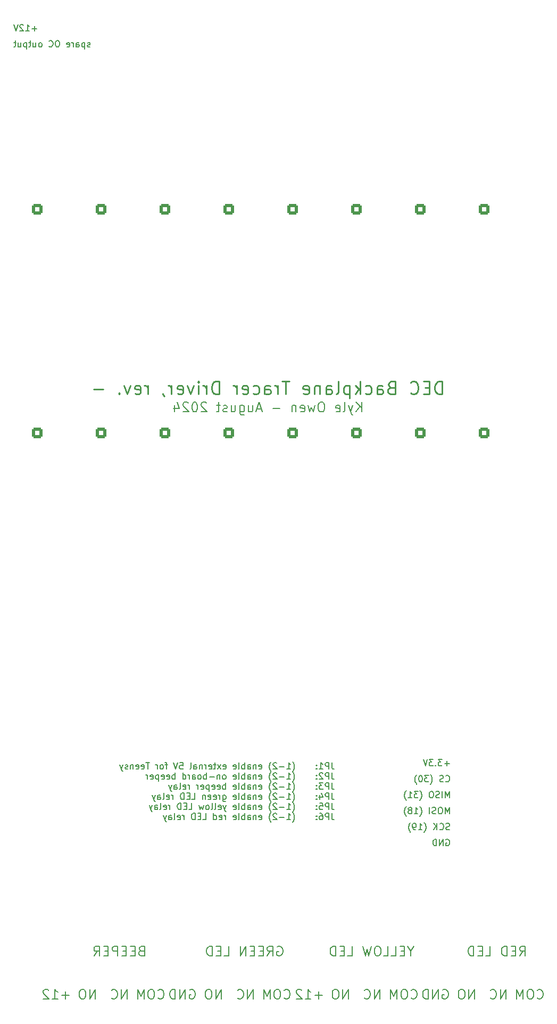
<source format=gbo>
G04 #@! TF.GenerationSoftware,KiCad,Pcbnew,8.0.4-rc2*
G04 #@! TF.CreationDate,2024-08-04T20:40:01-05:00*
G04 #@! TF.ProjectId,backplane_tracer_driver,6261636b-706c-4616-9e65-5f7472616365,rev?*
G04 #@! TF.SameCoordinates,Original*
G04 #@! TF.FileFunction,Legend,Bot*
G04 #@! TF.FilePolarity,Positive*
%FSLAX46Y46*%
G04 Gerber Fmt 4.6, Leading zero omitted, Abs format (unit mm)*
G04 Created by KiCad (PCBNEW 8.0.4-rc2) date 2024-08-04 20:40:01*
%MOMM*%
%LPD*%
G01*
G04 APERTURE LIST*
G04 Aperture macros list*
%AMRoundRect*
0 Rectangle with rounded corners*
0 $1 Rounding radius*
0 $2 $3 $4 $5 $6 $7 $8 $9 X,Y pos of 4 corners*
0 Add a 4 corners polygon primitive as box body*
4,1,4,$2,$3,$4,$5,$6,$7,$8,$9,$2,$3,0*
0 Add four circle primitives for the rounded corners*
1,1,$1+$1,$2,$3*
1,1,$1+$1,$4,$5*
1,1,$1+$1,$6,$7*
1,1,$1+$1,$8,$9*
0 Add four rect primitives between the rounded corners*
20,1,$1+$1,$2,$3,$4,$5,0*
20,1,$1+$1,$4,$5,$6,$7,0*
20,1,$1+$1,$6,$7,$8,$9,0*
20,1,$1+$1,$8,$9,$2,$3,0*%
G04 Aperture macros list end*
%ADD10C,0.152400*%
%ADD11C,0.203200*%
%ADD12C,0.254000*%
%ADD13R,1.700000X1.700000*%
%ADD14O,1.700000X1.700000*%
%ADD15R,1.400000X1.400000*%
%ADD16C,1.400000*%
%ADD17RoundRect,0.250000X-0.600000X-0.600000X0.600000X-0.600000X0.600000X0.600000X-0.600000X0.600000X0*%
%ADD18C,1.700000*%
%ADD19C,0.800000*%
%ADD20C,7.400000*%
%ADD21R,2.000000X1.905000*%
%ADD22O,2.000000X1.905000*%
%ADD23O,1.400000X1.400000*%
%ADD24C,1.600000*%
%ADD25O,1.600000X1.600000*%
%ADD26C,2.540000*%
%ADD27C,2.800000*%
%ADD28O,2.800000X2.800000*%
%ADD29R,1.600000X1.600000*%
%ADD30R,1.300000X1.300000*%
%ADD31C,1.300000*%
%ADD32C,3.000000*%
%ADD33R,2.000000X2.000000*%
%ADD34C,2.000000*%
%ADD35R,1.800000X1.800000*%
%ADD36C,1.800000*%
G04 APERTURE END LIST*
D10*
X34436360Y5561925D02*
X34341122Y5514305D01*
X34341122Y5514305D02*
X34150646Y5514305D01*
X34150646Y5514305D02*
X34055408Y5561925D01*
X34055408Y5561925D02*
X34007789Y5657163D01*
X34007789Y5657163D02*
X34007789Y5704782D01*
X34007789Y5704782D02*
X34055408Y5800020D01*
X34055408Y5800020D02*
X34150646Y5847639D01*
X34150646Y5847639D02*
X34293503Y5847639D01*
X34293503Y5847639D02*
X34388741Y5895258D01*
X34388741Y5895258D02*
X34436360Y5990496D01*
X34436360Y5990496D02*
X34436360Y6038115D01*
X34436360Y6038115D02*
X34388741Y6133353D01*
X34388741Y6133353D02*
X34293503Y6180972D01*
X34293503Y6180972D02*
X34150646Y6180972D01*
X34150646Y6180972D02*
X34055408Y6133353D01*
X33579217Y6180972D02*
X33579217Y5180972D01*
X33579217Y6133353D02*
X33483979Y6180972D01*
X33483979Y6180972D02*
X33293503Y6180972D01*
X33293503Y6180972D02*
X33198265Y6133353D01*
X33198265Y6133353D02*
X33150646Y6085734D01*
X33150646Y6085734D02*
X33103027Y5990496D01*
X33103027Y5990496D02*
X33103027Y5704782D01*
X33103027Y5704782D02*
X33150646Y5609544D01*
X33150646Y5609544D02*
X33198265Y5561925D01*
X33198265Y5561925D02*
X33293503Y5514305D01*
X33293503Y5514305D02*
X33483979Y5514305D01*
X33483979Y5514305D02*
X33579217Y5561925D01*
X32245884Y5514305D02*
X32245884Y6038115D01*
X32245884Y6038115D02*
X32293503Y6133353D01*
X32293503Y6133353D02*
X32388741Y6180972D01*
X32388741Y6180972D02*
X32579217Y6180972D01*
X32579217Y6180972D02*
X32674455Y6133353D01*
X32245884Y5561925D02*
X32341122Y5514305D01*
X32341122Y5514305D02*
X32579217Y5514305D01*
X32579217Y5514305D02*
X32674455Y5561925D01*
X32674455Y5561925D02*
X32722074Y5657163D01*
X32722074Y5657163D02*
X32722074Y5752401D01*
X32722074Y5752401D02*
X32674455Y5847639D01*
X32674455Y5847639D02*
X32579217Y5895258D01*
X32579217Y5895258D02*
X32341122Y5895258D01*
X32341122Y5895258D02*
X32245884Y5942877D01*
X31769693Y5514305D02*
X31769693Y6180972D01*
X31769693Y5990496D02*
X31722074Y6085734D01*
X31722074Y6085734D02*
X31674455Y6133353D01*
X31674455Y6133353D02*
X31579217Y6180972D01*
X31579217Y6180972D02*
X31483979Y6180972D01*
X30769693Y5561925D02*
X30864931Y5514305D01*
X30864931Y5514305D02*
X31055407Y5514305D01*
X31055407Y5514305D02*
X31150645Y5561925D01*
X31150645Y5561925D02*
X31198264Y5657163D01*
X31198264Y5657163D02*
X31198264Y6038115D01*
X31198264Y6038115D02*
X31150645Y6133353D01*
X31150645Y6133353D02*
X31055407Y6180972D01*
X31055407Y6180972D02*
X30864931Y6180972D01*
X30864931Y6180972D02*
X30769693Y6133353D01*
X30769693Y6133353D02*
X30722074Y6038115D01*
X30722074Y6038115D02*
X30722074Y5942877D01*
X30722074Y5942877D02*
X31198264Y5847639D01*
X29341121Y6514305D02*
X29150645Y6514305D01*
X29150645Y6514305D02*
X29055407Y6466686D01*
X29055407Y6466686D02*
X28960169Y6371448D01*
X28960169Y6371448D02*
X28912550Y6180972D01*
X28912550Y6180972D02*
X28912550Y5847639D01*
X28912550Y5847639D02*
X28960169Y5657163D01*
X28960169Y5657163D02*
X29055407Y5561925D01*
X29055407Y5561925D02*
X29150645Y5514305D01*
X29150645Y5514305D02*
X29341121Y5514305D01*
X29341121Y5514305D02*
X29436359Y5561925D01*
X29436359Y5561925D02*
X29531597Y5657163D01*
X29531597Y5657163D02*
X29579216Y5847639D01*
X29579216Y5847639D02*
X29579216Y6180972D01*
X29579216Y6180972D02*
X29531597Y6371448D01*
X29531597Y6371448D02*
X29436359Y6466686D01*
X29436359Y6466686D02*
X29341121Y6514305D01*
X27912550Y5609544D02*
X27960169Y5561925D01*
X27960169Y5561925D02*
X28103026Y5514305D01*
X28103026Y5514305D02*
X28198264Y5514305D01*
X28198264Y5514305D02*
X28341121Y5561925D01*
X28341121Y5561925D02*
X28436359Y5657163D01*
X28436359Y5657163D02*
X28483978Y5752401D01*
X28483978Y5752401D02*
X28531597Y5942877D01*
X28531597Y5942877D02*
X28531597Y6085734D01*
X28531597Y6085734D02*
X28483978Y6276210D01*
X28483978Y6276210D02*
X28436359Y6371448D01*
X28436359Y6371448D02*
X28341121Y6466686D01*
X28341121Y6466686D02*
X28198264Y6514305D01*
X28198264Y6514305D02*
X28103026Y6514305D01*
X28103026Y6514305D02*
X27960169Y6466686D01*
X27960169Y6466686D02*
X27912550Y6419067D01*
X26579216Y5514305D02*
X26674454Y5561925D01*
X26674454Y5561925D02*
X26722073Y5609544D01*
X26722073Y5609544D02*
X26769692Y5704782D01*
X26769692Y5704782D02*
X26769692Y5990496D01*
X26769692Y5990496D02*
X26722073Y6085734D01*
X26722073Y6085734D02*
X26674454Y6133353D01*
X26674454Y6133353D02*
X26579216Y6180972D01*
X26579216Y6180972D02*
X26436359Y6180972D01*
X26436359Y6180972D02*
X26341121Y6133353D01*
X26341121Y6133353D02*
X26293502Y6085734D01*
X26293502Y6085734D02*
X26245883Y5990496D01*
X26245883Y5990496D02*
X26245883Y5704782D01*
X26245883Y5704782D02*
X26293502Y5609544D01*
X26293502Y5609544D02*
X26341121Y5561925D01*
X26341121Y5561925D02*
X26436359Y5514305D01*
X26436359Y5514305D02*
X26579216Y5514305D01*
X25388740Y6180972D02*
X25388740Y5514305D01*
X25817311Y6180972D02*
X25817311Y5657163D01*
X25817311Y5657163D02*
X25769692Y5561925D01*
X25769692Y5561925D02*
X25674454Y5514305D01*
X25674454Y5514305D02*
X25531597Y5514305D01*
X25531597Y5514305D02*
X25436359Y5561925D01*
X25436359Y5561925D02*
X25388740Y5609544D01*
X25055406Y6180972D02*
X24674454Y6180972D01*
X24912549Y6514305D02*
X24912549Y5657163D01*
X24912549Y5657163D02*
X24864930Y5561925D01*
X24864930Y5561925D02*
X24769692Y5514305D01*
X24769692Y5514305D02*
X24674454Y5514305D01*
X24341120Y6180972D02*
X24341120Y5180972D01*
X24341120Y6133353D02*
X24245882Y6180972D01*
X24245882Y6180972D02*
X24055406Y6180972D01*
X24055406Y6180972D02*
X23960168Y6133353D01*
X23960168Y6133353D02*
X23912549Y6085734D01*
X23912549Y6085734D02*
X23864930Y5990496D01*
X23864930Y5990496D02*
X23864930Y5704782D01*
X23864930Y5704782D02*
X23912549Y5609544D01*
X23912549Y5609544D02*
X23960168Y5561925D01*
X23960168Y5561925D02*
X24055406Y5514305D01*
X24055406Y5514305D02*
X24245882Y5514305D01*
X24245882Y5514305D02*
X24341120Y5561925D01*
X23007787Y6180972D02*
X23007787Y5514305D01*
X23436358Y6180972D02*
X23436358Y5657163D01*
X23436358Y5657163D02*
X23388739Y5561925D01*
X23388739Y5561925D02*
X23293501Y5514305D01*
X23293501Y5514305D02*
X23150644Y5514305D01*
X23150644Y5514305D02*
X23055406Y5561925D01*
X23055406Y5561925D02*
X23007787Y5609544D01*
X22674453Y6180972D02*
X22293501Y6180972D01*
X22531596Y6514305D02*
X22531596Y5657163D01*
X22531596Y5657163D02*
X22483977Y5561925D01*
X22483977Y5561925D02*
X22388739Y5514305D01*
X22388739Y5514305D02*
X22293501Y5514305D01*
X25960167Y8435258D02*
X25198263Y8435258D01*
X25579215Y8054305D02*
X25579215Y8816210D01*
X24198263Y8054305D02*
X24769691Y8054305D01*
X24483977Y8054305D02*
X24483977Y9054305D01*
X24483977Y9054305D02*
X24579215Y8911448D01*
X24579215Y8911448D02*
X24674453Y8816210D01*
X24674453Y8816210D02*
X24769691Y8768591D01*
X23817310Y8959067D02*
X23769691Y9006686D01*
X23769691Y9006686D02*
X23674453Y9054305D01*
X23674453Y9054305D02*
X23436358Y9054305D01*
X23436358Y9054305D02*
X23341120Y9006686D01*
X23341120Y9006686D02*
X23293501Y8959067D01*
X23293501Y8959067D02*
X23245882Y8863829D01*
X23245882Y8863829D02*
X23245882Y8768591D01*
X23245882Y8768591D02*
X23293501Y8625734D01*
X23293501Y8625734D02*
X23864929Y8054305D01*
X23864929Y8054305D02*
X23245882Y8054305D01*
X22960167Y9054305D02*
X22626834Y8054305D01*
X22626834Y8054305D02*
X22293501Y9054305D01*
X91657260Y-118898075D02*
X91514403Y-118945694D01*
X91514403Y-118945694D02*
X91276308Y-118945694D01*
X91276308Y-118945694D02*
X91181070Y-118898075D01*
X91181070Y-118898075D02*
X91133451Y-118850455D01*
X91133451Y-118850455D02*
X91085832Y-118755217D01*
X91085832Y-118755217D02*
X91085832Y-118659979D01*
X91085832Y-118659979D02*
X91133451Y-118564741D01*
X91133451Y-118564741D02*
X91181070Y-118517122D01*
X91181070Y-118517122D02*
X91276308Y-118469503D01*
X91276308Y-118469503D02*
X91466784Y-118421884D01*
X91466784Y-118421884D02*
X91562022Y-118374265D01*
X91562022Y-118374265D02*
X91609641Y-118326646D01*
X91609641Y-118326646D02*
X91657260Y-118231408D01*
X91657260Y-118231408D02*
X91657260Y-118136170D01*
X91657260Y-118136170D02*
X91609641Y-118040932D01*
X91609641Y-118040932D02*
X91562022Y-117993313D01*
X91562022Y-117993313D02*
X91466784Y-117945694D01*
X91466784Y-117945694D02*
X91228689Y-117945694D01*
X91228689Y-117945694D02*
X91085832Y-117993313D01*
X90085832Y-118850455D02*
X90133451Y-118898075D01*
X90133451Y-118898075D02*
X90276308Y-118945694D01*
X90276308Y-118945694D02*
X90371546Y-118945694D01*
X90371546Y-118945694D02*
X90514403Y-118898075D01*
X90514403Y-118898075D02*
X90609641Y-118802836D01*
X90609641Y-118802836D02*
X90657260Y-118707598D01*
X90657260Y-118707598D02*
X90704879Y-118517122D01*
X90704879Y-118517122D02*
X90704879Y-118374265D01*
X90704879Y-118374265D02*
X90657260Y-118183789D01*
X90657260Y-118183789D02*
X90609641Y-118088551D01*
X90609641Y-118088551D02*
X90514403Y-117993313D01*
X90514403Y-117993313D02*
X90371546Y-117945694D01*
X90371546Y-117945694D02*
X90276308Y-117945694D01*
X90276308Y-117945694D02*
X90133451Y-117993313D01*
X90133451Y-117993313D02*
X90085832Y-118040932D01*
X89657260Y-118945694D02*
X89657260Y-117945694D01*
X89085832Y-118945694D02*
X89514403Y-118374265D01*
X89085832Y-117945694D02*
X89657260Y-118517122D01*
X87609641Y-119326646D02*
X87657260Y-119279027D01*
X87657260Y-119279027D02*
X87752498Y-119136170D01*
X87752498Y-119136170D02*
X87800117Y-119040932D01*
X87800117Y-119040932D02*
X87847736Y-118898075D01*
X87847736Y-118898075D02*
X87895355Y-118659979D01*
X87895355Y-118659979D02*
X87895355Y-118469503D01*
X87895355Y-118469503D02*
X87847736Y-118231408D01*
X87847736Y-118231408D02*
X87800117Y-118088551D01*
X87800117Y-118088551D02*
X87752498Y-117993313D01*
X87752498Y-117993313D02*
X87657260Y-117850455D01*
X87657260Y-117850455D02*
X87609641Y-117802836D01*
X86704879Y-118945694D02*
X87276307Y-118945694D01*
X86990593Y-118945694D02*
X86990593Y-117945694D01*
X86990593Y-117945694D02*
X87085831Y-118088551D01*
X87085831Y-118088551D02*
X87181069Y-118183789D01*
X87181069Y-118183789D02*
X87276307Y-118231408D01*
X86228688Y-118945694D02*
X86038212Y-118945694D01*
X86038212Y-118945694D02*
X85942974Y-118898075D01*
X85942974Y-118898075D02*
X85895355Y-118850455D01*
X85895355Y-118850455D02*
X85800117Y-118707598D01*
X85800117Y-118707598D02*
X85752498Y-118517122D01*
X85752498Y-118517122D02*
X85752498Y-118136170D01*
X85752498Y-118136170D02*
X85800117Y-118040932D01*
X85800117Y-118040932D02*
X85847736Y-117993313D01*
X85847736Y-117993313D02*
X85942974Y-117945694D01*
X85942974Y-117945694D02*
X86133450Y-117945694D01*
X86133450Y-117945694D02*
X86228688Y-117993313D01*
X86228688Y-117993313D02*
X86276307Y-118040932D01*
X86276307Y-118040932D02*
X86323926Y-118136170D01*
X86323926Y-118136170D02*
X86323926Y-118374265D01*
X86323926Y-118374265D02*
X86276307Y-118469503D01*
X86276307Y-118469503D02*
X86228688Y-118517122D01*
X86228688Y-118517122D02*
X86133450Y-118564741D01*
X86133450Y-118564741D02*
X85942974Y-118564741D01*
X85942974Y-118564741D02*
X85847736Y-118517122D01*
X85847736Y-118517122D02*
X85800117Y-118469503D01*
X85800117Y-118469503D02*
X85752498Y-118374265D01*
X85419164Y-119326646D02*
X85371545Y-119279027D01*
X85371545Y-119279027D02*
X85276307Y-119136170D01*
X85276307Y-119136170D02*
X85228688Y-119040932D01*
X85228688Y-119040932D02*
X85181069Y-118898075D01*
X85181069Y-118898075D02*
X85133450Y-118659979D01*
X85133450Y-118659979D02*
X85133450Y-118469503D01*
X85133450Y-118469503D02*
X85181069Y-118231408D01*
X85181069Y-118231408D02*
X85228688Y-118088551D01*
X85228688Y-118088551D02*
X85276307Y-117993313D01*
X85276307Y-117993313D02*
X85371545Y-117850455D01*
X85371545Y-117850455D02*
X85419164Y-117802836D01*
X91085832Y-120533313D02*
X91181070Y-120485694D01*
X91181070Y-120485694D02*
X91323927Y-120485694D01*
X91323927Y-120485694D02*
X91466784Y-120533313D01*
X91466784Y-120533313D02*
X91562022Y-120628551D01*
X91562022Y-120628551D02*
X91609641Y-120723789D01*
X91609641Y-120723789D02*
X91657260Y-120914265D01*
X91657260Y-120914265D02*
X91657260Y-121057122D01*
X91657260Y-121057122D02*
X91609641Y-121247598D01*
X91609641Y-121247598D02*
X91562022Y-121342836D01*
X91562022Y-121342836D02*
X91466784Y-121438075D01*
X91466784Y-121438075D02*
X91323927Y-121485694D01*
X91323927Y-121485694D02*
X91228689Y-121485694D01*
X91228689Y-121485694D02*
X91085832Y-121438075D01*
X91085832Y-121438075D02*
X91038213Y-121390455D01*
X91038213Y-121390455D02*
X91038213Y-121057122D01*
X91038213Y-121057122D02*
X91228689Y-121057122D01*
X90609641Y-121485694D02*
X90609641Y-120485694D01*
X90609641Y-120485694D02*
X90038213Y-121485694D01*
X90038213Y-121485694D02*
X90038213Y-120485694D01*
X89562022Y-121485694D02*
X89562022Y-120485694D01*
X89562022Y-120485694D02*
X89323927Y-120485694D01*
X89323927Y-120485694D02*
X89181070Y-120533313D01*
X89181070Y-120533313D02*
X89085832Y-120628551D01*
X89085832Y-120628551D02*
X89038213Y-120723789D01*
X89038213Y-120723789D02*
X88990594Y-120914265D01*
X88990594Y-120914265D02*
X88990594Y-121057122D01*
X88990594Y-121057122D02*
X89038213Y-121247598D01*
X89038213Y-121247598D02*
X89085832Y-121342836D01*
X89085832Y-121342836D02*
X89181070Y-121438075D01*
X89181070Y-121438075D02*
X89323927Y-121485694D01*
X89323927Y-121485694D02*
X89562022Y-121485694D01*
X91609641Y-116405694D02*
X91609641Y-115405694D01*
X91609641Y-115405694D02*
X91276308Y-116119979D01*
X91276308Y-116119979D02*
X90942975Y-115405694D01*
X90942975Y-115405694D02*
X90942975Y-116405694D01*
X90276308Y-115405694D02*
X90085832Y-115405694D01*
X90085832Y-115405694D02*
X89990594Y-115453313D01*
X89990594Y-115453313D02*
X89895356Y-115548551D01*
X89895356Y-115548551D02*
X89847737Y-115739027D01*
X89847737Y-115739027D02*
X89847737Y-116072360D01*
X89847737Y-116072360D02*
X89895356Y-116262836D01*
X89895356Y-116262836D02*
X89990594Y-116358075D01*
X89990594Y-116358075D02*
X90085832Y-116405694D01*
X90085832Y-116405694D02*
X90276308Y-116405694D01*
X90276308Y-116405694D02*
X90371546Y-116358075D01*
X90371546Y-116358075D02*
X90466784Y-116262836D01*
X90466784Y-116262836D02*
X90514403Y-116072360D01*
X90514403Y-116072360D02*
X90514403Y-115739027D01*
X90514403Y-115739027D02*
X90466784Y-115548551D01*
X90466784Y-115548551D02*
X90371546Y-115453313D01*
X90371546Y-115453313D02*
X90276308Y-115405694D01*
X89466784Y-116358075D02*
X89323927Y-116405694D01*
X89323927Y-116405694D02*
X89085832Y-116405694D01*
X89085832Y-116405694D02*
X88990594Y-116358075D01*
X88990594Y-116358075D02*
X88942975Y-116310455D01*
X88942975Y-116310455D02*
X88895356Y-116215217D01*
X88895356Y-116215217D02*
X88895356Y-116119979D01*
X88895356Y-116119979D02*
X88942975Y-116024741D01*
X88942975Y-116024741D02*
X88990594Y-115977122D01*
X88990594Y-115977122D02*
X89085832Y-115929503D01*
X89085832Y-115929503D02*
X89276308Y-115881884D01*
X89276308Y-115881884D02*
X89371546Y-115834265D01*
X89371546Y-115834265D02*
X89419165Y-115786646D01*
X89419165Y-115786646D02*
X89466784Y-115691408D01*
X89466784Y-115691408D02*
X89466784Y-115596170D01*
X89466784Y-115596170D02*
X89419165Y-115500932D01*
X89419165Y-115500932D02*
X89371546Y-115453313D01*
X89371546Y-115453313D02*
X89276308Y-115405694D01*
X89276308Y-115405694D02*
X89038213Y-115405694D01*
X89038213Y-115405694D02*
X88895356Y-115453313D01*
X88466784Y-116405694D02*
X88466784Y-115405694D01*
X86942975Y-116786646D02*
X86990594Y-116739027D01*
X86990594Y-116739027D02*
X87085832Y-116596170D01*
X87085832Y-116596170D02*
X87133451Y-116500932D01*
X87133451Y-116500932D02*
X87181070Y-116358075D01*
X87181070Y-116358075D02*
X87228689Y-116119979D01*
X87228689Y-116119979D02*
X87228689Y-115929503D01*
X87228689Y-115929503D02*
X87181070Y-115691408D01*
X87181070Y-115691408D02*
X87133451Y-115548551D01*
X87133451Y-115548551D02*
X87085832Y-115453313D01*
X87085832Y-115453313D02*
X86990594Y-115310455D01*
X86990594Y-115310455D02*
X86942975Y-115262836D01*
X86038213Y-116405694D02*
X86609641Y-116405694D01*
X86323927Y-116405694D02*
X86323927Y-115405694D01*
X86323927Y-115405694D02*
X86419165Y-115548551D01*
X86419165Y-115548551D02*
X86514403Y-115643789D01*
X86514403Y-115643789D02*
X86609641Y-115691408D01*
X85466784Y-115834265D02*
X85562022Y-115786646D01*
X85562022Y-115786646D02*
X85609641Y-115739027D01*
X85609641Y-115739027D02*
X85657260Y-115643789D01*
X85657260Y-115643789D02*
X85657260Y-115596170D01*
X85657260Y-115596170D02*
X85609641Y-115500932D01*
X85609641Y-115500932D02*
X85562022Y-115453313D01*
X85562022Y-115453313D02*
X85466784Y-115405694D01*
X85466784Y-115405694D02*
X85276308Y-115405694D01*
X85276308Y-115405694D02*
X85181070Y-115453313D01*
X85181070Y-115453313D02*
X85133451Y-115500932D01*
X85133451Y-115500932D02*
X85085832Y-115596170D01*
X85085832Y-115596170D02*
X85085832Y-115643789D01*
X85085832Y-115643789D02*
X85133451Y-115739027D01*
X85133451Y-115739027D02*
X85181070Y-115786646D01*
X85181070Y-115786646D02*
X85276308Y-115834265D01*
X85276308Y-115834265D02*
X85466784Y-115834265D01*
X85466784Y-115834265D02*
X85562022Y-115881884D01*
X85562022Y-115881884D02*
X85609641Y-115929503D01*
X85609641Y-115929503D02*
X85657260Y-116024741D01*
X85657260Y-116024741D02*
X85657260Y-116215217D01*
X85657260Y-116215217D02*
X85609641Y-116310455D01*
X85609641Y-116310455D02*
X85562022Y-116358075D01*
X85562022Y-116358075D02*
X85466784Y-116405694D01*
X85466784Y-116405694D02*
X85276308Y-116405694D01*
X85276308Y-116405694D02*
X85181070Y-116358075D01*
X85181070Y-116358075D02*
X85133451Y-116310455D01*
X85133451Y-116310455D02*
X85085832Y-116215217D01*
X85085832Y-116215217D02*
X85085832Y-116024741D01*
X85085832Y-116024741D02*
X85133451Y-115929503D01*
X85133451Y-115929503D02*
X85181070Y-115881884D01*
X85181070Y-115881884D02*
X85276308Y-115834265D01*
X84752498Y-116786646D02*
X84704879Y-116739027D01*
X84704879Y-116739027D02*
X84609641Y-116596170D01*
X84609641Y-116596170D02*
X84562022Y-116500932D01*
X84562022Y-116500932D02*
X84514403Y-116358075D01*
X84514403Y-116358075D02*
X84466784Y-116119979D01*
X84466784Y-116119979D02*
X84466784Y-115929503D01*
X84466784Y-115929503D02*
X84514403Y-115691408D01*
X84514403Y-115691408D02*
X84562022Y-115548551D01*
X84562022Y-115548551D02*
X84609641Y-115453313D01*
X84609641Y-115453313D02*
X84704879Y-115310455D01*
X84704879Y-115310455D02*
X84752498Y-115262836D01*
X91609641Y-113865694D02*
X91609641Y-112865694D01*
X91609641Y-112865694D02*
X91276308Y-113579979D01*
X91276308Y-113579979D02*
X90942975Y-112865694D01*
X90942975Y-112865694D02*
X90942975Y-113865694D01*
X90466784Y-113865694D02*
X90466784Y-112865694D01*
X90038213Y-113818075D02*
X89895356Y-113865694D01*
X89895356Y-113865694D02*
X89657261Y-113865694D01*
X89657261Y-113865694D02*
X89562023Y-113818075D01*
X89562023Y-113818075D02*
X89514404Y-113770455D01*
X89514404Y-113770455D02*
X89466785Y-113675217D01*
X89466785Y-113675217D02*
X89466785Y-113579979D01*
X89466785Y-113579979D02*
X89514404Y-113484741D01*
X89514404Y-113484741D02*
X89562023Y-113437122D01*
X89562023Y-113437122D02*
X89657261Y-113389503D01*
X89657261Y-113389503D02*
X89847737Y-113341884D01*
X89847737Y-113341884D02*
X89942975Y-113294265D01*
X89942975Y-113294265D02*
X89990594Y-113246646D01*
X89990594Y-113246646D02*
X90038213Y-113151408D01*
X90038213Y-113151408D02*
X90038213Y-113056170D01*
X90038213Y-113056170D02*
X89990594Y-112960932D01*
X89990594Y-112960932D02*
X89942975Y-112913313D01*
X89942975Y-112913313D02*
X89847737Y-112865694D01*
X89847737Y-112865694D02*
X89609642Y-112865694D01*
X89609642Y-112865694D02*
X89466785Y-112913313D01*
X88847737Y-112865694D02*
X88657261Y-112865694D01*
X88657261Y-112865694D02*
X88562023Y-112913313D01*
X88562023Y-112913313D02*
X88466785Y-113008551D01*
X88466785Y-113008551D02*
X88419166Y-113199027D01*
X88419166Y-113199027D02*
X88419166Y-113532360D01*
X88419166Y-113532360D02*
X88466785Y-113722836D01*
X88466785Y-113722836D02*
X88562023Y-113818075D01*
X88562023Y-113818075D02*
X88657261Y-113865694D01*
X88657261Y-113865694D02*
X88847737Y-113865694D01*
X88847737Y-113865694D02*
X88942975Y-113818075D01*
X88942975Y-113818075D02*
X89038213Y-113722836D01*
X89038213Y-113722836D02*
X89085832Y-113532360D01*
X89085832Y-113532360D02*
X89085832Y-113199027D01*
X89085832Y-113199027D02*
X89038213Y-113008551D01*
X89038213Y-113008551D02*
X88942975Y-112913313D01*
X88942975Y-112913313D02*
X88847737Y-112865694D01*
X86942975Y-114246646D02*
X86990594Y-114199027D01*
X86990594Y-114199027D02*
X87085832Y-114056170D01*
X87085832Y-114056170D02*
X87133451Y-113960932D01*
X87133451Y-113960932D02*
X87181070Y-113818075D01*
X87181070Y-113818075D02*
X87228689Y-113579979D01*
X87228689Y-113579979D02*
X87228689Y-113389503D01*
X87228689Y-113389503D02*
X87181070Y-113151408D01*
X87181070Y-113151408D02*
X87133451Y-113008551D01*
X87133451Y-113008551D02*
X87085832Y-112913313D01*
X87085832Y-112913313D02*
X86990594Y-112770455D01*
X86990594Y-112770455D02*
X86942975Y-112722836D01*
X86657260Y-112865694D02*
X86038213Y-112865694D01*
X86038213Y-112865694D02*
X86371546Y-113246646D01*
X86371546Y-113246646D02*
X86228689Y-113246646D01*
X86228689Y-113246646D02*
X86133451Y-113294265D01*
X86133451Y-113294265D02*
X86085832Y-113341884D01*
X86085832Y-113341884D02*
X86038213Y-113437122D01*
X86038213Y-113437122D02*
X86038213Y-113675217D01*
X86038213Y-113675217D02*
X86085832Y-113770455D01*
X86085832Y-113770455D02*
X86133451Y-113818075D01*
X86133451Y-113818075D02*
X86228689Y-113865694D01*
X86228689Y-113865694D02*
X86514403Y-113865694D01*
X86514403Y-113865694D02*
X86609641Y-113818075D01*
X86609641Y-113818075D02*
X86657260Y-113770455D01*
X85085832Y-113865694D02*
X85657260Y-113865694D01*
X85371546Y-113865694D02*
X85371546Y-112865694D01*
X85371546Y-112865694D02*
X85466784Y-113008551D01*
X85466784Y-113008551D02*
X85562022Y-113103789D01*
X85562022Y-113103789D02*
X85657260Y-113151408D01*
X84752498Y-114246646D02*
X84704879Y-114199027D01*
X84704879Y-114199027D02*
X84609641Y-114056170D01*
X84609641Y-114056170D02*
X84562022Y-113960932D01*
X84562022Y-113960932D02*
X84514403Y-113818075D01*
X84514403Y-113818075D02*
X84466784Y-113579979D01*
X84466784Y-113579979D02*
X84466784Y-113389503D01*
X84466784Y-113389503D02*
X84514403Y-113151408D01*
X84514403Y-113151408D02*
X84562022Y-113008551D01*
X84562022Y-113008551D02*
X84609641Y-112913313D01*
X84609641Y-112913313D02*
X84704879Y-112770455D01*
X84704879Y-112770455D02*
X84752498Y-112722836D01*
X91038213Y-111230455D02*
X91085832Y-111278075D01*
X91085832Y-111278075D02*
X91228689Y-111325694D01*
X91228689Y-111325694D02*
X91323927Y-111325694D01*
X91323927Y-111325694D02*
X91466784Y-111278075D01*
X91466784Y-111278075D02*
X91562022Y-111182836D01*
X91562022Y-111182836D02*
X91609641Y-111087598D01*
X91609641Y-111087598D02*
X91657260Y-110897122D01*
X91657260Y-110897122D02*
X91657260Y-110754265D01*
X91657260Y-110754265D02*
X91609641Y-110563789D01*
X91609641Y-110563789D02*
X91562022Y-110468551D01*
X91562022Y-110468551D02*
X91466784Y-110373313D01*
X91466784Y-110373313D02*
X91323927Y-110325694D01*
X91323927Y-110325694D02*
X91228689Y-110325694D01*
X91228689Y-110325694D02*
X91085832Y-110373313D01*
X91085832Y-110373313D02*
X91038213Y-110420932D01*
X90657260Y-111278075D02*
X90514403Y-111325694D01*
X90514403Y-111325694D02*
X90276308Y-111325694D01*
X90276308Y-111325694D02*
X90181070Y-111278075D01*
X90181070Y-111278075D02*
X90133451Y-111230455D01*
X90133451Y-111230455D02*
X90085832Y-111135217D01*
X90085832Y-111135217D02*
X90085832Y-111039979D01*
X90085832Y-111039979D02*
X90133451Y-110944741D01*
X90133451Y-110944741D02*
X90181070Y-110897122D01*
X90181070Y-110897122D02*
X90276308Y-110849503D01*
X90276308Y-110849503D02*
X90466784Y-110801884D01*
X90466784Y-110801884D02*
X90562022Y-110754265D01*
X90562022Y-110754265D02*
X90609641Y-110706646D01*
X90609641Y-110706646D02*
X90657260Y-110611408D01*
X90657260Y-110611408D02*
X90657260Y-110516170D01*
X90657260Y-110516170D02*
X90609641Y-110420932D01*
X90609641Y-110420932D02*
X90562022Y-110373313D01*
X90562022Y-110373313D02*
X90466784Y-110325694D01*
X90466784Y-110325694D02*
X90228689Y-110325694D01*
X90228689Y-110325694D02*
X90085832Y-110373313D01*
X88609641Y-111706646D02*
X88657260Y-111659027D01*
X88657260Y-111659027D02*
X88752498Y-111516170D01*
X88752498Y-111516170D02*
X88800117Y-111420932D01*
X88800117Y-111420932D02*
X88847736Y-111278075D01*
X88847736Y-111278075D02*
X88895355Y-111039979D01*
X88895355Y-111039979D02*
X88895355Y-110849503D01*
X88895355Y-110849503D02*
X88847736Y-110611408D01*
X88847736Y-110611408D02*
X88800117Y-110468551D01*
X88800117Y-110468551D02*
X88752498Y-110373313D01*
X88752498Y-110373313D02*
X88657260Y-110230455D01*
X88657260Y-110230455D02*
X88609641Y-110182836D01*
X88323926Y-110325694D02*
X87704879Y-110325694D01*
X87704879Y-110325694D02*
X88038212Y-110706646D01*
X88038212Y-110706646D02*
X87895355Y-110706646D01*
X87895355Y-110706646D02*
X87800117Y-110754265D01*
X87800117Y-110754265D02*
X87752498Y-110801884D01*
X87752498Y-110801884D02*
X87704879Y-110897122D01*
X87704879Y-110897122D02*
X87704879Y-111135217D01*
X87704879Y-111135217D02*
X87752498Y-111230455D01*
X87752498Y-111230455D02*
X87800117Y-111278075D01*
X87800117Y-111278075D02*
X87895355Y-111325694D01*
X87895355Y-111325694D02*
X88181069Y-111325694D01*
X88181069Y-111325694D02*
X88276307Y-111278075D01*
X88276307Y-111278075D02*
X88323926Y-111230455D01*
X87085831Y-110325694D02*
X86990593Y-110325694D01*
X86990593Y-110325694D02*
X86895355Y-110373313D01*
X86895355Y-110373313D02*
X86847736Y-110420932D01*
X86847736Y-110420932D02*
X86800117Y-110516170D01*
X86800117Y-110516170D02*
X86752498Y-110706646D01*
X86752498Y-110706646D02*
X86752498Y-110944741D01*
X86752498Y-110944741D02*
X86800117Y-111135217D01*
X86800117Y-111135217D02*
X86847736Y-111230455D01*
X86847736Y-111230455D02*
X86895355Y-111278075D01*
X86895355Y-111278075D02*
X86990593Y-111325694D01*
X86990593Y-111325694D02*
X87085831Y-111325694D01*
X87085831Y-111325694D02*
X87181069Y-111278075D01*
X87181069Y-111278075D02*
X87228688Y-111230455D01*
X87228688Y-111230455D02*
X87276307Y-111135217D01*
X87276307Y-111135217D02*
X87323926Y-110944741D01*
X87323926Y-110944741D02*
X87323926Y-110706646D01*
X87323926Y-110706646D02*
X87276307Y-110516170D01*
X87276307Y-110516170D02*
X87228688Y-110420932D01*
X87228688Y-110420932D02*
X87181069Y-110373313D01*
X87181069Y-110373313D02*
X87085831Y-110325694D01*
X86419164Y-111706646D02*
X86371545Y-111659027D01*
X86371545Y-111659027D02*
X86276307Y-111516170D01*
X86276307Y-111516170D02*
X86228688Y-111420932D01*
X86228688Y-111420932D02*
X86181069Y-111278075D01*
X86181069Y-111278075D02*
X86133450Y-111039979D01*
X86133450Y-111039979D02*
X86133450Y-110849503D01*
X86133450Y-110849503D02*
X86181069Y-110611408D01*
X86181069Y-110611408D02*
X86228688Y-110468551D01*
X86228688Y-110468551D02*
X86276307Y-110373313D01*
X86276307Y-110373313D02*
X86371545Y-110230455D01*
X86371545Y-110230455D02*
X86419164Y-110182836D01*
X91609641Y-108404741D02*
X90847737Y-108404741D01*
X91228689Y-108785694D02*
X91228689Y-108023789D01*
X90466784Y-107785694D02*
X89847737Y-107785694D01*
X89847737Y-107785694D02*
X90181070Y-108166646D01*
X90181070Y-108166646D02*
X90038213Y-108166646D01*
X90038213Y-108166646D02*
X89942975Y-108214265D01*
X89942975Y-108214265D02*
X89895356Y-108261884D01*
X89895356Y-108261884D02*
X89847737Y-108357122D01*
X89847737Y-108357122D02*
X89847737Y-108595217D01*
X89847737Y-108595217D02*
X89895356Y-108690455D01*
X89895356Y-108690455D02*
X89942975Y-108738075D01*
X89942975Y-108738075D02*
X90038213Y-108785694D01*
X90038213Y-108785694D02*
X90323927Y-108785694D01*
X90323927Y-108785694D02*
X90419165Y-108738075D01*
X90419165Y-108738075D02*
X90466784Y-108690455D01*
X89419165Y-108690455D02*
X89371546Y-108738075D01*
X89371546Y-108738075D02*
X89419165Y-108785694D01*
X89419165Y-108785694D02*
X89466784Y-108738075D01*
X89466784Y-108738075D02*
X89419165Y-108690455D01*
X89419165Y-108690455D02*
X89419165Y-108785694D01*
X89038213Y-107785694D02*
X88419166Y-107785694D01*
X88419166Y-107785694D02*
X88752499Y-108166646D01*
X88752499Y-108166646D02*
X88609642Y-108166646D01*
X88609642Y-108166646D02*
X88514404Y-108214265D01*
X88514404Y-108214265D02*
X88466785Y-108261884D01*
X88466785Y-108261884D02*
X88419166Y-108357122D01*
X88419166Y-108357122D02*
X88419166Y-108595217D01*
X88419166Y-108595217D02*
X88466785Y-108690455D01*
X88466785Y-108690455D02*
X88514404Y-108738075D01*
X88514404Y-108738075D02*
X88609642Y-108785694D01*
X88609642Y-108785694D02*
X88895356Y-108785694D01*
X88895356Y-108785694D02*
X88990594Y-108738075D01*
X88990594Y-108738075D02*
X89038213Y-108690455D01*
X88133451Y-107785694D02*
X87800118Y-108785694D01*
X87800118Y-108785694D02*
X87466785Y-107785694D01*
D11*
X77651428Y-52510464D02*
X77651428Y-50986464D01*
X76780571Y-52510464D02*
X77433714Y-51639607D01*
X76780571Y-50986464D02*
X77651428Y-51857321D01*
X76272571Y-51494464D02*
X75909714Y-52510464D01*
X75546857Y-51494464D02*
X75909714Y-52510464D01*
X75909714Y-52510464D02*
X76054857Y-52873321D01*
X76054857Y-52873321D02*
X76127428Y-52945893D01*
X76127428Y-52945893D02*
X76272571Y-53018464D01*
X74748571Y-52510464D02*
X74893714Y-52437893D01*
X74893714Y-52437893D02*
X74966285Y-52292750D01*
X74966285Y-52292750D02*
X74966285Y-50986464D01*
X73587428Y-52437893D02*
X73732571Y-52510464D01*
X73732571Y-52510464D02*
X74022857Y-52510464D01*
X74022857Y-52510464D02*
X74167999Y-52437893D01*
X74167999Y-52437893D02*
X74240571Y-52292750D01*
X74240571Y-52292750D02*
X74240571Y-51712178D01*
X74240571Y-51712178D02*
X74167999Y-51567035D01*
X74167999Y-51567035D02*
X74022857Y-51494464D01*
X74022857Y-51494464D02*
X73732571Y-51494464D01*
X73732571Y-51494464D02*
X73587428Y-51567035D01*
X73587428Y-51567035D02*
X73514857Y-51712178D01*
X73514857Y-51712178D02*
X73514857Y-51857321D01*
X73514857Y-51857321D02*
X74240571Y-52002464D01*
X71410285Y-50986464D02*
X71119999Y-50986464D01*
X71119999Y-50986464D02*
X70974856Y-51059035D01*
X70974856Y-51059035D02*
X70829713Y-51204178D01*
X70829713Y-51204178D02*
X70757142Y-51494464D01*
X70757142Y-51494464D02*
X70757142Y-52002464D01*
X70757142Y-52002464D02*
X70829713Y-52292750D01*
X70829713Y-52292750D02*
X70974856Y-52437893D01*
X70974856Y-52437893D02*
X71119999Y-52510464D01*
X71119999Y-52510464D02*
X71410285Y-52510464D01*
X71410285Y-52510464D02*
X71555428Y-52437893D01*
X71555428Y-52437893D02*
X71700570Y-52292750D01*
X71700570Y-52292750D02*
X71773142Y-52002464D01*
X71773142Y-52002464D02*
X71773142Y-51494464D01*
X71773142Y-51494464D02*
X71700570Y-51204178D01*
X71700570Y-51204178D02*
X71555428Y-51059035D01*
X71555428Y-51059035D02*
X71410285Y-50986464D01*
X70249142Y-51494464D02*
X69958857Y-52510464D01*
X69958857Y-52510464D02*
X69668571Y-51784750D01*
X69668571Y-51784750D02*
X69378285Y-52510464D01*
X69378285Y-52510464D02*
X69087999Y-51494464D01*
X67926857Y-52437893D02*
X68072000Y-52510464D01*
X68072000Y-52510464D02*
X68362286Y-52510464D01*
X68362286Y-52510464D02*
X68507428Y-52437893D01*
X68507428Y-52437893D02*
X68580000Y-52292750D01*
X68580000Y-52292750D02*
X68580000Y-51712178D01*
X68580000Y-51712178D02*
X68507428Y-51567035D01*
X68507428Y-51567035D02*
X68362286Y-51494464D01*
X68362286Y-51494464D02*
X68072000Y-51494464D01*
X68072000Y-51494464D02*
X67926857Y-51567035D01*
X67926857Y-51567035D02*
X67854286Y-51712178D01*
X67854286Y-51712178D02*
X67854286Y-51857321D01*
X67854286Y-51857321D02*
X68580000Y-52002464D01*
X67201142Y-51494464D02*
X67201142Y-52510464D01*
X67201142Y-51639607D02*
X67128571Y-51567035D01*
X67128571Y-51567035D02*
X66983428Y-51494464D01*
X66983428Y-51494464D02*
X66765714Y-51494464D01*
X66765714Y-51494464D02*
X66620571Y-51567035D01*
X66620571Y-51567035D02*
X66548000Y-51712178D01*
X66548000Y-51712178D02*
X66548000Y-52510464D01*
X64661142Y-51929893D02*
X63500000Y-51929893D01*
X61685714Y-52075035D02*
X60960000Y-52075035D01*
X61830857Y-52510464D02*
X61322857Y-50986464D01*
X61322857Y-50986464D02*
X60814857Y-52510464D01*
X59653714Y-51494464D02*
X59653714Y-52510464D01*
X60306856Y-51494464D02*
X60306856Y-52292750D01*
X60306856Y-52292750D02*
X60234285Y-52437893D01*
X60234285Y-52437893D02*
X60089142Y-52510464D01*
X60089142Y-52510464D02*
X59871428Y-52510464D01*
X59871428Y-52510464D02*
X59726285Y-52437893D01*
X59726285Y-52437893D02*
X59653714Y-52365321D01*
X58274857Y-51494464D02*
X58274857Y-52728178D01*
X58274857Y-52728178D02*
X58347428Y-52873321D01*
X58347428Y-52873321D02*
X58419999Y-52945893D01*
X58419999Y-52945893D02*
X58565142Y-53018464D01*
X58565142Y-53018464D02*
X58782857Y-53018464D01*
X58782857Y-53018464D02*
X58927999Y-52945893D01*
X58274857Y-52437893D02*
X58419999Y-52510464D01*
X58419999Y-52510464D02*
X58710285Y-52510464D01*
X58710285Y-52510464D02*
X58855428Y-52437893D01*
X58855428Y-52437893D02*
X58927999Y-52365321D01*
X58927999Y-52365321D02*
X59000571Y-52220178D01*
X59000571Y-52220178D02*
X59000571Y-51784750D01*
X59000571Y-51784750D02*
X58927999Y-51639607D01*
X58927999Y-51639607D02*
X58855428Y-51567035D01*
X58855428Y-51567035D02*
X58710285Y-51494464D01*
X58710285Y-51494464D02*
X58419999Y-51494464D01*
X58419999Y-51494464D02*
X58274857Y-51567035D01*
X56896000Y-51494464D02*
X56896000Y-52510464D01*
X57549142Y-51494464D02*
X57549142Y-52292750D01*
X57549142Y-52292750D02*
X57476571Y-52437893D01*
X57476571Y-52437893D02*
X57331428Y-52510464D01*
X57331428Y-52510464D02*
X57113714Y-52510464D01*
X57113714Y-52510464D02*
X56968571Y-52437893D01*
X56968571Y-52437893D02*
X56896000Y-52365321D01*
X56242857Y-52437893D02*
X56097714Y-52510464D01*
X56097714Y-52510464D02*
X55807428Y-52510464D01*
X55807428Y-52510464D02*
X55662285Y-52437893D01*
X55662285Y-52437893D02*
X55589714Y-52292750D01*
X55589714Y-52292750D02*
X55589714Y-52220178D01*
X55589714Y-52220178D02*
X55662285Y-52075035D01*
X55662285Y-52075035D02*
X55807428Y-52002464D01*
X55807428Y-52002464D02*
X56025143Y-52002464D01*
X56025143Y-52002464D02*
X56170285Y-51929893D01*
X56170285Y-51929893D02*
X56242857Y-51784750D01*
X56242857Y-51784750D02*
X56242857Y-51712178D01*
X56242857Y-51712178D02*
X56170285Y-51567035D01*
X56170285Y-51567035D02*
X56025143Y-51494464D01*
X56025143Y-51494464D02*
X55807428Y-51494464D01*
X55807428Y-51494464D02*
X55662285Y-51567035D01*
X55154286Y-51494464D02*
X54573714Y-51494464D01*
X54936571Y-50986464D02*
X54936571Y-52292750D01*
X54936571Y-52292750D02*
X54864000Y-52437893D01*
X54864000Y-52437893D02*
X54718857Y-52510464D01*
X54718857Y-52510464D02*
X54573714Y-52510464D01*
X52977143Y-51131607D02*
X52904571Y-51059035D01*
X52904571Y-51059035D02*
X52759429Y-50986464D01*
X52759429Y-50986464D02*
X52396571Y-50986464D01*
X52396571Y-50986464D02*
X52251429Y-51059035D01*
X52251429Y-51059035D02*
X52178857Y-51131607D01*
X52178857Y-51131607D02*
X52106286Y-51276750D01*
X52106286Y-51276750D02*
X52106286Y-51421893D01*
X52106286Y-51421893D02*
X52178857Y-51639607D01*
X52178857Y-51639607D02*
X53049714Y-52510464D01*
X53049714Y-52510464D02*
X52106286Y-52510464D01*
X51162857Y-50986464D02*
X51017714Y-50986464D01*
X51017714Y-50986464D02*
X50872571Y-51059035D01*
X50872571Y-51059035D02*
X50800000Y-51131607D01*
X50800000Y-51131607D02*
X50727428Y-51276750D01*
X50727428Y-51276750D02*
X50654857Y-51567035D01*
X50654857Y-51567035D02*
X50654857Y-51929893D01*
X50654857Y-51929893D02*
X50727428Y-52220178D01*
X50727428Y-52220178D02*
X50800000Y-52365321D01*
X50800000Y-52365321D02*
X50872571Y-52437893D01*
X50872571Y-52437893D02*
X51017714Y-52510464D01*
X51017714Y-52510464D02*
X51162857Y-52510464D01*
X51162857Y-52510464D02*
X51308000Y-52437893D01*
X51308000Y-52437893D02*
X51380571Y-52365321D01*
X51380571Y-52365321D02*
X51453142Y-52220178D01*
X51453142Y-52220178D02*
X51525714Y-51929893D01*
X51525714Y-51929893D02*
X51525714Y-51567035D01*
X51525714Y-51567035D02*
X51453142Y-51276750D01*
X51453142Y-51276750D02*
X51380571Y-51131607D01*
X51380571Y-51131607D02*
X51308000Y-51059035D01*
X51308000Y-51059035D02*
X51162857Y-50986464D01*
X50074285Y-51131607D02*
X50001713Y-51059035D01*
X50001713Y-51059035D02*
X49856571Y-50986464D01*
X49856571Y-50986464D02*
X49493713Y-50986464D01*
X49493713Y-50986464D02*
X49348571Y-51059035D01*
X49348571Y-51059035D02*
X49275999Y-51131607D01*
X49275999Y-51131607D02*
X49203428Y-51276750D01*
X49203428Y-51276750D02*
X49203428Y-51421893D01*
X49203428Y-51421893D02*
X49275999Y-51639607D01*
X49275999Y-51639607D02*
X50146856Y-52510464D01*
X50146856Y-52510464D02*
X49203428Y-52510464D01*
X47897142Y-51494464D02*
X47897142Y-52510464D01*
X48259999Y-50913893D02*
X48622856Y-52002464D01*
X48622856Y-52002464D02*
X47679427Y-52002464D01*
D12*
X90460282Y-49694833D02*
X90460282Y-47662833D01*
X90460282Y-47662833D02*
X89976472Y-47662833D01*
X89976472Y-47662833D02*
X89686187Y-47759595D01*
X89686187Y-47759595D02*
X89492663Y-47953119D01*
X89492663Y-47953119D02*
X89395901Y-48146643D01*
X89395901Y-48146643D02*
X89299139Y-48533691D01*
X89299139Y-48533691D02*
X89299139Y-48823976D01*
X89299139Y-48823976D02*
X89395901Y-49211024D01*
X89395901Y-49211024D02*
X89492663Y-49404548D01*
X89492663Y-49404548D02*
X89686187Y-49598072D01*
X89686187Y-49598072D02*
X89976472Y-49694833D01*
X89976472Y-49694833D02*
X90460282Y-49694833D01*
X88428282Y-48630452D02*
X87750949Y-48630452D01*
X87460663Y-49694833D02*
X88428282Y-49694833D01*
X88428282Y-49694833D02*
X88428282Y-47662833D01*
X88428282Y-47662833D02*
X87460663Y-47662833D01*
X85428663Y-49501310D02*
X85525425Y-49598072D01*
X85525425Y-49598072D02*
X85815711Y-49694833D01*
X85815711Y-49694833D02*
X86009235Y-49694833D01*
X86009235Y-49694833D02*
X86299520Y-49598072D01*
X86299520Y-49598072D02*
X86493044Y-49404548D01*
X86493044Y-49404548D02*
X86589806Y-49211024D01*
X86589806Y-49211024D02*
X86686568Y-48823976D01*
X86686568Y-48823976D02*
X86686568Y-48533691D01*
X86686568Y-48533691D02*
X86589806Y-48146643D01*
X86589806Y-48146643D02*
X86493044Y-47953119D01*
X86493044Y-47953119D02*
X86299520Y-47759595D01*
X86299520Y-47759595D02*
X86009235Y-47662833D01*
X86009235Y-47662833D02*
X85815711Y-47662833D01*
X85815711Y-47662833D02*
X85525425Y-47759595D01*
X85525425Y-47759595D02*
X85428663Y-47856357D01*
X82332283Y-48630452D02*
X82041997Y-48727214D01*
X82041997Y-48727214D02*
X81945235Y-48823976D01*
X81945235Y-48823976D02*
X81848473Y-49017500D01*
X81848473Y-49017500D02*
X81848473Y-49307786D01*
X81848473Y-49307786D02*
X81945235Y-49501310D01*
X81945235Y-49501310D02*
X82041997Y-49598072D01*
X82041997Y-49598072D02*
X82235521Y-49694833D01*
X82235521Y-49694833D02*
X83009616Y-49694833D01*
X83009616Y-49694833D02*
X83009616Y-47662833D01*
X83009616Y-47662833D02*
X82332283Y-47662833D01*
X82332283Y-47662833D02*
X82138759Y-47759595D01*
X82138759Y-47759595D02*
X82041997Y-47856357D01*
X82041997Y-47856357D02*
X81945235Y-48049881D01*
X81945235Y-48049881D02*
X81945235Y-48243405D01*
X81945235Y-48243405D02*
X82041997Y-48436929D01*
X82041997Y-48436929D02*
X82138759Y-48533691D01*
X82138759Y-48533691D02*
X82332283Y-48630452D01*
X82332283Y-48630452D02*
X83009616Y-48630452D01*
X80106759Y-49694833D02*
X80106759Y-48630452D01*
X80106759Y-48630452D02*
X80203521Y-48436929D01*
X80203521Y-48436929D02*
X80397045Y-48340167D01*
X80397045Y-48340167D02*
X80784092Y-48340167D01*
X80784092Y-48340167D02*
X80977616Y-48436929D01*
X80106759Y-49598072D02*
X80300283Y-49694833D01*
X80300283Y-49694833D02*
X80784092Y-49694833D01*
X80784092Y-49694833D02*
X80977616Y-49598072D01*
X80977616Y-49598072D02*
X81074378Y-49404548D01*
X81074378Y-49404548D02*
X81074378Y-49211024D01*
X81074378Y-49211024D02*
X80977616Y-49017500D01*
X80977616Y-49017500D02*
X80784092Y-48920738D01*
X80784092Y-48920738D02*
X80300283Y-48920738D01*
X80300283Y-48920738D02*
X80106759Y-48823976D01*
X78268283Y-49598072D02*
X78461807Y-49694833D01*
X78461807Y-49694833D02*
X78848854Y-49694833D01*
X78848854Y-49694833D02*
X79042378Y-49598072D01*
X79042378Y-49598072D02*
X79139140Y-49501310D01*
X79139140Y-49501310D02*
X79235902Y-49307786D01*
X79235902Y-49307786D02*
X79235902Y-48727214D01*
X79235902Y-48727214D02*
X79139140Y-48533691D01*
X79139140Y-48533691D02*
X79042378Y-48436929D01*
X79042378Y-48436929D02*
X78848854Y-48340167D01*
X78848854Y-48340167D02*
X78461807Y-48340167D01*
X78461807Y-48340167D02*
X78268283Y-48436929D01*
X77397426Y-49694833D02*
X77397426Y-47662833D01*
X77203902Y-48920738D02*
X76623331Y-49694833D01*
X76623331Y-48340167D02*
X77397426Y-49114262D01*
X75752474Y-48340167D02*
X75752474Y-50372167D01*
X75752474Y-48436929D02*
X75558950Y-48340167D01*
X75558950Y-48340167D02*
X75171903Y-48340167D01*
X75171903Y-48340167D02*
X74978379Y-48436929D01*
X74978379Y-48436929D02*
X74881617Y-48533691D01*
X74881617Y-48533691D02*
X74784855Y-48727214D01*
X74784855Y-48727214D02*
X74784855Y-49307786D01*
X74784855Y-49307786D02*
X74881617Y-49501310D01*
X74881617Y-49501310D02*
X74978379Y-49598072D01*
X74978379Y-49598072D02*
X75171903Y-49694833D01*
X75171903Y-49694833D02*
X75558950Y-49694833D01*
X75558950Y-49694833D02*
X75752474Y-49598072D01*
X73623712Y-49694833D02*
X73817236Y-49598072D01*
X73817236Y-49598072D02*
X73913998Y-49404548D01*
X73913998Y-49404548D02*
X73913998Y-47662833D01*
X71978760Y-49694833D02*
X71978760Y-48630452D01*
X71978760Y-48630452D02*
X72075522Y-48436929D01*
X72075522Y-48436929D02*
X72269046Y-48340167D01*
X72269046Y-48340167D02*
X72656093Y-48340167D01*
X72656093Y-48340167D02*
X72849617Y-48436929D01*
X71978760Y-49598072D02*
X72172284Y-49694833D01*
X72172284Y-49694833D02*
X72656093Y-49694833D01*
X72656093Y-49694833D02*
X72849617Y-49598072D01*
X72849617Y-49598072D02*
X72946379Y-49404548D01*
X72946379Y-49404548D02*
X72946379Y-49211024D01*
X72946379Y-49211024D02*
X72849617Y-49017500D01*
X72849617Y-49017500D02*
X72656093Y-48920738D01*
X72656093Y-48920738D02*
X72172284Y-48920738D01*
X72172284Y-48920738D02*
X71978760Y-48823976D01*
X71011141Y-48340167D02*
X71011141Y-49694833D01*
X71011141Y-48533691D02*
X70914379Y-48436929D01*
X70914379Y-48436929D02*
X70720855Y-48340167D01*
X70720855Y-48340167D02*
X70430570Y-48340167D01*
X70430570Y-48340167D02*
X70237046Y-48436929D01*
X70237046Y-48436929D02*
X70140284Y-48630452D01*
X70140284Y-48630452D02*
X70140284Y-49694833D01*
X68398570Y-49598072D02*
X68592094Y-49694833D01*
X68592094Y-49694833D02*
X68979141Y-49694833D01*
X68979141Y-49694833D02*
X69172665Y-49598072D01*
X69172665Y-49598072D02*
X69269427Y-49404548D01*
X69269427Y-49404548D02*
X69269427Y-48630452D01*
X69269427Y-48630452D02*
X69172665Y-48436929D01*
X69172665Y-48436929D02*
X68979141Y-48340167D01*
X68979141Y-48340167D02*
X68592094Y-48340167D01*
X68592094Y-48340167D02*
X68398570Y-48436929D01*
X68398570Y-48436929D02*
X68301808Y-48630452D01*
X68301808Y-48630452D02*
X68301808Y-48823976D01*
X68301808Y-48823976D02*
X69269427Y-49017500D01*
X66173047Y-47662833D02*
X65011904Y-47662833D01*
X65592475Y-49694833D02*
X65592475Y-47662833D01*
X64334571Y-49694833D02*
X64334571Y-48340167D01*
X64334571Y-48727214D02*
X64237809Y-48533691D01*
X64237809Y-48533691D02*
X64141047Y-48436929D01*
X64141047Y-48436929D02*
X63947523Y-48340167D01*
X63947523Y-48340167D02*
X63754000Y-48340167D01*
X62205809Y-49694833D02*
X62205809Y-48630452D01*
X62205809Y-48630452D02*
X62302571Y-48436929D01*
X62302571Y-48436929D02*
X62496095Y-48340167D01*
X62496095Y-48340167D02*
X62883142Y-48340167D01*
X62883142Y-48340167D02*
X63076666Y-48436929D01*
X62205809Y-49598072D02*
X62399333Y-49694833D01*
X62399333Y-49694833D02*
X62883142Y-49694833D01*
X62883142Y-49694833D02*
X63076666Y-49598072D01*
X63076666Y-49598072D02*
X63173428Y-49404548D01*
X63173428Y-49404548D02*
X63173428Y-49211024D01*
X63173428Y-49211024D02*
X63076666Y-49017500D01*
X63076666Y-49017500D02*
X62883142Y-48920738D01*
X62883142Y-48920738D02*
X62399333Y-48920738D01*
X62399333Y-48920738D02*
X62205809Y-48823976D01*
X60367333Y-49598072D02*
X60560857Y-49694833D01*
X60560857Y-49694833D02*
X60947904Y-49694833D01*
X60947904Y-49694833D02*
X61141428Y-49598072D01*
X61141428Y-49598072D02*
X61238190Y-49501310D01*
X61238190Y-49501310D02*
X61334952Y-49307786D01*
X61334952Y-49307786D02*
X61334952Y-48727214D01*
X61334952Y-48727214D02*
X61238190Y-48533691D01*
X61238190Y-48533691D02*
X61141428Y-48436929D01*
X61141428Y-48436929D02*
X60947904Y-48340167D01*
X60947904Y-48340167D02*
X60560857Y-48340167D01*
X60560857Y-48340167D02*
X60367333Y-48436929D01*
X58722381Y-49598072D02*
X58915905Y-49694833D01*
X58915905Y-49694833D02*
X59302952Y-49694833D01*
X59302952Y-49694833D02*
X59496476Y-49598072D01*
X59496476Y-49598072D02*
X59593238Y-49404548D01*
X59593238Y-49404548D02*
X59593238Y-48630452D01*
X59593238Y-48630452D02*
X59496476Y-48436929D01*
X59496476Y-48436929D02*
X59302952Y-48340167D01*
X59302952Y-48340167D02*
X58915905Y-48340167D01*
X58915905Y-48340167D02*
X58722381Y-48436929D01*
X58722381Y-48436929D02*
X58625619Y-48630452D01*
X58625619Y-48630452D02*
X58625619Y-48823976D01*
X58625619Y-48823976D02*
X59593238Y-49017500D01*
X57754762Y-49694833D02*
X57754762Y-48340167D01*
X57754762Y-48727214D02*
X57658000Y-48533691D01*
X57658000Y-48533691D02*
X57561238Y-48436929D01*
X57561238Y-48436929D02*
X57367714Y-48340167D01*
X57367714Y-48340167D02*
X57174191Y-48340167D01*
X54948667Y-49694833D02*
X54948667Y-47662833D01*
X54948667Y-47662833D02*
X54464857Y-47662833D01*
X54464857Y-47662833D02*
X54174572Y-47759595D01*
X54174572Y-47759595D02*
X53981048Y-47953119D01*
X53981048Y-47953119D02*
X53884286Y-48146643D01*
X53884286Y-48146643D02*
X53787524Y-48533691D01*
X53787524Y-48533691D02*
X53787524Y-48823976D01*
X53787524Y-48823976D02*
X53884286Y-49211024D01*
X53884286Y-49211024D02*
X53981048Y-49404548D01*
X53981048Y-49404548D02*
X54174572Y-49598072D01*
X54174572Y-49598072D02*
X54464857Y-49694833D01*
X54464857Y-49694833D02*
X54948667Y-49694833D01*
X52916667Y-49694833D02*
X52916667Y-48340167D01*
X52916667Y-48727214D02*
X52819905Y-48533691D01*
X52819905Y-48533691D02*
X52723143Y-48436929D01*
X52723143Y-48436929D02*
X52529619Y-48340167D01*
X52529619Y-48340167D02*
X52336096Y-48340167D01*
X51658762Y-49694833D02*
X51658762Y-48340167D01*
X51658762Y-47662833D02*
X51755524Y-47759595D01*
X51755524Y-47759595D02*
X51658762Y-47856357D01*
X51658762Y-47856357D02*
X51562000Y-47759595D01*
X51562000Y-47759595D02*
X51658762Y-47662833D01*
X51658762Y-47662833D02*
X51658762Y-47856357D01*
X50884667Y-48340167D02*
X50400857Y-49694833D01*
X50400857Y-49694833D02*
X49917048Y-48340167D01*
X48368858Y-49598072D02*
X48562382Y-49694833D01*
X48562382Y-49694833D02*
X48949429Y-49694833D01*
X48949429Y-49694833D02*
X49142953Y-49598072D01*
X49142953Y-49598072D02*
X49239715Y-49404548D01*
X49239715Y-49404548D02*
X49239715Y-48630452D01*
X49239715Y-48630452D02*
X49142953Y-48436929D01*
X49142953Y-48436929D02*
X48949429Y-48340167D01*
X48949429Y-48340167D02*
X48562382Y-48340167D01*
X48562382Y-48340167D02*
X48368858Y-48436929D01*
X48368858Y-48436929D02*
X48272096Y-48630452D01*
X48272096Y-48630452D02*
X48272096Y-48823976D01*
X48272096Y-48823976D02*
X49239715Y-49017500D01*
X47401239Y-49694833D02*
X47401239Y-48340167D01*
X47401239Y-48727214D02*
X47304477Y-48533691D01*
X47304477Y-48533691D02*
X47207715Y-48436929D01*
X47207715Y-48436929D02*
X47014191Y-48340167D01*
X47014191Y-48340167D02*
X46820668Y-48340167D01*
X46046572Y-49598072D02*
X46046572Y-49694833D01*
X46046572Y-49694833D02*
X46143334Y-49888357D01*
X46143334Y-49888357D02*
X46240096Y-49985119D01*
X43627525Y-49694833D02*
X43627525Y-48340167D01*
X43627525Y-48727214D02*
X43530763Y-48533691D01*
X43530763Y-48533691D02*
X43434001Y-48436929D01*
X43434001Y-48436929D02*
X43240477Y-48340167D01*
X43240477Y-48340167D02*
X43046954Y-48340167D01*
X41595525Y-49598072D02*
X41789049Y-49694833D01*
X41789049Y-49694833D02*
X42176096Y-49694833D01*
X42176096Y-49694833D02*
X42369620Y-49598072D01*
X42369620Y-49598072D02*
X42466382Y-49404548D01*
X42466382Y-49404548D02*
X42466382Y-48630452D01*
X42466382Y-48630452D02*
X42369620Y-48436929D01*
X42369620Y-48436929D02*
X42176096Y-48340167D01*
X42176096Y-48340167D02*
X41789049Y-48340167D01*
X41789049Y-48340167D02*
X41595525Y-48436929D01*
X41595525Y-48436929D02*
X41498763Y-48630452D01*
X41498763Y-48630452D02*
X41498763Y-48823976D01*
X41498763Y-48823976D02*
X42466382Y-49017500D01*
X40821430Y-48340167D02*
X40337620Y-49694833D01*
X40337620Y-49694833D02*
X39853811Y-48340167D01*
X39079716Y-49501310D02*
X38982954Y-49598072D01*
X38982954Y-49598072D02*
X39079716Y-49694833D01*
X39079716Y-49694833D02*
X39176478Y-49598072D01*
X39176478Y-49598072D02*
X39079716Y-49501310D01*
X39079716Y-49501310D02*
X39079716Y-49694833D01*
X36563907Y-48920738D02*
X35015717Y-48920738D01*
D11*
X75528713Y-145855464D02*
X75528713Y-144331464D01*
X75528713Y-144331464D02*
X74657856Y-145855464D01*
X74657856Y-145855464D02*
X74657856Y-144331464D01*
X73641857Y-144331464D02*
X73351571Y-144331464D01*
X73351571Y-144331464D02*
X73206428Y-144404035D01*
X73206428Y-144404035D02*
X73061285Y-144549178D01*
X73061285Y-144549178D02*
X72988714Y-144839464D01*
X72988714Y-144839464D02*
X72988714Y-145347464D01*
X72988714Y-145347464D02*
X73061285Y-145637750D01*
X73061285Y-145637750D02*
X73206428Y-145782893D01*
X73206428Y-145782893D02*
X73351571Y-145855464D01*
X73351571Y-145855464D02*
X73641857Y-145855464D01*
X73641857Y-145855464D02*
X73787000Y-145782893D01*
X73787000Y-145782893D02*
X73932142Y-145637750D01*
X73932142Y-145637750D02*
X74004714Y-145347464D01*
X74004714Y-145347464D02*
X74004714Y-144839464D01*
X74004714Y-144839464D02*
X73932142Y-144549178D01*
X73932142Y-144549178D02*
X73787000Y-144404035D01*
X73787000Y-144404035D02*
X73641857Y-144331464D01*
X80572427Y-145855464D02*
X80572427Y-144331464D01*
X80572427Y-144331464D02*
X79701570Y-145855464D01*
X79701570Y-145855464D02*
X79701570Y-144331464D01*
X78104999Y-145710321D02*
X78177571Y-145782893D01*
X78177571Y-145782893D02*
X78395285Y-145855464D01*
X78395285Y-145855464D02*
X78540428Y-145855464D01*
X78540428Y-145855464D02*
X78758142Y-145782893D01*
X78758142Y-145782893D02*
X78903285Y-145637750D01*
X78903285Y-145637750D02*
X78975856Y-145492607D01*
X78975856Y-145492607D02*
X79048428Y-145202321D01*
X79048428Y-145202321D02*
X79048428Y-144984607D01*
X79048428Y-144984607D02*
X78975856Y-144694321D01*
X78975856Y-144694321D02*
X78903285Y-144549178D01*
X78903285Y-144549178D02*
X78758142Y-144404035D01*
X78758142Y-144404035D02*
X78540428Y-144331464D01*
X78540428Y-144331464D02*
X78395285Y-144331464D01*
X78395285Y-144331464D02*
X78177571Y-144404035D01*
X78177571Y-144404035D02*
X78104999Y-144476607D01*
X105591427Y-145710321D02*
X105663999Y-145782893D01*
X105663999Y-145782893D02*
X105881713Y-145855464D01*
X105881713Y-145855464D02*
X106026856Y-145855464D01*
X106026856Y-145855464D02*
X106244570Y-145782893D01*
X106244570Y-145782893D02*
X106389713Y-145637750D01*
X106389713Y-145637750D02*
X106462284Y-145492607D01*
X106462284Y-145492607D02*
X106534856Y-145202321D01*
X106534856Y-145202321D02*
X106534856Y-144984607D01*
X106534856Y-144984607D02*
X106462284Y-144694321D01*
X106462284Y-144694321D02*
X106389713Y-144549178D01*
X106389713Y-144549178D02*
X106244570Y-144404035D01*
X106244570Y-144404035D02*
X106026856Y-144331464D01*
X106026856Y-144331464D02*
X105881713Y-144331464D01*
X105881713Y-144331464D02*
X105663999Y-144404035D01*
X105663999Y-144404035D02*
X105591427Y-144476607D01*
X104647999Y-144331464D02*
X104357713Y-144331464D01*
X104357713Y-144331464D02*
X104212570Y-144404035D01*
X104212570Y-144404035D02*
X104067427Y-144549178D01*
X104067427Y-144549178D02*
X103994856Y-144839464D01*
X103994856Y-144839464D02*
X103994856Y-145347464D01*
X103994856Y-145347464D02*
X104067427Y-145637750D01*
X104067427Y-145637750D02*
X104212570Y-145782893D01*
X104212570Y-145782893D02*
X104357713Y-145855464D01*
X104357713Y-145855464D02*
X104647999Y-145855464D01*
X104647999Y-145855464D02*
X104793142Y-145782893D01*
X104793142Y-145782893D02*
X104938284Y-145637750D01*
X104938284Y-145637750D02*
X105010856Y-145347464D01*
X105010856Y-145347464D02*
X105010856Y-144839464D01*
X105010856Y-144839464D02*
X104938284Y-144549178D01*
X104938284Y-144549178D02*
X104793142Y-144404035D01*
X104793142Y-144404035D02*
X104647999Y-144331464D01*
X103341713Y-145855464D02*
X103341713Y-144331464D01*
X103341713Y-144331464D02*
X102833713Y-145420035D01*
X102833713Y-145420035D02*
X102325713Y-144331464D01*
X102325713Y-144331464D02*
X102325713Y-145855464D01*
X71373999Y-145274893D02*
X70212857Y-145274893D01*
X70793428Y-145855464D02*
X70793428Y-144694321D01*
X68688857Y-145855464D02*
X69559714Y-145855464D01*
X69124285Y-145855464D02*
X69124285Y-144331464D01*
X69124285Y-144331464D02*
X69269428Y-144549178D01*
X69269428Y-144549178D02*
X69414571Y-144694321D01*
X69414571Y-144694321D02*
X69559714Y-144766893D01*
X68108285Y-144476607D02*
X68035713Y-144404035D01*
X68035713Y-144404035D02*
X67890571Y-144331464D01*
X67890571Y-144331464D02*
X67527713Y-144331464D01*
X67527713Y-144331464D02*
X67382571Y-144404035D01*
X67382571Y-144404035D02*
X67309999Y-144476607D01*
X67309999Y-144476607D02*
X67237428Y-144621750D01*
X67237428Y-144621750D02*
X67237428Y-144766893D01*
X67237428Y-144766893D02*
X67309999Y-144984607D01*
X67309999Y-144984607D02*
X68180856Y-145855464D01*
X68180856Y-145855464D02*
X67237428Y-145855464D01*
X95594713Y-145855464D02*
X95594713Y-144331464D01*
X95594713Y-144331464D02*
X94723856Y-145855464D01*
X94723856Y-145855464D02*
X94723856Y-144331464D01*
X93707857Y-144331464D02*
X93417571Y-144331464D01*
X93417571Y-144331464D02*
X93272428Y-144404035D01*
X93272428Y-144404035D02*
X93127285Y-144549178D01*
X93127285Y-144549178D02*
X93054714Y-144839464D01*
X93054714Y-144839464D02*
X93054714Y-145347464D01*
X93054714Y-145347464D02*
X93127285Y-145637750D01*
X93127285Y-145637750D02*
X93272428Y-145782893D01*
X93272428Y-145782893D02*
X93417571Y-145855464D01*
X93417571Y-145855464D02*
X93707857Y-145855464D01*
X93707857Y-145855464D02*
X93853000Y-145782893D01*
X93853000Y-145782893D02*
X93998142Y-145637750D01*
X93998142Y-145637750D02*
X94070714Y-145347464D01*
X94070714Y-145347464D02*
X94070714Y-144839464D01*
X94070714Y-144839464D02*
X93998142Y-144549178D01*
X93998142Y-144549178D02*
X93853000Y-144404035D01*
X93853000Y-144404035D02*
X93707857Y-144331464D01*
X100638427Y-145855464D02*
X100638427Y-144331464D01*
X100638427Y-144331464D02*
X99767570Y-145855464D01*
X99767570Y-145855464D02*
X99767570Y-144331464D01*
X98170999Y-145710321D02*
X98243571Y-145782893D01*
X98243571Y-145782893D02*
X98461285Y-145855464D01*
X98461285Y-145855464D02*
X98606428Y-145855464D01*
X98606428Y-145855464D02*
X98824142Y-145782893D01*
X98824142Y-145782893D02*
X98969285Y-145637750D01*
X98969285Y-145637750D02*
X99041856Y-145492607D01*
X99041856Y-145492607D02*
X99114428Y-145202321D01*
X99114428Y-145202321D02*
X99114428Y-144984607D01*
X99114428Y-144984607D02*
X99041856Y-144694321D01*
X99041856Y-144694321D02*
X98969285Y-144549178D01*
X98969285Y-144549178D02*
X98824142Y-144404035D01*
X98824142Y-144404035D02*
X98606428Y-144331464D01*
X98606428Y-144331464D02*
X98461285Y-144331464D01*
X98461285Y-144331464D02*
X98243571Y-144404035D01*
X98243571Y-144404035D02*
X98170999Y-144476607D01*
X90569142Y-144404035D02*
X90714285Y-144331464D01*
X90714285Y-144331464D02*
X90931999Y-144331464D01*
X90931999Y-144331464D02*
X91149713Y-144404035D01*
X91149713Y-144404035D02*
X91294856Y-144549178D01*
X91294856Y-144549178D02*
X91367427Y-144694321D01*
X91367427Y-144694321D02*
X91439999Y-144984607D01*
X91439999Y-144984607D02*
X91439999Y-145202321D01*
X91439999Y-145202321D02*
X91367427Y-145492607D01*
X91367427Y-145492607D02*
X91294856Y-145637750D01*
X91294856Y-145637750D02*
X91149713Y-145782893D01*
X91149713Y-145782893D02*
X90931999Y-145855464D01*
X90931999Y-145855464D02*
X90786856Y-145855464D01*
X90786856Y-145855464D02*
X90569142Y-145782893D01*
X90569142Y-145782893D02*
X90496570Y-145710321D01*
X90496570Y-145710321D02*
X90496570Y-145202321D01*
X90496570Y-145202321D02*
X90786856Y-145202321D01*
X89843427Y-145855464D02*
X89843427Y-144331464D01*
X89843427Y-144331464D02*
X88972570Y-145855464D01*
X88972570Y-145855464D02*
X88972570Y-144331464D01*
X88246856Y-145855464D02*
X88246856Y-144331464D01*
X88246856Y-144331464D02*
X87883999Y-144331464D01*
X87883999Y-144331464D02*
X87666285Y-144404035D01*
X87666285Y-144404035D02*
X87521142Y-144549178D01*
X87521142Y-144549178D02*
X87448571Y-144694321D01*
X87448571Y-144694321D02*
X87375999Y-144984607D01*
X87375999Y-144984607D02*
X87375999Y-145202321D01*
X87375999Y-145202321D02*
X87448571Y-145492607D01*
X87448571Y-145492607D02*
X87521142Y-145637750D01*
X87521142Y-145637750D02*
X87666285Y-145782893D01*
X87666285Y-145782893D02*
X87883999Y-145855464D01*
X87883999Y-145855464D02*
X88246856Y-145855464D01*
X85525427Y-145710321D02*
X85597999Y-145782893D01*
X85597999Y-145782893D02*
X85815713Y-145855464D01*
X85815713Y-145855464D02*
X85960856Y-145855464D01*
X85960856Y-145855464D02*
X86178570Y-145782893D01*
X86178570Y-145782893D02*
X86323713Y-145637750D01*
X86323713Y-145637750D02*
X86396284Y-145492607D01*
X86396284Y-145492607D02*
X86468856Y-145202321D01*
X86468856Y-145202321D02*
X86468856Y-144984607D01*
X86468856Y-144984607D02*
X86396284Y-144694321D01*
X86396284Y-144694321D02*
X86323713Y-144549178D01*
X86323713Y-144549178D02*
X86178570Y-144404035D01*
X86178570Y-144404035D02*
X85960856Y-144331464D01*
X85960856Y-144331464D02*
X85815713Y-144331464D01*
X85815713Y-144331464D02*
X85597999Y-144404035D01*
X85597999Y-144404035D02*
X85525427Y-144476607D01*
X84581999Y-144331464D02*
X84291713Y-144331464D01*
X84291713Y-144331464D02*
X84146570Y-144404035D01*
X84146570Y-144404035D02*
X84001427Y-144549178D01*
X84001427Y-144549178D02*
X83928856Y-144839464D01*
X83928856Y-144839464D02*
X83928856Y-145347464D01*
X83928856Y-145347464D02*
X84001427Y-145637750D01*
X84001427Y-145637750D02*
X84146570Y-145782893D01*
X84146570Y-145782893D02*
X84291713Y-145855464D01*
X84291713Y-145855464D02*
X84581999Y-145855464D01*
X84581999Y-145855464D02*
X84727142Y-145782893D01*
X84727142Y-145782893D02*
X84872284Y-145637750D01*
X84872284Y-145637750D02*
X84944856Y-145347464D01*
X84944856Y-145347464D02*
X84944856Y-144839464D01*
X84944856Y-144839464D02*
X84872284Y-144549178D01*
X84872284Y-144549178D02*
X84727142Y-144404035D01*
X84727142Y-144404035D02*
X84581999Y-144331464D01*
X83275713Y-145855464D02*
X83275713Y-144331464D01*
X83275713Y-144331464D02*
X82767713Y-145420035D01*
X82767713Y-145420035D02*
X82259713Y-144331464D01*
X82259713Y-144331464D02*
X82259713Y-145855464D01*
X55335713Y-145855464D02*
X55335713Y-144331464D01*
X55335713Y-144331464D02*
X54464856Y-145855464D01*
X54464856Y-145855464D02*
X54464856Y-144331464D01*
X53448857Y-144331464D02*
X53158571Y-144331464D01*
X53158571Y-144331464D02*
X53013428Y-144404035D01*
X53013428Y-144404035D02*
X52868285Y-144549178D01*
X52868285Y-144549178D02*
X52795714Y-144839464D01*
X52795714Y-144839464D02*
X52795714Y-145347464D01*
X52795714Y-145347464D02*
X52868285Y-145637750D01*
X52868285Y-145637750D02*
X53013428Y-145782893D01*
X53013428Y-145782893D02*
X53158571Y-145855464D01*
X53158571Y-145855464D02*
X53448857Y-145855464D01*
X53448857Y-145855464D02*
X53594000Y-145782893D01*
X53594000Y-145782893D02*
X53739142Y-145637750D01*
X53739142Y-145637750D02*
X53811714Y-145347464D01*
X53811714Y-145347464D02*
X53811714Y-144839464D01*
X53811714Y-144839464D02*
X53739142Y-144549178D01*
X53739142Y-144549178D02*
X53594000Y-144404035D01*
X53594000Y-144404035D02*
X53448857Y-144331464D01*
X60379427Y-145855464D02*
X60379427Y-144331464D01*
X60379427Y-144331464D02*
X59508570Y-145855464D01*
X59508570Y-145855464D02*
X59508570Y-144331464D01*
X57911999Y-145710321D02*
X57984571Y-145782893D01*
X57984571Y-145782893D02*
X58202285Y-145855464D01*
X58202285Y-145855464D02*
X58347428Y-145855464D01*
X58347428Y-145855464D02*
X58565142Y-145782893D01*
X58565142Y-145782893D02*
X58710285Y-145637750D01*
X58710285Y-145637750D02*
X58782856Y-145492607D01*
X58782856Y-145492607D02*
X58855428Y-145202321D01*
X58855428Y-145202321D02*
X58855428Y-144984607D01*
X58855428Y-144984607D02*
X58782856Y-144694321D01*
X58782856Y-144694321D02*
X58710285Y-144549178D01*
X58710285Y-144549178D02*
X58565142Y-144404035D01*
X58565142Y-144404035D02*
X58347428Y-144331464D01*
X58347428Y-144331464D02*
X58202285Y-144331464D01*
X58202285Y-144331464D02*
X57984571Y-144404035D01*
X57984571Y-144404035D02*
X57911999Y-144476607D01*
X65332427Y-145710321D02*
X65404999Y-145782893D01*
X65404999Y-145782893D02*
X65622713Y-145855464D01*
X65622713Y-145855464D02*
X65767856Y-145855464D01*
X65767856Y-145855464D02*
X65985570Y-145782893D01*
X65985570Y-145782893D02*
X66130713Y-145637750D01*
X66130713Y-145637750D02*
X66203284Y-145492607D01*
X66203284Y-145492607D02*
X66275856Y-145202321D01*
X66275856Y-145202321D02*
X66275856Y-144984607D01*
X66275856Y-144984607D02*
X66203284Y-144694321D01*
X66203284Y-144694321D02*
X66130713Y-144549178D01*
X66130713Y-144549178D02*
X65985570Y-144404035D01*
X65985570Y-144404035D02*
X65767856Y-144331464D01*
X65767856Y-144331464D02*
X65622713Y-144331464D01*
X65622713Y-144331464D02*
X65404999Y-144404035D01*
X65404999Y-144404035D02*
X65332427Y-144476607D01*
X64388999Y-144331464D02*
X64098713Y-144331464D01*
X64098713Y-144331464D02*
X63953570Y-144404035D01*
X63953570Y-144404035D02*
X63808427Y-144549178D01*
X63808427Y-144549178D02*
X63735856Y-144839464D01*
X63735856Y-144839464D02*
X63735856Y-145347464D01*
X63735856Y-145347464D02*
X63808427Y-145637750D01*
X63808427Y-145637750D02*
X63953570Y-145782893D01*
X63953570Y-145782893D02*
X64098713Y-145855464D01*
X64098713Y-145855464D02*
X64388999Y-145855464D01*
X64388999Y-145855464D02*
X64534142Y-145782893D01*
X64534142Y-145782893D02*
X64679284Y-145637750D01*
X64679284Y-145637750D02*
X64751856Y-145347464D01*
X64751856Y-145347464D02*
X64751856Y-144839464D01*
X64751856Y-144839464D02*
X64679284Y-144549178D01*
X64679284Y-144549178D02*
X64534142Y-144404035D01*
X64534142Y-144404035D02*
X64388999Y-144331464D01*
X63082713Y-145855464D02*
X63082713Y-144331464D01*
X63082713Y-144331464D02*
X62574713Y-145420035D01*
X62574713Y-145420035D02*
X62066713Y-144331464D01*
X62066713Y-144331464D02*
X62066713Y-145855464D01*
X50310142Y-144404035D02*
X50455285Y-144331464D01*
X50455285Y-144331464D02*
X50672999Y-144331464D01*
X50672999Y-144331464D02*
X50890713Y-144404035D01*
X50890713Y-144404035D02*
X51035856Y-144549178D01*
X51035856Y-144549178D02*
X51108427Y-144694321D01*
X51108427Y-144694321D02*
X51180999Y-144984607D01*
X51180999Y-144984607D02*
X51180999Y-145202321D01*
X51180999Y-145202321D02*
X51108427Y-145492607D01*
X51108427Y-145492607D02*
X51035856Y-145637750D01*
X51035856Y-145637750D02*
X50890713Y-145782893D01*
X50890713Y-145782893D02*
X50672999Y-145855464D01*
X50672999Y-145855464D02*
X50527856Y-145855464D01*
X50527856Y-145855464D02*
X50310142Y-145782893D01*
X50310142Y-145782893D02*
X50237570Y-145710321D01*
X50237570Y-145710321D02*
X50237570Y-145202321D01*
X50237570Y-145202321D02*
X50527856Y-145202321D01*
X49584427Y-145855464D02*
X49584427Y-144331464D01*
X49584427Y-144331464D02*
X48713570Y-145855464D01*
X48713570Y-145855464D02*
X48713570Y-144331464D01*
X47987856Y-145855464D02*
X47987856Y-144331464D01*
X47987856Y-144331464D02*
X47624999Y-144331464D01*
X47624999Y-144331464D02*
X47407285Y-144404035D01*
X47407285Y-144404035D02*
X47262142Y-144549178D01*
X47262142Y-144549178D02*
X47189571Y-144694321D01*
X47189571Y-144694321D02*
X47116999Y-144984607D01*
X47116999Y-144984607D02*
X47116999Y-145202321D01*
X47116999Y-145202321D02*
X47189571Y-145492607D01*
X47189571Y-145492607D02*
X47262142Y-145637750D01*
X47262142Y-145637750D02*
X47407285Y-145782893D01*
X47407285Y-145782893D02*
X47624999Y-145855464D01*
X47624999Y-145855464D02*
X47987856Y-145855464D01*
X31114999Y-145274893D02*
X29953857Y-145274893D01*
X30534428Y-145855464D02*
X30534428Y-144694321D01*
X28429857Y-145855464D02*
X29300714Y-145855464D01*
X28865285Y-145855464D02*
X28865285Y-144331464D01*
X28865285Y-144331464D02*
X29010428Y-144549178D01*
X29010428Y-144549178D02*
X29155571Y-144694321D01*
X29155571Y-144694321D02*
X29300714Y-144766893D01*
X27849285Y-144476607D02*
X27776713Y-144404035D01*
X27776713Y-144404035D02*
X27631571Y-144331464D01*
X27631571Y-144331464D02*
X27268713Y-144331464D01*
X27268713Y-144331464D02*
X27123571Y-144404035D01*
X27123571Y-144404035D02*
X27050999Y-144476607D01*
X27050999Y-144476607D02*
X26978428Y-144621750D01*
X26978428Y-144621750D02*
X26978428Y-144766893D01*
X26978428Y-144766893D02*
X27050999Y-144984607D01*
X27050999Y-144984607D02*
X27921856Y-145855464D01*
X27921856Y-145855464D02*
X26978428Y-145855464D01*
X45266427Y-145710321D02*
X45338999Y-145782893D01*
X45338999Y-145782893D02*
X45556713Y-145855464D01*
X45556713Y-145855464D02*
X45701856Y-145855464D01*
X45701856Y-145855464D02*
X45919570Y-145782893D01*
X45919570Y-145782893D02*
X46064713Y-145637750D01*
X46064713Y-145637750D02*
X46137284Y-145492607D01*
X46137284Y-145492607D02*
X46209856Y-145202321D01*
X46209856Y-145202321D02*
X46209856Y-144984607D01*
X46209856Y-144984607D02*
X46137284Y-144694321D01*
X46137284Y-144694321D02*
X46064713Y-144549178D01*
X46064713Y-144549178D02*
X45919570Y-144404035D01*
X45919570Y-144404035D02*
X45701856Y-144331464D01*
X45701856Y-144331464D02*
X45556713Y-144331464D01*
X45556713Y-144331464D02*
X45338999Y-144404035D01*
X45338999Y-144404035D02*
X45266427Y-144476607D01*
X44322999Y-144331464D02*
X44032713Y-144331464D01*
X44032713Y-144331464D02*
X43887570Y-144404035D01*
X43887570Y-144404035D02*
X43742427Y-144549178D01*
X43742427Y-144549178D02*
X43669856Y-144839464D01*
X43669856Y-144839464D02*
X43669856Y-145347464D01*
X43669856Y-145347464D02*
X43742427Y-145637750D01*
X43742427Y-145637750D02*
X43887570Y-145782893D01*
X43887570Y-145782893D02*
X44032713Y-145855464D01*
X44032713Y-145855464D02*
X44322999Y-145855464D01*
X44322999Y-145855464D02*
X44468142Y-145782893D01*
X44468142Y-145782893D02*
X44613284Y-145637750D01*
X44613284Y-145637750D02*
X44685856Y-145347464D01*
X44685856Y-145347464D02*
X44685856Y-144839464D01*
X44685856Y-144839464D02*
X44613284Y-144549178D01*
X44613284Y-144549178D02*
X44468142Y-144404035D01*
X44468142Y-144404035D02*
X44322999Y-144331464D01*
X43016713Y-145855464D02*
X43016713Y-144331464D01*
X43016713Y-144331464D02*
X42508713Y-145420035D01*
X42508713Y-145420035D02*
X42000713Y-144331464D01*
X42000713Y-144331464D02*
X42000713Y-145855464D01*
X40313427Y-145855464D02*
X40313427Y-144331464D01*
X40313427Y-144331464D02*
X39442570Y-145855464D01*
X39442570Y-145855464D02*
X39442570Y-144331464D01*
X37845999Y-145710321D02*
X37918571Y-145782893D01*
X37918571Y-145782893D02*
X38136285Y-145855464D01*
X38136285Y-145855464D02*
X38281428Y-145855464D01*
X38281428Y-145855464D02*
X38499142Y-145782893D01*
X38499142Y-145782893D02*
X38644285Y-145637750D01*
X38644285Y-145637750D02*
X38716856Y-145492607D01*
X38716856Y-145492607D02*
X38789428Y-145202321D01*
X38789428Y-145202321D02*
X38789428Y-144984607D01*
X38789428Y-144984607D02*
X38716856Y-144694321D01*
X38716856Y-144694321D02*
X38644285Y-144549178D01*
X38644285Y-144549178D02*
X38499142Y-144404035D01*
X38499142Y-144404035D02*
X38281428Y-144331464D01*
X38281428Y-144331464D02*
X38136285Y-144331464D01*
X38136285Y-144331464D02*
X37918571Y-144404035D01*
X37918571Y-144404035D02*
X37845999Y-144476607D01*
X35269713Y-145855464D02*
X35269713Y-144331464D01*
X35269713Y-144331464D02*
X34398856Y-145855464D01*
X34398856Y-145855464D02*
X34398856Y-144331464D01*
X33382857Y-144331464D02*
X33092571Y-144331464D01*
X33092571Y-144331464D02*
X32947428Y-144404035D01*
X32947428Y-144404035D02*
X32802285Y-144549178D01*
X32802285Y-144549178D02*
X32729714Y-144839464D01*
X32729714Y-144839464D02*
X32729714Y-145347464D01*
X32729714Y-145347464D02*
X32802285Y-145637750D01*
X32802285Y-145637750D02*
X32947428Y-145782893D01*
X32947428Y-145782893D02*
X33092571Y-145855464D01*
X33092571Y-145855464D02*
X33382857Y-145855464D01*
X33382857Y-145855464D02*
X33528000Y-145782893D01*
X33528000Y-145782893D02*
X33673142Y-145637750D01*
X33673142Y-145637750D02*
X33745714Y-145347464D01*
X33745714Y-145347464D02*
X33745714Y-144839464D01*
X33745714Y-144839464D02*
X33673142Y-144549178D01*
X33673142Y-144549178D02*
X33528000Y-144404035D01*
X33528000Y-144404035D02*
X33382857Y-144331464D01*
X64243856Y-137546035D02*
X64388999Y-137473464D01*
X64388999Y-137473464D02*
X64606713Y-137473464D01*
X64606713Y-137473464D02*
X64824427Y-137546035D01*
X64824427Y-137546035D02*
X64969570Y-137691178D01*
X64969570Y-137691178D02*
X65042141Y-137836321D01*
X65042141Y-137836321D02*
X65114713Y-138126607D01*
X65114713Y-138126607D02*
X65114713Y-138344321D01*
X65114713Y-138344321D02*
X65042141Y-138634607D01*
X65042141Y-138634607D02*
X64969570Y-138779750D01*
X64969570Y-138779750D02*
X64824427Y-138924893D01*
X64824427Y-138924893D02*
X64606713Y-138997464D01*
X64606713Y-138997464D02*
X64461570Y-138997464D01*
X64461570Y-138997464D02*
X64243856Y-138924893D01*
X64243856Y-138924893D02*
X64171284Y-138852321D01*
X64171284Y-138852321D02*
X64171284Y-138344321D01*
X64171284Y-138344321D02*
X64461570Y-138344321D01*
X62647284Y-138997464D02*
X63155284Y-138271750D01*
X63518141Y-138997464D02*
X63518141Y-137473464D01*
X63518141Y-137473464D02*
X62937570Y-137473464D01*
X62937570Y-137473464D02*
X62792427Y-137546035D01*
X62792427Y-137546035D02*
X62719856Y-137618607D01*
X62719856Y-137618607D02*
X62647284Y-137763750D01*
X62647284Y-137763750D02*
X62647284Y-137981464D01*
X62647284Y-137981464D02*
X62719856Y-138126607D01*
X62719856Y-138126607D02*
X62792427Y-138199178D01*
X62792427Y-138199178D02*
X62937570Y-138271750D01*
X62937570Y-138271750D02*
X63518141Y-138271750D01*
X61994141Y-138199178D02*
X61486141Y-138199178D01*
X61268427Y-138997464D02*
X61994141Y-138997464D01*
X61994141Y-138997464D02*
X61994141Y-137473464D01*
X61994141Y-137473464D02*
X61268427Y-137473464D01*
X60615284Y-138199178D02*
X60107284Y-138199178D01*
X59889570Y-138997464D02*
X60615284Y-138997464D01*
X60615284Y-138997464D02*
X60615284Y-137473464D01*
X60615284Y-137473464D02*
X59889570Y-137473464D01*
X59236427Y-138997464D02*
X59236427Y-137473464D01*
X59236427Y-137473464D02*
X58365570Y-138997464D01*
X58365570Y-138997464D02*
X58365570Y-137473464D01*
X55752999Y-138997464D02*
X56478713Y-138997464D01*
X56478713Y-138997464D02*
X56478713Y-137473464D01*
X55244999Y-138199178D02*
X54736999Y-138199178D01*
X54519285Y-138997464D02*
X55244999Y-138997464D01*
X55244999Y-138997464D02*
X55244999Y-137473464D01*
X55244999Y-137473464D02*
X54519285Y-137473464D01*
X53866142Y-138997464D02*
X53866142Y-137473464D01*
X53866142Y-137473464D02*
X53503285Y-137473464D01*
X53503285Y-137473464D02*
X53285571Y-137546035D01*
X53285571Y-137546035D02*
X53140428Y-137691178D01*
X53140428Y-137691178D02*
X53067857Y-137836321D01*
X53067857Y-137836321D02*
X52995285Y-138126607D01*
X52995285Y-138126607D02*
X52995285Y-138344321D01*
X52995285Y-138344321D02*
X53067857Y-138634607D01*
X53067857Y-138634607D02*
X53140428Y-138779750D01*
X53140428Y-138779750D02*
X53285571Y-138924893D01*
X53285571Y-138924893D02*
X53503285Y-138997464D01*
X53503285Y-138997464D02*
X53866142Y-138997464D01*
X85489142Y-138271750D02*
X85489142Y-138997464D01*
X85997142Y-137473464D02*
X85489142Y-138271750D01*
X85489142Y-138271750D02*
X84981142Y-137473464D01*
X84473141Y-138199178D02*
X83965141Y-138199178D01*
X83747427Y-138997464D02*
X84473141Y-138997464D01*
X84473141Y-138997464D02*
X84473141Y-137473464D01*
X84473141Y-137473464D02*
X83747427Y-137473464D01*
X82368570Y-138997464D02*
X83094284Y-138997464D01*
X83094284Y-138997464D02*
X83094284Y-137473464D01*
X81134856Y-138997464D02*
X81860570Y-138997464D01*
X81860570Y-138997464D02*
X81860570Y-137473464D01*
X80336571Y-137473464D02*
X80046285Y-137473464D01*
X80046285Y-137473464D02*
X79901142Y-137546035D01*
X79901142Y-137546035D02*
X79755999Y-137691178D01*
X79755999Y-137691178D02*
X79683428Y-137981464D01*
X79683428Y-137981464D02*
X79683428Y-138489464D01*
X79683428Y-138489464D02*
X79755999Y-138779750D01*
X79755999Y-138779750D02*
X79901142Y-138924893D01*
X79901142Y-138924893D02*
X80046285Y-138997464D01*
X80046285Y-138997464D02*
X80336571Y-138997464D01*
X80336571Y-138997464D02*
X80481714Y-138924893D01*
X80481714Y-138924893D02*
X80626856Y-138779750D01*
X80626856Y-138779750D02*
X80699428Y-138489464D01*
X80699428Y-138489464D02*
X80699428Y-137981464D01*
X80699428Y-137981464D02*
X80626856Y-137691178D01*
X80626856Y-137691178D02*
X80481714Y-137546035D01*
X80481714Y-137546035D02*
X80336571Y-137473464D01*
X79175428Y-137473464D02*
X78812571Y-138997464D01*
X78812571Y-138997464D02*
X78522285Y-137908893D01*
X78522285Y-137908893D02*
X78232000Y-138997464D01*
X78232000Y-138997464D02*
X77869143Y-137473464D01*
X75401714Y-138997464D02*
X76127428Y-138997464D01*
X76127428Y-138997464D02*
X76127428Y-137473464D01*
X74893714Y-138199178D02*
X74385714Y-138199178D01*
X74168000Y-138997464D02*
X74893714Y-138997464D01*
X74893714Y-138997464D02*
X74893714Y-137473464D01*
X74893714Y-137473464D02*
X74168000Y-137473464D01*
X73514857Y-138997464D02*
X73514857Y-137473464D01*
X73514857Y-137473464D02*
X73152000Y-137473464D01*
X73152000Y-137473464D02*
X72934286Y-137546035D01*
X72934286Y-137546035D02*
X72789143Y-137691178D01*
X72789143Y-137691178D02*
X72716572Y-137836321D01*
X72716572Y-137836321D02*
X72644000Y-138126607D01*
X72644000Y-138126607D02*
X72644000Y-138344321D01*
X72644000Y-138344321D02*
X72716572Y-138634607D01*
X72716572Y-138634607D02*
X72789143Y-138779750D01*
X72789143Y-138779750D02*
X72934286Y-138924893D01*
X72934286Y-138924893D02*
X73152000Y-138997464D01*
X73152000Y-138997464D02*
X73514857Y-138997464D01*
X102815570Y-138997464D02*
X103323570Y-138271750D01*
X103686427Y-138997464D02*
X103686427Y-137473464D01*
X103686427Y-137473464D02*
X103105856Y-137473464D01*
X103105856Y-137473464D02*
X102960713Y-137546035D01*
X102960713Y-137546035D02*
X102888142Y-137618607D01*
X102888142Y-137618607D02*
X102815570Y-137763750D01*
X102815570Y-137763750D02*
X102815570Y-137981464D01*
X102815570Y-137981464D02*
X102888142Y-138126607D01*
X102888142Y-138126607D02*
X102960713Y-138199178D01*
X102960713Y-138199178D02*
X103105856Y-138271750D01*
X103105856Y-138271750D02*
X103686427Y-138271750D01*
X102162427Y-138199178D02*
X101654427Y-138199178D01*
X101436713Y-138997464D02*
X102162427Y-138997464D01*
X102162427Y-138997464D02*
X102162427Y-137473464D01*
X102162427Y-137473464D02*
X101436713Y-137473464D01*
X100783570Y-138997464D02*
X100783570Y-137473464D01*
X100783570Y-137473464D02*
X100420713Y-137473464D01*
X100420713Y-137473464D02*
X100202999Y-137546035D01*
X100202999Y-137546035D02*
X100057856Y-137691178D01*
X100057856Y-137691178D02*
X99985285Y-137836321D01*
X99985285Y-137836321D02*
X99912713Y-138126607D01*
X99912713Y-138126607D02*
X99912713Y-138344321D01*
X99912713Y-138344321D02*
X99985285Y-138634607D01*
X99985285Y-138634607D02*
X100057856Y-138779750D01*
X100057856Y-138779750D02*
X100202999Y-138924893D01*
X100202999Y-138924893D02*
X100420713Y-138997464D01*
X100420713Y-138997464D02*
X100783570Y-138997464D01*
X97372713Y-138997464D02*
X98098427Y-138997464D01*
X98098427Y-138997464D02*
X98098427Y-137473464D01*
X96864713Y-138199178D02*
X96356713Y-138199178D01*
X96138999Y-138997464D02*
X96864713Y-138997464D01*
X96864713Y-138997464D02*
X96864713Y-137473464D01*
X96864713Y-137473464D02*
X96138999Y-137473464D01*
X95485856Y-138997464D02*
X95485856Y-137473464D01*
X95485856Y-137473464D02*
X95122999Y-137473464D01*
X95122999Y-137473464D02*
X94905285Y-137546035D01*
X94905285Y-137546035D02*
X94760142Y-137691178D01*
X94760142Y-137691178D02*
X94687571Y-137836321D01*
X94687571Y-137836321D02*
X94614999Y-138126607D01*
X94614999Y-138126607D02*
X94614999Y-138344321D01*
X94614999Y-138344321D02*
X94687571Y-138634607D01*
X94687571Y-138634607D02*
X94760142Y-138779750D01*
X94760142Y-138779750D02*
X94905285Y-138924893D01*
X94905285Y-138924893D02*
X95122999Y-138997464D01*
X95122999Y-138997464D02*
X95485856Y-138997464D01*
X42599427Y-138199178D02*
X42381713Y-138271750D01*
X42381713Y-138271750D02*
X42309142Y-138344321D01*
X42309142Y-138344321D02*
X42236570Y-138489464D01*
X42236570Y-138489464D02*
X42236570Y-138707178D01*
X42236570Y-138707178D02*
X42309142Y-138852321D01*
X42309142Y-138852321D02*
X42381713Y-138924893D01*
X42381713Y-138924893D02*
X42526856Y-138997464D01*
X42526856Y-138997464D02*
X43107427Y-138997464D01*
X43107427Y-138997464D02*
X43107427Y-137473464D01*
X43107427Y-137473464D02*
X42599427Y-137473464D01*
X42599427Y-137473464D02*
X42454285Y-137546035D01*
X42454285Y-137546035D02*
X42381713Y-137618607D01*
X42381713Y-137618607D02*
X42309142Y-137763750D01*
X42309142Y-137763750D02*
X42309142Y-137908893D01*
X42309142Y-137908893D02*
X42381713Y-138054035D01*
X42381713Y-138054035D02*
X42454285Y-138126607D01*
X42454285Y-138126607D02*
X42599427Y-138199178D01*
X42599427Y-138199178D02*
X43107427Y-138199178D01*
X41583427Y-138199178D02*
X41075427Y-138199178D01*
X40857713Y-138997464D02*
X41583427Y-138997464D01*
X41583427Y-138997464D02*
X41583427Y-137473464D01*
X41583427Y-137473464D02*
X40857713Y-137473464D01*
X40204570Y-138199178D02*
X39696570Y-138199178D01*
X39478856Y-138997464D02*
X40204570Y-138997464D01*
X40204570Y-138997464D02*
X40204570Y-137473464D01*
X40204570Y-137473464D02*
X39478856Y-137473464D01*
X38825713Y-138997464D02*
X38825713Y-137473464D01*
X38825713Y-137473464D02*
X38245142Y-137473464D01*
X38245142Y-137473464D02*
X38099999Y-137546035D01*
X38099999Y-137546035D02*
X38027428Y-137618607D01*
X38027428Y-137618607D02*
X37954856Y-137763750D01*
X37954856Y-137763750D02*
X37954856Y-137981464D01*
X37954856Y-137981464D02*
X38027428Y-138126607D01*
X38027428Y-138126607D02*
X38099999Y-138199178D01*
X38099999Y-138199178D02*
X38245142Y-138271750D01*
X38245142Y-138271750D02*
X38825713Y-138271750D01*
X37301713Y-138199178D02*
X36793713Y-138199178D01*
X36575999Y-138997464D02*
X37301713Y-138997464D01*
X37301713Y-138997464D02*
X37301713Y-137473464D01*
X37301713Y-137473464D02*
X36575999Y-137473464D01*
X35051999Y-138997464D02*
X35559999Y-138271750D01*
X35922856Y-138997464D02*
X35922856Y-137473464D01*
X35922856Y-137473464D02*
X35342285Y-137473464D01*
X35342285Y-137473464D02*
X35197142Y-137546035D01*
X35197142Y-137546035D02*
X35124571Y-137618607D01*
X35124571Y-137618607D02*
X35051999Y-137763750D01*
X35051999Y-137763750D02*
X35051999Y-137981464D01*
X35051999Y-137981464D02*
X35124571Y-138126607D01*
X35124571Y-138126607D02*
X35197142Y-138199178D01*
X35197142Y-138199178D02*
X35342285Y-138271750D01*
X35342285Y-138271750D02*
X35922856Y-138271750D01*
D10*
X72908927Y-108294974D02*
X72908927Y-109009259D01*
X72908927Y-109009259D02*
X72956546Y-109152116D01*
X72956546Y-109152116D02*
X73051784Y-109247355D01*
X73051784Y-109247355D02*
X73194641Y-109294974D01*
X73194641Y-109294974D02*
X73289879Y-109294974D01*
X72432736Y-109294974D02*
X72432736Y-108294974D01*
X72432736Y-108294974D02*
X72051784Y-108294974D01*
X72051784Y-108294974D02*
X71956546Y-108342593D01*
X71956546Y-108342593D02*
X71908927Y-108390212D01*
X71908927Y-108390212D02*
X71861308Y-108485450D01*
X71861308Y-108485450D02*
X71861308Y-108628307D01*
X71861308Y-108628307D02*
X71908927Y-108723545D01*
X71908927Y-108723545D02*
X71956546Y-108771164D01*
X71956546Y-108771164D02*
X72051784Y-108818783D01*
X72051784Y-108818783D02*
X72432736Y-108818783D01*
X70908927Y-109294974D02*
X71480355Y-109294974D01*
X71194641Y-109294974D02*
X71194641Y-108294974D01*
X71194641Y-108294974D02*
X71289879Y-108437831D01*
X71289879Y-108437831D02*
X71385117Y-108533069D01*
X71385117Y-108533069D02*
X71480355Y-108580688D01*
X70480355Y-109199735D02*
X70432736Y-109247355D01*
X70432736Y-109247355D02*
X70480355Y-109294974D01*
X70480355Y-109294974D02*
X70527974Y-109247355D01*
X70527974Y-109247355D02*
X70480355Y-109199735D01*
X70480355Y-109199735D02*
X70480355Y-109294974D01*
X70480355Y-108675926D02*
X70432736Y-108723545D01*
X70432736Y-108723545D02*
X70480355Y-108771164D01*
X70480355Y-108771164D02*
X70527974Y-108723545D01*
X70527974Y-108723545D02*
X70480355Y-108675926D01*
X70480355Y-108675926D02*
X70480355Y-108771164D01*
X66670831Y-109675926D02*
X66718450Y-109628307D01*
X66718450Y-109628307D02*
X66813688Y-109485450D01*
X66813688Y-109485450D02*
X66861307Y-109390212D01*
X66861307Y-109390212D02*
X66908926Y-109247355D01*
X66908926Y-109247355D02*
X66956545Y-109009259D01*
X66956545Y-109009259D02*
X66956545Y-108818783D01*
X66956545Y-108818783D02*
X66908926Y-108580688D01*
X66908926Y-108580688D02*
X66861307Y-108437831D01*
X66861307Y-108437831D02*
X66813688Y-108342593D01*
X66813688Y-108342593D02*
X66718450Y-108199735D01*
X66718450Y-108199735D02*
X66670831Y-108152116D01*
X65766069Y-109294974D02*
X66337497Y-109294974D01*
X66051783Y-109294974D02*
X66051783Y-108294974D01*
X66051783Y-108294974D02*
X66147021Y-108437831D01*
X66147021Y-108437831D02*
X66242259Y-108533069D01*
X66242259Y-108533069D02*
X66337497Y-108580688D01*
X65337497Y-108914021D02*
X64575593Y-108914021D01*
X64147021Y-108390212D02*
X64099402Y-108342593D01*
X64099402Y-108342593D02*
X64004164Y-108294974D01*
X64004164Y-108294974D02*
X63766069Y-108294974D01*
X63766069Y-108294974D02*
X63670831Y-108342593D01*
X63670831Y-108342593D02*
X63623212Y-108390212D01*
X63623212Y-108390212D02*
X63575593Y-108485450D01*
X63575593Y-108485450D02*
X63575593Y-108580688D01*
X63575593Y-108580688D02*
X63623212Y-108723545D01*
X63623212Y-108723545D02*
X64194640Y-109294974D01*
X64194640Y-109294974D02*
X63575593Y-109294974D01*
X63242259Y-109675926D02*
X63194640Y-109628307D01*
X63194640Y-109628307D02*
X63099402Y-109485450D01*
X63099402Y-109485450D02*
X63051783Y-109390212D01*
X63051783Y-109390212D02*
X63004164Y-109247355D01*
X63004164Y-109247355D02*
X62956545Y-109009259D01*
X62956545Y-109009259D02*
X62956545Y-108818783D01*
X62956545Y-108818783D02*
X63004164Y-108580688D01*
X63004164Y-108580688D02*
X63051783Y-108437831D01*
X63051783Y-108437831D02*
X63099402Y-108342593D01*
X63099402Y-108342593D02*
X63194640Y-108199735D01*
X63194640Y-108199735D02*
X63242259Y-108152116D01*
X61337497Y-109247355D02*
X61432735Y-109294974D01*
X61432735Y-109294974D02*
X61623211Y-109294974D01*
X61623211Y-109294974D02*
X61718449Y-109247355D01*
X61718449Y-109247355D02*
X61766068Y-109152116D01*
X61766068Y-109152116D02*
X61766068Y-108771164D01*
X61766068Y-108771164D02*
X61718449Y-108675926D01*
X61718449Y-108675926D02*
X61623211Y-108628307D01*
X61623211Y-108628307D02*
X61432735Y-108628307D01*
X61432735Y-108628307D02*
X61337497Y-108675926D01*
X61337497Y-108675926D02*
X61289878Y-108771164D01*
X61289878Y-108771164D02*
X61289878Y-108866402D01*
X61289878Y-108866402D02*
X61766068Y-108961640D01*
X60861306Y-108628307D02*
X60861306Y-109294974D01*
X60861306Y-108723545D02*
X60813687Y-108675926D01*
X60813687Y-108675926D02*
X60718449Y-108628307D01*
X60718449Y-108628307D02*
X60575592Y-108628307D01*
X60575592Y-108628307D02*
X60480354Y-108675926D01*
X60480354Y-108675926D02*
X60432735Y-108771164D01*
X60432735Y-108771164D02*
X60432735Y-109294974D01*
X59527973Y-109294974D02*
X59527973Y-108771164D01*
X59527973Y-108771164D02*
X59575592Y-108675926D01*
X59575592Y-108675926D02*
X59670830Y-108628307D01*
X59670830Y-108628307D02*
X59861306Y-108628307D01*
X59861306Y-108628307D02*
X59956544Y-108675926D01*
X59527973Y-109247355D02*
X59623211Y-109294974D01*
X59623211Y-109294974D02*
X59861306Y-109294974D01*
X59861306Y-109294974D02*
X59956544Y-109247355D01*
X59956544Y-109247355D02*
X60004163Y-109152116D01*
X60004163Y-109152116D02*
X60004163Y-109056878D01*
X60004163Y-109056878D02*
X59956544Y-108961640D01*
X59956544Y-108961640D02*
X59861306Y-108914021D01*
X59861306Y-108914021D02*
X59623211Y-108914021D01*
X59623211Y-108914021D02*
X59527973Y-108866402D01*
X59051782Y-109294974D02*
X59051782Y-108294974D01*
X59051782Y-108675926D02*
X58956544Y-108628307D01*
X58956544Y-108628307D02*
X58766068Y-108628307D01*
X58766068Y-108628307D02*
X58670830Y-108675926D01*
X58670830Y-108675926D02*
X58623211Y-108723545D01*
X58623211Y-108723545D02*
X58575592Y-108818783D01*
X58575592Y-108818783D02*
X58575592Y-109104497D01*
X58575592Y-109104497D02*
X58623211Y-109199735D01*
X58623211Y-109199735D02*
X58670830Y-109247355D01*
X58670830Y-109247355D02*
X58766068Y-109294974D01*
X58766068Y-109294974D02*
X58956544Y-109294974D01*
X58956544Y-109294974D02*
X59051782Y-109247355D01*
X58004163Y-109294974D02*
X58099401Y-109247355D01*
X58099401Y-109247355D02*
X58147020Y-109152116D01*
X58147020Y-109152116D02*
X58147020Y-108294974D01*
X57242258Y-109247355D02*
X57337496Y-109294974D01*
X57337496Y-109294974D02*
X57527972Y-109294974D01*
X57527972Y-109294974D02*
X57623210Y-109247355D01*
X57623210Y-109247355D02*
X57670829Y-109152116D01*
X57670829Y-109152116D02*
X57670829Y-108771164D01*
X57670829Y-108771164D02*
X57623210Y-108675926D01*
X57623210Y-108675926D02*
X57527972Y-108628307D01*
X57527972Y-108628307D02*
X57337496Y-108628307D01*
X57337496Y-108628307D02*
X57242258Y-108675926D01*
X57242258Y-108675926D02*
X57194639Y-108771164D01*
X57194639Y-108771164D02*
X57194639Y-108866402D01*
X57194639Y-108866402D02*
X57670829Y-108961640D01*
X55623210Y-109247355D02*
X55718448Y-109294974D01*
X55718448Y-109294974D02*
X55908924Y-109294974D01*
X55908924Y-109294974D02*
X56004162Y-109247355D01*
X56004162Y-109247355D02*
X56051781Y-109152116D01*
X56051781Y-109152116D02*
X56051781Y-108771164D01*
X56051781Y-108771164D02*
X56004162Y-108675926D01*
X56004162Y-108675926D02*
X55908924Y-108628307D01*
X55908924Y-108628307D02*
X55718448Y-108628307D01*
X55718448Y-108628307D02*
X55623210Y-108675926D01*
X55623210Y-108675926D02*
X55575591Y-108771164D01*
X55575591Y-108771164D02*
X55575591Y-108866402D01*
X55575591Y-108866402D02*
X56051781Y-108961640D01*
X55242257Y-109294974D02*
X54718448Y-108628307D01*
X55242257Y-108628307D02*
X54718448Y-109294974D01*
X54480352Y-108628307D02*
X54099400Y-108628307D01*
X54337495Y-108294974D02*
X54337495Y-109152116D01*
X54337495Y-109152116D02*
X54289876Y-109247355D01*
X54289876Y-109247355D02*
X54194638Y-109294974D01*
X54194638Y-109294974D02*
X54099400Y-109294974D01*
X53385114Y-109247355D02*
X53480352Y-109294974D01*
X53480352Y-109294974D02*
X53670828Y-109294974D01*
X53670828Y-109294974D02*
X53766066Y-109247355D01*
X53766066Y-109247355D02*
X53813685Y-109152116D01*
X53813685Y-109152116D02*
X53813685Y-108771164D01*
X53813685Y-108771164D02*
X53766066Y-108675926D01*
X53766066Y-108675926D02*
X53670828Y-108628307D01*
X53670828Y-108628307D02*
X53480352Y-108628307D01*
X53480352Y-108628307D02*
X53385114Y-108675926D01*
X53385114Y-108675926D02*
X53337495Y-108771164D01*
X53337495Y-108771164D02*
X53337495Y-108866402D01*
X53337495Y-108866402D02*
X53813685Y-108961640D01*
X52908923Y-109294974D02*
X52908923Y-108628307D01*
X52908923Y-108818783D02*
X52861304Y-108723545D01*
X52861304Y-108723545D02*
X52813685Y-108675926D01*
X52813685Y-108675926D02*
X52718447Y-108628307D01*
X52718447Y-108628307D02*
X52623209Y-108628307D01*
X52289875Y-108628307D02*
X52289875Y-109294974D01*
X52289875Y-108723545D02*
X52242256Y-108675926D01*
X52242256Y-108675926D02*
X52147018Y-108628307D01*
X52147018Y-108628307D02*
X52004161Y-108628307D01*
X52004161Y-108628307D02*
X51908923Y-108675926D01*
X51908923Y-108675926D02*
X51861304Y-108771164D01*
X51861304Y-108771164D02*
X51861304Y-109294974D01*
X50956542Y-109294974D02*
X50956542Y-108771164D01*
X50956542Y-108771164D02*
X51004161Y-108675926D01*
X51004161Y-108675926D02*
X51099399Y-108628307D01*
X51099399Y-108628307D02*
X51289875Y-108628307D01*
X51289875Y-108628307D02*
X51385113Y-108675926D01*
X50956542Y-109247355D02*
X51051780Y-109294974D01*
X51051780Y-109294974D02*
X51289875Y-109294974D01*
X51289875Y-109294974D02*
X51385113Y-109247355D01*
X51385113Y-109247355D02*
X51432732Y-109152116D01*
X51432732Y-109152116D02*
X51432732Y-109056878D01*
X51432732Y-109056878D02*
X51385113Y-108961640D01*
X51385113Y-108961640D02*
X51289875Y-108914021D01*
X51289875Y-108914021D02*
X51051780Y-108914021D01*
X51051780Y-108914021D02*
X50956542Y-108866402D01*
X50337494Y-109294974D02*
X50432732Y-109247355D01*
X50432732Y-109247355D02*
X50480351Y-109152116D01*
X50480351Y-109152116D02*
X50480351Y-108294974D01*
X48718446Y-108294974D02*
X49194636Y-108294974D01*
X49194636Y-108294974D02*
X49242255Y-108771164D01*
X49242255Y-108771164D02*
X49194636Y-108723545D01*
X49194636Y-108723545D02*
X49099398Y-108675926D01*
X49099398Y-108675926D02*
X48861303Y-108675926D01*
X48861303Y-108675926D02*
X48766065Y-108723545D01*
X48766065Y-108723545D02*
X48718446Y-108771164D01*
X48718446Y-108771164D02*
X48670827Y-108866402D01*
X48670827Y-108866402D02*
X48670827Y-109104497D01*
X48670827Y-109104497D02*
X48718446Y-109199735D01*
X48718446Y-109199735D02*
X48766065Y-109247355D01*
X48766065Y-109247355D02*
X48861303Y-109294974D01*
X48861303Y-109294974D02*
X49099398Y-109294974D01*
X49099398Y-109294974D02*
X49194636Y-109247355D01*
X49194636Y-109247355D02*
X49242255Y-109199735D01*
X48385112Y-108294974D02*
X48051779Y-109294974D01*
X48051779Y-109294974D02*
X47718446Y-108294974D01*
X46766064Y-108628307D02*
X46385112Y-108628307D01*
X46623207Y-109294974D02*
X46623207Y-108437831D01*
X46623207Y-108437831D02*
X46575588Y-108342593D01*
X46575588Y-108342593D02*
X46480350Y-108294974D01*
X46480350Y-108294974D02*
X46385112Y-108294974D01*
X45908921Y-109294974D02*
X46004159Y-109247355D01*
X46004159Y-109247355D02*
X46051778Y-109199735D01*
X46051778Y-109199735D02*
X46099397Y-109104497D01*
X46099397Y-109104497D02*
X46099397Y-108818783D01*
X46099397Y-108818783D02*
X46051778Y-108723545D01*
X46051778Y-108723545D02*
X46004159Y-108675926D01*
X46004159Y-108675926D02*
X45908921Y-108628307D01*
X45908921Y-108628307D02*
X45766064Y-108628307D01*
X45766064Y-108628307D02*
X45670826Y-108675926D01*
X45670826Y-108675926D02*
X45623207Y-108723545D01*
X45623207Y-108723545D02*
X45575588Y-108818783D01*
X45575588Y-108818783D02*
X45575588Y-109104497D01*
X45575588Y-109104497D02*
X45623207Y-109199735D01*
X45623207Y-109199735D02*
X45670826Y-109247355D01*
X45670826Y-109247355D02*
X45766064Y-109294974D01*
X45766064Y-109294974D02*
X45908921Y-109294974D01*
X45147016Y-109294974D02*
X45147016Y-108628307D01*
X45147016Y-108818783D02*
X45099397Y-108723545D01*
X45099397Y-108723545D02*
X45051778Y-108675926D01*
X45051778Y-108675926D02*
X44956540Y-108628307D01*
X44956540Y-108628307D02*
X44861302Y-108628307D01*
X43908920Y-108294974D02*
X43337492Y-108294974D01*
X43623206Y-109294974D02*
X43623206Y-108294974D01*
X42623206Y-109247355D02*
X42718444Y-109294974D01*
X42718444Y-109294974D02*
X42908920Y-109294974D01*
X42908920Y-109294974D02*
X43004158Y-109247355D01*
X43004158Y-109247355D02*
X43051777Y-109152116D01*
X43051777Y-109152116D02*
X43051777Y-108771164D01*
X43051777Y-108771164D02*
X43004158Y-108675926D01*
X43004158Y-108675926D02*
X42908920Y-108628307D01*
X42908920Y-108628307D02*
X42718444Y-108628307D01*
X42718444Y-108628307D02*
X42623206Y-108675926D01*
X42623206Y-108675926D02*
X42575587Y-108771164D01*
X42575587Y-108771164D02*
X42575587Y-108866402D01*
X42575587Y-108866402D02*
X43051777Y-108961640D01*
X41766063Y-109247355D02*
X41861301Y-109294974D01*
X41861301Y-109294974D02*
X42051777Y-109294974D01*
X42051777Y-109294974D02*
X42147015Y-109247355D01*
X42147015Y-109247355D02*
X42194634Y-109152116D01*
X42194634Y-109152116D02*
X42194634Y-108771164D01*
X42194634Y-108771164D02*
X42147015Y-108675926D01*
X42147015Y-108675926D02*
X42051777Y-108628307D01*
X42051777Y-108628307D02*
X41861301Y-108628307D01*
X41861301Y-108628307D02*
X41766063Y-108675926D01*
X41766063Y-108675926D02*
X41718444Y-108771164D01*
X41718444Y-108771164D02*
X41718444Y-108866402D01*
X41718444Y-108866402D02*
X42194634Y-108961640D01*
X41289872Y-108628307D02*
X41289872Y-109294974D01*
X41289872Y-108723545D02*
X41242253Y-108675926D01*
X41242253Y-108675926D02*
X41147015Y-108628307D01*
X41147015Y-108628307D02*
X41004158Y-108628307D01*
X41004158Y-108628307D02*
X40908920Y-108675926D01*
X40908920Y-108675926D02*
X40861301Y-108771164D01*
X40861301Y-108771164D02*
X40861301Y-109294974D01*
X40432729Y-109247355D02*
X40337491Y-109294974D01*
X40337491Y-109294974D02*
X40147015Y-109294974D01*
X40147015Y-109294974D02*
X40051777Y-109247355D01*
X40051777Y-109247355D02*
X40004158Y-109152116D01*
X40004158Y-109152116D02*
X40004158Y-109104497D01*
X40004158Y-109104497D02*
X40051777Y-109009259D01*
X40051777Y-109009259D02*
X40147015Y-108961640D01*
X40147015Y-108961640D02*
X40289872Y-108961640D01*
X40289872Y-108961640D02*
X40385110Y-108914021D01*
X40385110Y-108914021D02*
X40432729Y-108818783D01*
X40432729Y-108818783D02*
X40432729Y-108771164D01*
X40432729Y-108771164D02*
X40385110Y-108675926D01*
X40385110Y-108675926D02*
X40289872Y-108628307D01*
X40289872Y-108628307D02*
X40147015Y-108628307D01*
X40147015Y-108628307D02*
X40051777Y-108675926D01*
X39670824Y-108628307D02*
X39432729Y-109294974D01*
X39194634Y-108628307D02*
X39432729Y-109294974D01*
X39432729Y-109294974D02*
X39527967Y-109533069D01*
X39527967Y-109533069D02*
X39575586Y-109580688D01*
X39575586Y-109580688D02*
X39670824Y-109628307D01*
X72908927Y-109904918D02*
X72908927Y-110619203D01*
X72908927Y-110619203D02*
X72956546Y-110762060D01*
X72956546Y-110762060D02*
X73051784Y-110857299D01*
X73051784Y-110857299D02*
X73194641Y-110904918D01*
X73194641Y-110904918D02*
X73289879Y-110904918D01*
X72432736Y-110904918D02*
X72432736Y-109904918D01*
X72432736Y-109904918D02*
X72051784Y-109904918D01*
X72051784Y-109904918D02*
X71956546Y-109952537D01*
X71956546Y-109952537D02*
X71908927Y-110000156D01*
X71908927Y-110000156D02*
X71861308Y-110095394D01*
X71861308Y-110095394D02*
X71861308Y-110238251D01*
X71861308Y-110238251D02*
X71908927Y-110333489D01*
X71908927Y-110333489D02*
X71956546Y-110381108D01*
X71956546Y-110381108D02*
X72051784Y-110428727D01*
X72051784Y-110428727D02*
X72432736Y-110428727D01*
X71480355Y-110000156D02*
X71432736Y-109952537D01*
X71432736Y-109952537D02*
X71337498Y-109904918D01*
X71337498Y-109904918D02*
X71099403Y-109904918D01*
X71099403Y-109904918D02*
X71004165Y-109952537D01*
X71004165Y-109952537D02*
X70956546Y-110000156D01*
X70956546Y-110000156D02*
X70908927Y-110095394D01*
X70908927Y-110095394D02*
X70908927Y-110190632D01*
X70908927Y-110190632D02*
X70956546Y-110333489D01*
X70956546Y-110333489D02*
X71527974Y-110904918D01*
X71527974Y-110904918D02*
X70908927Y-110904918D01*
X70480355Y-110809679D02*
X70432736Y-110857299D01*
X70432736Y-110857299D02*
X70480355Y-110904918D01*
X70480355Y-110904918D02*
X70527974Y-110857299D01*
X70527974Y-110857299D02*
X70480355Y-110809679D01*
X70480355Y-110809679D02*
X70480355Y-110904918D01*
X70480355Y-110285870D02*
X70432736Y-110333489D01*
X70432736Y-110333489D02*
X70480355Y-110381108D01*
X70480355Y-110381108D02*
X70527974Y-110333489D01*
X70527974Y-110333489D02*
X70480355Y-110285870D01*
X70480355Y-110285870D02*
X70480355Y-110381108D01*
X66670831Y-111285870D02*
X66718450Y-111238251D01*
X66718450Y-111238251D02*
X66813688Y-111095394D01*
X66813688Y-111095394D02*
X66861307Y-111000156D01*
X66861307Y-111000156D02*
X66908926Y-110857299D01*
X66908926Y-110857299D02*
X66956545Y-110619203D01*
X66956545Y-110619203D02*
X66956545Y-110428727D01*
X66956545Y-110428727D02*
X66908926Y-110190632D01*
X66908926Y-110190632D02*
X66861307Y-110047775D01*
X66861307Y-110047775D02*
X66813688Y-109952537D01*
X66813688Y-109952537D02*
X66718450Y-109809679D01*
X66718450Y-109809679D02*
X66670831Y-109762060D01*
X65766069Y-110904918D02*
X66337497Y-110904918D01*
X66051783Y-110904918D02*
X66051783Y-109904918D01*
X66051783Y-109904918D02*
X66147021Y-110047775D01*
X66147021Y-110047775D02*
X66242259Y-110143013D01*
X66242259Y-110143013D02*
X66337497Y-110190632D01*
X65337497Y-110523965D02*
X64575593Y-110523965D01*
X64147021Y-110000156D02*
X64099402Y-109952537D01*
X64099402Y-109952537D02*
X64004164Y-109904918D01*
X64004164Y-109904918D02*
X63766069Y-109904918D01*
X63766069Y-109904918D02*
X63670831Y-109952537D01*
X63670831Y-109952537D02*
X63623212Y-110000156D01*
X63623212Y-110000156D02*
X63575593Y-110095394D01*
X63575593Y-110095394D02*
X63575593Y-110190632D01*
X63575593Y-110190632D02*
X63623212Y-110333489D01*
X63623212Y-110333489D02*
X64194640Y-110904918D01*
X64194640Y-110904918D02*
X63575593Y-110904918D01*
X63242259Y-111285870D02*
X63194640Y-111238251D01*
X63194640Y-111238251D02*
X63099402Y-111095394D01*
X63099402Y-111095394D02*
X63051783Y-111000156D01*
X63051783Y-111000156D02*
X63004164Y-110857299D01*
X63004164Y-110857299D02*
X62956545Y-110619203D01*
X62956545Y-110619203D02*
X62956545Y-110428727D01*
X62956545Y-110428727D02*
X63004164Y-110190632D01*
X63004164Y-110190632D02*
X63051783Y-110047775D01*
X63051783Y-110047775D02*
X63099402Y-109952537D01*
X63099402Y-109952537D02*
X63194640Y-109809679D01*
X63194640Y-109809679D02*
X63242259Y-109762060D01*
X61337497Y-110857299D02*
X61432735Y-110904918D01*
X61432735Y-110904918D02*
X61623211Y-110904918D01*
X61623211Y-110904918D02*
X61718449Y-110857299D01*
X61718449Y-110857299D02*
X61766068Y-110762060D01*
X61766068Y-110762060D02*
X61766068Y-110381108D01*
X61766068Y-110381108D02*
X61718449Y-110285870D01*
X61718449Y-110285870D02*
X61623211Y-110238251D01*
X61623211Y-110238251D02*
X61432735Y-110238251D01*
X61432735Y-110238251D02*
X61337497Y-110285870D01*
X61337497Y-110285870D02*
X61289878Y-110381108D01*
X61289878Y-110381108D02*
X61289878Y-110476346D01*
X61289878Y-110476346D02*
X61766068Y-110571584D01*
X60861306Y-110238251D02*
X60861306Y-110904918D01*
X60861306Y-110333489D02*
X60813687Y-110285870D01*
X60813687Y-110285870D02*
X60718449Y-110238251D01*
X60718449Y-110238251D02*
X60575592Y-110238251D01*
X60575592Y-110238251D02*
X60480354Y-110285870D01*
X60480354Y-110285870D02*
X60432735Y-110381108D01*
X60432735Y-110381108D02*
X60432735Y-110904918D01*
X59527973Y-110904918D02*
X59527973Y-110381108D01*
X59527973Y-110381108D02*
X59575592Y-110285870D01*
X59575592Y-110285870D02*
X59670830Y-110238251D01*
X59670830Y-110238251D02*
X59861306Y-110238251D01*
X59861306Y-110238251D02*
X59956544Y-110285870D01*
X59527973Y-110857299D02*
X59623211Y-110904918D01*
X59623211Y-110904918D02*
X59861306Y-110904918D01*
X59861306Y-110904918D02*
X59956544Y-110857299D01*
X59956544Y-110857299D02*
X60004163Y-110762060D01*
X60004163Y-110762060D02*
X60004163Y-110666822D01*
X60004163Y-110666822D02*
X59956544Y-110571584D01*
X59956544Y-110571584D02*
X59861306Y-110523965D01*
X59861306Y-110523965D02*
X59623211Y-110523965D01*
X59623211Y-110523965D02*
X59527973Y-110476346D01*
X59051782Y-110904918D02*
X59051782Y-109904918D01*
X59051782Y-110285870D02*
X58956544Y-110238251D01*
X58956544Y-110238251D02*
X58766068Y-110238251D01*
X58766068Y-110238251D02*
X58670830Y-110285870D01*
X58670830Y-110285870D02*
X58623211Y-110333489D01*
X58623211Y-110333489D02*
X58575592Y-110428727D01*
X58575592Y-110428727D02*
X58575592Y-110714441D01*
X58575592Y-110714441D02*
X58623211Y-110809679D01*
X58623211Y-110809679D02*
X58670830Y-110857299D01*
X58670830Y-110857299D02*
X58766068Y-110904918D01*
X58766068Y-110904918D02*
X58956544Y-110904918D01*
X58956544Y-110904918D02*
X59051782Y-110857299D01*
X58004163Y-110904918D02*
X58099401Y-110857299D01*
X58099401Y-110857299D02*
X58147020Y-110762060D01*
X58147020Y-110762060D02*
X58147020Y-109904918D01*
X57242258Y-110857299D02*
X57337496Y-110904918D01*
X57337496Y-110904918D02*
X57527972Y-110904918D01*
X57527972Y-110904918D02*
X57623210Y-110857299D01*
X57623210Y-110857299D02*
X57670829Y-110762060D01*
X57670829Y-110762060D02*
X57670829Y-110381108D01*
X57670829Y-110381108D02*
X57623210Y-110285870D01*
X57623210Y-110285870D02*
X57527972Y-110238251D01*
X57527972Y-110238251D02*
X57337496Y-110238251D01*
X57337496Y-110238251D02*
X57242258Y-110285870D01*
X57242258Y-110285870D02*
X57194639Y-110381108D01*
X57194639Y-110381108D02*
X57194639Y-110476346D01*
X57194639Y-110476346D02*
X57670829Y-110571584D01*
X55861305Y-110904918D02*
X55956543Y-110857299D01*
X55956543Y-110857299D02*
X56004162Y-110809679D01*
X56004162Y-110809679D02*
X56051781Y-110714441D01*
X56051781Y-110714441D02*
X56051781Y-110428727D01*
X56051781Y-110428727D02*
X56004162Y-110333489D01*
X56004162Y-110333489D02*
X55956543Y-110285870D01*
X55956543Y-110285870D02*
X55861305Y-110238251D01*
X55861305Y-110238251D02*
X55718448Y-110238251D01*
X55718448Y-110238251D02*
X55623210Y-110285870D01*
X55623210Y-110285870D02*
X55575591Y-110333489D01*
X55575591Y-110333489D02*
X55527972Y-110428727D01*
X55527972Y-110428727D02*
X55527972Y-110714441D01*
X55527972Y-110714441D02*
X55575591Y-110809679D01*
X55575591Y-110809679D02*
X55623210Y-110857299D01*
X55623210Y-110857299D02*
X55718448Y-110904918D01*
X55718448Y-110904918D02*
X55861305Y-110904918D01*
X55099400Y-110238251D02*
X55099400Y-110904918D01*
X55099400Y-110333489D02*
X55051781Y-110285870D01*
X55051781Y-110285870D02*
X54956543Y-110238251D01*
X54956543Y-110238251D02*
X54813686Y-110238251D01*
X54813686Y-110238251D02*
X54718448Y-110285870D01*
X54718448Y-110285870D02*
X54670829Y-110381108D01*
X54670829Y-110381108D02*
X54670829Y-110904918D01*
X54194638Y-110523965D02*
X53432734Y-110523965D01*
X52956543Y-110904918D02*
X52956543Y-109904918D01*
X52956543Y-110285870D02*
X52861305Y-110238251D01*
X52861305Y-110238251D02*
X52670829Y-110238251D01*
X52670829Y-110238251D02*
X52575591Y-110285870D01*
X52575591Y-110285870D02*
X52527972Y-110333489D01*
X52527972Y-110333489D02*
X52480353Y-110428727D01*
X52480353Y-110428727D02*
X52480353Y-110714441D01*
X52480353Y-110714441D02*
X52527972Y-110809679D01*
X52527972Y-110809679D02*
X52575591Y-110857299D01*
X52575591Y-110857299D02*
X52670829Y-110904918D01*
X52670829Y-110904918D02*
X52861305Y-110904918D01*
X52861305Y-110904918D02*
X52956543Y-110857299D01*
X51908924Y-110904918D02*
X52004162Y-110857299D01*
X52004162Y-110857299D02*
X52051781Y-110809679D01*
X52051781Y-110809679D02*
X52099400Y-110714441D01*
X52099400Y-110714441D02*
X52099400Y-110428727D01*
X52099400Y-110428727D02*
X52051781Y-110333489D01*
X52051781Y-110333489D02*
X52004162Y-110285870D01*
X52004162Y-110285870D02*
X51908924Y-110238251D01*
X51908924Y-110238251D02*
X51766067Y-110238251D01*
X51766067Y-110238251D02*
X51670829Y-110285870D01*
X51670829Y-110285870D02*
X51623210Y-110333489D01*
X51623210Y-110333489D02*
X51575591Y-110428727D01*
X51575591Y-110428727D02*
X51575591Y-110714441D01*
X51575591Y-110714441D02*
X51623210Y-110809679D01*
X51623210Y-110809679D02*
X51670829Y-110857299D01*
X51670829Y-110857299D02*
X51766067Y-110904918D01*
X51766067Y-110904918D02*
X51908924Y-110904918D01*
X50718448Y-110904918D02*
X50718448Y-110381108D01*
X50718448Y-110381108D02*
X50766067Y-110285870D01*
X50766067Y-110285870D02*
X50861305Y-110238251D01*
X50861305Y-110238251D02*
X51051781Y-110238251D01*
X51051781Y-110238251D02*
X51147019Y-110285870D01*
X50718448Y-110857299D02*
X50813686Y-110904918D01*
X50813686Y-110904918D02*
X51051781Y-110904918D01*
X51051781Y-110904918D02*
X51147019Y-110857299D01*
X51147019Y-110857299D02*
X51194638Y-110762060D01*
X51194638Y-110762060D02*
X51194638Y-110666822D01*
X51194638Y-110666822D02*
X51147019Y-110571584D01*
X51147019Y-110571584D02*
X51051781Y-110523965D01*
X51051781Y-110523965D02*
X50813686Y-110523965D01*
X50813686Y-110523965D02*
X50718448Y-110476346D01*
X50242257Y-110904918D02*
X50242257Y-110238251D01*
X50242257Y-110428727D02*
X50194638Y-110333489D01*
X50194638Y-110333489D02*
X50147019Y-110285870D01*
X50147019Y-110285870D02*
X50051781Y-110238251D01*
X50051781Y-110238251D02*
X49956543Y-110238251D01*
X49194638Y-110904918D02*
X49194638Y-109904918D01*
X49194638Y-110857299D02*
X49289876Y-110904918D01*
X49289876Y-110904918D02*
X49480352Y-110904918D01*
X49480352Y-110904918D02*
X49575590Y-110857299D01*
X49575590Y-110857299D02*
X49623209Y-110809679D01*
X49623209Y-110809679D02*
X49670828Y-110714441D01*
X49670828Y-110714441D02*
X49670828Y-110428727D01*
X49670828Y-110428727D02*
X49623209Y-110333489D01*
X49623209Y-110333489D02*
X49575590Y-110285870D01*
X49575590Y-110285870D02*
X49480352Y-110238251D01*
X49480352Y-110238251D02*
X49289876Y-110238251D01*
X49289876Y-110238251D02*
X49194638Y-110285870D01*
X47956542Y-110904918D02*
X47956542Y-109904918D01*
X47956542Y-110285870D02*
X47861304Y-110238251D01*
X47861304Y-110238251D02*
X47670828Y-110238251D01*
X47670828Y-110238251D02*
X47575590Y-110285870D01*
X47575590Y-110285870D02*
X47527971Y-110333489D01*
X47527971Y-110333489D02*
X47480352Y-110428727D01*
X47480352Y-110428727D02*
X47480352Y-110714441D01*
X47480352Y-110714441D02*
X47527971Y-110809679D01*
X47527971Y-110809679D02*
X47575590Y-110857299D01*
X47575590Y-110857299D02*
X47670828Y-110904918D01*
X47670828Y-110904918D02*
X47861304Y-110904918D01*
X47861304Y-110904918D02*
X47956542Y-110857299D01*
X46670828Y-110857299D02*
X46766066Y-110904918D01*
X46766066Y-110904918D02*
X46956542Y-110904918D01*
X46956542Y-110904918D02*
X47051780Y-110857299D01*
X47051780Y-110857299D02*
X47099399Y-110762060D01*
X47099399Y-110762060D02*
X47099399Y-110381108D01*
X47099399Y-110381108D02*
X47051780Y-110285870D01*
X47051780Y-110285870D02*
X46956542Y-110238251D01*
X46956542Y-110238251D02*
X46766066Y-110238251D01*
X46766066Y-110238251D02*
X46670828Y-110285870D01*
X46670828Y-110285870D02*
X46623209Y-110381108D01*
X46623209Y-110381108D02*
X46623209Y-110476346D01*
X46623209Y-110476346D02*
X47099399Y-110571584D01*
X45813685Y-110857299D02*
X45908923Y-110904918D01*
X45908923Y-110904918D02*
X46099399Y-110904918D01*
X46099399Y-110904918D02*
X46194637Y-110857299D01*
X46194637Y-110857299D02*
X46242256Y-110762060D01*
X46242256Y-110762060D02*
X46242256Y-110381108D01*
X46242256Y-110381108D02*
X46194637Y-110285870D01*
X46194637Y-110285870D02*
X46099399Y-110238251D01*
X46099399Y-110238251D02*
X45908923Y-110238251D01*
X45908923Y-110238251D02*
X45813685Y-110285870D01*
X45813685Y-110285870D02*
X45766066Y-110381108D01*
X45766066Y-110381108D02*
X45766066Y-110476346D01*
X45766066Y-110476346D02*
X46242256Y-110571584D01*
X45337494Y-110238251D02*
X45337494Y-111238251D01*
X45337494Y-110285870D02*
X45242256Y-110238251D01*
X45242256Y-110238251D02*
X45051780Y-110238251D01*
X45051780Y-110238251D02*
X44956542Y-110285870D01*
X44956542Y-110285870D02*
X44908923Y-110333489D01*
X44908923Y-110333489D02*
X44861304Y-110428727D01*
X44861304Y-110428727D02*
X44861304Y-110714441D01*
X44861304Y-110714441D02*
X44908923Y-110809679D01*
X44908923Y-110809679D02*
X44956542Y-110857299D01*
X44956542Y-110857299D02*
X45051780Y-110904918D01*
X45051780Y-110904918D02*
X45242256Y-110904918D01*
X45242256Y-110904918D02*
X45337494Y-110857299D01*
X44051780Y-110857299D02*
X44147018Y-110904918D01*
X44147018Y-110904918D02*
X44337494Y-110904918D01*
X44337494Y-110904918D02*
X44432732Y-110857299D01*
X44432732Y-110857299D02*
X44480351Y-110762060D01*
X44480351Y-110762060D02*
X44480351Y-110381108D01*
X44480351Y-110381108D02*
X44432732Y-110285870D01*
X44432732Y-110285870D02*
X44337494Y-110238251D01*
X44337494Y-110238251D02*
X44147018Y-110238251D01*
X44147018Y-110238251D02*
X44051780Y-110285870D01*
X44051780Y-110285870D02*
X44004161Y-110381108D01*
X44004161Y-110381108D02*
X44004161Y-110476346D01*
X44004161Y-110476346D02*
X44480351Y-110571584D01*
X43575589Y-110904918D02*
X43575589Y-110238251D01*
X43575589Y-110428727D02*
X43527970Y-110333489D01*
X43527970Y-110333489D02*
X43480351Y-110285870D01*
X43480351Y-110285870D02*
X43385113Y-110238251D01*
X43385113Y-110238251D02*
X43289875Y-110238251D01*
X72908927Y-111514862D02*
X72908927Y-112229147D01*
X72908927Y-112229147D02*
X72956546Y-112372004D01*
X72956546Y-112372004D02*
X73051784Y-112467243D01*
X73051784Y-112467243D02*
X73194641Y-112514862D01*
X73194641Y-112514862D02*
X73289879Y-112514862D01*
X72432736Y-112514862D02*
X72432736Y-111514862D01*
X72432736Y-111514862D02*
X72051784Y-111514862D01*
X72051784Y-111514862D02*
X71956546Y-111562481D01*
X71956546Y-111562481D02*
X71908927Y-111610100D01*
X71908927Y-111610100D02*
X71861308Y-111705338D01*
X71861308Y-111705338D02*
X71861308Y-111848195D01*
X71861308Y-111848195D02*
X71908927Y-111943433D01*
X71908927Y-111943433D02*
X71956546Y-111991052D01*
X71956546Y-111991052D02*
X72051784Y-112038671D01*
X72051784Y-112038671D02*
X72432736Y-112038671D01*
X71527974Y-111514862D02*
X70908927Y-111514862D01*
X70908927Y-111514862D02*
X71242260Y-111895814D01*
X71242260Y-111895814D02*
X71099403Y-111895814D01*
X71099403Y-111895814D02*
X71004165Y-111943433D01*
X71004165Y-111943433D02*
X70956546Y-111991052D01*
X70956546Y-111991052D02*
X70908927Y-112086290D01*
X70908927Y-112086290D02*
X70908927Y-112324385D01*
X70908927Y-112324385D02*
X70956546Y-112419623D01*
X70956546Y-112419623D02*
X71004165Y-112467243D01*
X71004165Y-112467243D02*
X71099403Y-112514862D01*
X71099403Y-112514862D02*
X71385117Y-112514862D01*
X71385117Y-112514862D02*
X71480355Y-112467243D01*
X71480355Y-112467243D02*
X71527974Y-112419623D01*
X70480355Y-112419623D02*
X70432736Y-112467243D01*
X70432736Y-112467243D02*
X70480355Y-112514862D01*
X70480355Y-112514862D02*
X70527974Y-112467243D01*
X70527974Y-112467243D02*
X70480355Y-112419623D01*
X70480355Y-112419623D02*
X70480355Y-112514862D01*
X70480355Y-111895814D02*
X70432736Y-111943433D01*
X70432736Y-111943433D02*
X70480355Y-111991052D01*
X70480355Y-111991052D02*
X70527974Y-111943433D01*
X70527974Y-111943433D02*
X70480355Y-111895814D01*
X70480355Y-111895814D02*
X70480355Y-111991052D01*
X66670831Y-112895814D02*
X66718450Y-112848195D01*
X66718450Y-112848195D02*
X66813688Y-112705338D01*
X66813688Y-112705338D02*
X66861307Y-112610100D01*
X66861307Y-112610100D02*
X66908926Y-112467243D01*
X66908926Y-112467243D02*
X66956545Y-112229147D01*
X66956545Y-112229147D02*
X66956545Y-112038671D01*
X66956545Y-112038671D02*
X66908926Y-111800576D01*
X66908926Y-111800576D02*
X66861307Y-111657719D01*
X66861307Y-111657719D02*
X66813688Y-111562481D01*
X66813688Y-111562481D02*
X66718450Y-111419623D01*
X66718450Y-111419623D02*
X66670831Y-111372004D01*
X65766069Y-112514862D02*
X66337497Y-112514862D01*
X66051783Y-112514862D02*
X66051783Y-111514862D01*
X66051783Y-111514862D02*
X66147021Y-111657719D01*
X66147021Y-111657719D02*
X66242259Y-111752957D01*
X66242259Y-111752957D02*
X66337497Y-111800576D01*
X65337497Y-112133909D02*
X64575593Y-112133909D01*
X64147021Y-111610100D02*
X64099402Y-111562481D01*
X64099402Y-111562481D02*
X64004164Y-111514862D01*
X64004164Y-111514862D02*
X63766069Y-111514862D01*
X63766069Y-111514862D02*
X63670831Y-111562481D01*
X63670831Y-111562481D02*
X63623212Y-111610100D01*
X63623212Y-111610100D02*
X63575593Y-111705338D01*
X63575593Y-111705338D02*
X63575593Y-111800576D01*
X63575593Y-111800576D02*
X63623212Y-111943433D01*
X63623212Y-111943433D02*
X64194640Y-112514862D01*
X64194640Y-112514862D02*
X63575593Y-112514862D01*
X63242259Y-112895814D02*
X63194640Y-112848195D01*
X63194640Y-112848195D02*
X63099402Y-112705338D01*
X63099402Y-112705338D02*
X63051783Y-112610100D01*
X63051783Y-112610100D02*
X63004164Y-112467243D01*
X63004164Y-112467243D02*
X62956545Y-112229147D01*
X62956545Y-112229147D02*
X62956545Y-112038671D01*
X62956545Y-112038671D02*
X63004164Y-111800576D01*
X63004164Y-111800576D02*
X63051783Y-111657719D01*
X63051783Y-111657719D02*
X63099402Y-111562481D01*
X63099402Y-111562481D02*
X63194640Y-111419623D01*
X63194640Y-111419623D02*
X63242259Y-111372004D01*
X61337497Y-112467243D02*
X61432735Y-112514862D01*
X61432735Y-112514862D02*
X61623211Y-112514862D01*
X61623211Y-112514862D02*
X61718449Y-112467243D01*
X61718449Y-112467243D02*
X61766068Y-112372004D01*
X61766068Y-112372004D02*
X61766068Y-111991052D01*
X61766068Y-111991052D02*
X61718449Y-111895814D01*
X61718449Y-111895814D02*
X61623211Y-111848195D01*
X61623211Y-111848195D02*
X61432735Y-111848195D01*
X61432735Y-111848195D02*
X61337497Y-111895814D01*
X61337497Y-111895814D02*
X61289878Y-111991052D01*
X61289878Y-111991052D02*
X61289878Y-112086290D01*
X61289878Y-112086290D02*
X61766068Y-112181528D01*
X60861306Y-111848195D02*
X60861306Y-112514862D01*
X60861306Y-111943433D02*
X60813687Y-111895814D01*
X60813687Y-111895814D02*
X60718449Y-111848195D01*
X60718449Y-111848195D02*
X60575592Y-111848195D01*
X60575592Y-111848195D02*
X60480354Y-111895814D01*
X60480354Y-111895814D02*
X60432735Y-111991052D01*
X60432735Y-111991052D02*
X60432735Y-112514862D01*
X59527973Y-112514862D02*
X59527973Y-111991052D01*
X59527973Y-111991052D02*
X59575592Y-111895814D01*
X59575592Y-111895814D02*
X59670830Y-111848195D01*
X59670830Y-111848195D02*
X59861306Y-111848195D01*
X59861306Y-111848195D02*
X59956544Y-111895814D01*
X59527973Y-112467243D02*
X59623211Y-112514862D01*
X59623211Y-112514862D02*
X59861306Y-112514862D01*
X59861306Y-112514862D02*
X59956544Y-112467243D01*
X59956544Y-112467243D02*
X60004163Y-112372004D01*
X60004163Y-112372004D02*
X60004163Y-112276766D01*
X60004163Y-112276766D02*
X59956544Y-112181528D01*
X59956544Y-112181528D02*
X59861306Y-112133909D01*
X59861306Y-112133909D02*
X59623211Y-112133909D01*
X59623211Y-112133909D02*
X59527973Y-112086290D01*
X59051782Y-112514862D02*
X59051782Y-111514862D01*
X59051782Y-111895814D02*
X58956544Y-111848195D01*
X58956544Y-111848195D02*
X58766068Y-111848195D01*
X58766068Y-111848195D02*
X58670830Y-111895814D01*
X58670830Y-111895814D02*
X58623211Y-111943433D01*
X58623211Y-111943433D02*
X58575592Y-112038671D01*
X58575592Y-112038671D02*
X58575592Y-112324385D01*
X58575592Y-112324385D02*
X58623211Y-112419623D01*
X58623211Y-112419623D02*
X58670830Y-112467243D01*
X58670830Y-112467243D02*
X58766068Y-112514862D01*
X58766068Y-112514862D02*
X58956544Y-112514862D01*
X58956544Y-112514862D02*
X59051782Y-112467243D01*
X58004163Y-112514862D02*
X58099401Y-112467243D01*
X58099401Y-112467243D02*
X58147020Y-112372004D01*
X58147020Y-112372004D02*
X58147020Y-111514862D01*
X57242258Y-112467243D02*
X57337496Y-112514862D01*
X57337496Y-112514862D02*
X57527972Y-112514862D01*
X57527972Y-112514862D02*
X57623210Y-112467243D01*
X57623210Y-112467243D02*
X57670829Y-112372004D01*
X57670829Y-112372004D02*
X57670829Y-111991052D01*
X57670829Y-111991052D02*
X57623210Y-111895814D01*
X57623210Y-111895814D02*
X57527972Y-111848195D01*
X57527972Y-111848195D02*
X57337496Y-111848195D01*
X57337496Y-111848195D02*
X57242258Y-111895814D01*
X57242258Y-111895814D02*
X57194639Y-111991052D01*
X57194639Y-111991052D02*
X57194639Y-112086290D01*
X57194639Y-112086290D02*
X57670829Y-112181528D01*
X56004162Y-112514862D02*
X56004162Y-111514862D01*
X56004162Y-111895814D02*
X55908924Y-111848195D01*
X55908924Y-111848195D02*
X55718448Y-111848195D01*
X55718448Y-111848195D02*
X55623210Y-111895814D01*
X55623210Y-111895814D02*
X55575591Y-111943433D01*
X55575591Y-111943433D02*
X55527972Y-112038671D01*
X55527972Y-112038671D02*
X55527972Y-112324385D01*
X55527972Y-112324385D02*
X55575591Y-112419623D01*
X55575591Y-112419623D02*
X55623210Y-112467243D01*
X55623210Y-112467243D02*
X55718448Y-112514862D01*
X55718448Y-112514862D02*
X55908924Y-112514862D01*
X55908924Y-112514862D02*
X56004162Y-112467243D01*
X54718448Y-112467243D02*
X54813686Y-112514862D01*
X54813686Y-112514862D02*
X55004162Y-112514862D01*
X55004162Y-112514862D02*
X55099400Y-112467243D01*
X55099400Y-112467243D02*
X55147019Y-112372004D01*
X55147019Y-112372004D02*
X55147019Y-111991052D01*
X55147019Y-111991052D02*
X55099400Y-111895814D01*
X55099400Y-111895814D02*
X55004162Y-111848195D01*
X55004162Y-111848195D02*
X54813686Y-111848195D01*
X54813686Y-111848195D02*
X54718448Y-111895814D01*
X54718448Y-111895814D02*
X54670829Y-111991052D01*
X54670829Y-111991052D02*
X54670829Y-112086290D01*
X54670829Y-112086290D02*
X55147019Y-112181528D01*
X53861305Y-112467243D02*
X53956543Y-112514862D01*
X53956543Y-112514862D02*
X54147019Y-112514862D01*
X54147019Y-112514862D02*
X54242257Y-112467243D01*
X54242257Y-112467243D02*
X54289876Y-112372004D01*
X54289876Y-112372004D02*
X54289876Y-111991052D01*
X54289876Y-111991052D02*
X54242257Y-111895814D01*
X54242257Y-111895814D02*
X54147019Y-111848195D01*
X54147019Y-111848195D02*
X53956543Y-111848195D01*
X53956543Y-111848195D02*
X53861305Y-111895814D01*
X53861305Y-111895814D02*
X53813686Y-111991052D01*
X53813686Y-111991052D02*
X53813686Y-112086290D01*
X53813686Y-112086290D02*
X54289876Y-112181528D01*
X53385114Y-111848195D02*
X53385114Y-112848195D01*
X53385114Y-111895814D02*
X53289876Y-111848195D01*
X53289876Y-111848195D02*
X53099400Y-111848195D01*
X53099400Y-111848195D02*
X53004162Y-111895814D01*
X53004162Y-111895814D02*
X52956543Y-111943433D01*
X52956543Y-111943433D02*
X52908924Y-112038671D01*
X52908924Y-112038671D02*
X52908924Y-112324385D01*
X52908924Y-112324385D02*
X52956543Y-112419623D01*
X52956543Y-112419623D02*
X53004162Y-112467243D01*
X53004162Y-112467243D02*
X53099400Y-112514862D01*
X53099400Y-112514862D02*
X53289876Y-112514862D01*
X53289876Y-112514862D02*
X53385114Y-112467243D01*
X52099400Y-112467243D02*
X52194638Y-112514862D01*
X52194638Y-112514862D02*
X52385114Y-112514862D01*
X52385114Y-112514862D02*
X52480352Y-112467243D01*
X52480352Y-112467243D02*
X52527971Y-112372004D01*
X52527971Y-112372004D02*
X52527971Y-111991052D01*
X52527971Y-111991052D02*
X52480352Y-111895814D01*
X52480352Y-111895814D02*
X52385114Y-111848195D01*
X52385114Y-111848195D02*
X52194638Y-111848195D01*
X52194638Y-111848195D02*
X52099400Y-111895814D01*
X52099400Y-111895814D02*
X52051781Y-111991052D01*
X52051781Y-111991052D02*
X52051781Y-112086290D01*
X52051781Y-112086290D02*
X52527971Y-112181528D01*
X51623209Y-112514862D02*
X51623209Y-111848195D01*
X51623209Y-112038671D02*
X51575590Y-111943433D01*
X51575590Y-111943433D02*
X51527971Y-111895814D01*
X51527971Y-111895814D02*
X51432733Y-111848195D01*
X51432733Y-111848195D02*
X51337495Y-111848195D01*
X50242256Y-112514862D02*
X50242256Y-111848195D01*
X50242256Y-112038671D02*
X50194637Y-111943433D01*
X50194637Y-111943433D02*
X50147018Y-111895814D01*
X50147018Y-111895814D02*
X50051780Y-111848195D01*
X50051780Y-111848195D02*
X49956542Y-111848195D01*
X49242256Y-112467243D02*
X49337494Y-112514862D01*
X49337494Y-112514862D02*
X49527970Y-112514862D01*
X49527970Y-112514862D02*
X49623208Y-112467243D01*
X49623208Y-112467243D02*
X49670827Y-112372004D01*
X49670827Y-112372004D02*
X49670827Y-111991052D01*
X49670827Y-111991052D02*
X49623208Y-111895814D01*
X49623208Y-111895814D02*
X49527970Y-111848195D01*
X49527970Y-111848195D02*
X49337494Y-111848195D01*
X49337494Y-111848195D02*
X49242256Y-111895814D01*
X49242256Y-111895814D02*
X49194637Y-111991052D01*
X49194637Y-111991052D02*
X49194637Y-112086290D01*
X49194637Y-112086290D02*
X49670827Y-112181528D01*
X48623208Y-112514862D02*
X48718446Y-112467243D01*
X48718446Y-112467243D02*
X48766065Y-112372004D01*
X48766065Y-112372004D02*
X48766065Y-111514862D01*
X47813684Y-112514862D02*
X47813684Y-111991052D01*
X47813684Y-111991052D02*
X47861303Y-111895814D01*
X47861303Y-111895814D02*
X47956541Y-111848195D01*
X47956541Y-111848195D02*
X48147017Y-111848195D01*
X48147017Y-111848195D02*
X48242255Y-111895814D01*
X47813684Y-112467243D02*
X47908922Y-112514862D01*
X47908922Y-112514862D02*
X48147017Y-112514862D01*
X48147017Y-112514862D02*
X48242255Y-112467243D01*
X48242255Y-112467243D02*
X48289874Y-112372004D01*
X48289874Y-112372004D02*
X48289874Y-112276766D01*
X48289874Y-112276766D02*
X48242255Y-112181528D01*
X48242255Y-112181528D02*
X48147017Y-112133909D01*
X48147017Y-112133909D02*
X47908922Y-112133909D01*
X47908922Y-112133909D02*
X47813684Y-112086290D01*
X47432731Y-111848195D02*
X47194636Y-112514862D01*
X46956541Y-111848195D02*
X47194636Y-112514862D01*
X47194636Y-112514862D02*
X47289874Y-112752957D01*
X47289874Y-112752957D02*
X47337493Y-112800576D01*
X47337493Y-112800576D02*
X47432731Y-112848195D01*
X72908927Y-113124806D02*
X72908927Y-113839091D01*
X72908927Y-113839091D02*
X72956546Y-113981948D01*
X72956546Y-113981948D02*
X73051784Y-114077187D01*
X73051784Y-114077187D02*
X73194641Y-114124806D01*
X73194641Y-114124806D02*
X73289879Y-114124806D01*
X72432736Y-114124806D02*
X72432736Y-113124806D01*
X72432736Y-113124806D02*
X72051784Y-113124806D01*
X72051784Y-113124806D02*
X71956546Y-113172425D01*
X71956546Y-113172425D02*
X71908927Y-113220044D01*
X71908927Y-113220044D02*
X71861308Y-113315282D01*
X71861308Y-113315282D02*
X71861308Y-113458139D01*
X71861308Y-113458139D02*
X71908927Y-113553377D01*
X71908927Y-113553377D02*
X71956546Y-113600996D01*
X71956546Y-113600996D02*
X72051784Y-113648615D01*
X72051784Y-113648615D02*
X72432736Y-113648615D01*
X71004165Y-113458139D02*
X71004165Y-114124806D01*
X71242260Y-113077187D02*
X71480355Y-113791472D01*
X71480355Y-113791472D02*
X70861308Y-113791472D01*
X70480355Y-114029567D02*
X70432736Y-114077187D01*
X70432736Y-114077187D02*
X70480355Y-114124806D01*
X70480355Y-114124806D02*
X70527974Y-114077187D01*
X70527974Y-114077187D02*
X70480355Y-114029567D01*
X70480355Y-114029567D02*
X70480355Y-114124806D01*
X70480355Y-113505758D02*
X70432736Y-113553377D01*
X70432736Y-113553377D02*
X70480355Y-113600996D01*
X70480355Y-113600996D02*
X70527974Y-113553377D01*
X70527974Y-113553377D02*
X70480355Y-113505758D01*
X70480355Y-113505758D02*
X70480355Y-113600996D01*
X66670831Y-114505758D02*
X66718450Y-114458139D01*
X66718450Y-114458139D02*
X66813688Y-114315282D01*
X66813688Y-114315282D02*
X66861307Y-114220044D01*
X66861307Y-114220044D02*
X66908926Y-114077187D01*
X66908926Y-114077187D02*
X66956545Y-113839091D01*
X66956545Y-113839091D02*
X66956545Y-113648615D01*
X66956545Y-113648615D02*
X66908926Y-113410520D01*
X66908926Y-113410520D02*
X66861307Y-113267663D01*
X66861307Y-113267663D02*
X66813688Y-113172425D01*
X66813688Y-113172425D02*
X66718450Y-113029567D01*
X66718450Y-113029567D02*
X66670831Y-112981948D01*
X65766069Y-114124806D02*
X66337497Y-114124806D01*
X66051783Y-114124806D02*
X66051783Y-113124806D01*
X66051783Y-113124806D02*
X66147021Y-113267663D01*
X66147021Y-113267663D02*
X66242259Y-113362901D01*
X66242259Y-113362901D02*
X66337497Y-113410520D01*
X65337497Y-113743853D02*
X64575593Y-113743853D01*
X64147021Y-113220044D02*
X64099402Y-113172425D01*
X64099402Y-113172425D02*
X64004164Y-113124806D01*
X64004164Y-113124806D02*
X63766069Y-113124806D01*
X63766069Y-113124806D02*
X63670831Y-113172425D01*
X63670831Y-113172425D02*
X63623212Y-113220044D01*
X63623212Y-113220044D02*
X63575593Y-113315282D01*
X63575593Y-113315282D02*
X63575593Y-113410520D01*
X63575593Y-113410520D02*
X63623212Y-113553377D01*
X63623212Y-113553377D02*
X64194640Y-114124806D01*
X64194640Y-114124806D02*
X63575593Y-114124806D01*
X63242259Y-114505758D02*
X63194640Y-114458139D01*
X63194640Y-114458139D02*
X63099402Y-114315282D01*
X63099402Y-114315282D02*
X63051783Y-114220044D01*
X63051783Y-114220044D02*
X63004164Y-114077187D01*
X63004164Y-114077187D02*
X62956545Y-113839091D01*
X62956545Y-113839091D02*
X62956545Y-113648615D01*
X62956545Y-113648615D02*
X63004164Y-113410520D01*
X63004164Y-113410520D02*
X63051783Y-113267663D01*
X63051783Y-113267663D02*
X63099402Y-113172425D01*
X63099402Y-113172425D02*
X63194640Y-113029567D01*
X63194640Y-113029567D02*
X63242259Y-112981948D01*
X61337497Y-114077187D02*
X61432735Y-114124806D01*
X61432735Y-114124806D02*
X61623211Y-114124806D01*
X61623211Y-114124806D02*
X61718449Y-114077187D01*
X61718449Y-114077187D02*
X61766068Y-113981948D01*
X61766068Y-113981948D02*
X61766068Y-113600996D01*
X61766068Y-113600996D02*
X61718449Y-113505758D01*
X61718449Y-113505758D02*
X61623211Y-113458139D01*
X61623211Y-113458139D02*
X61432735Y-113458139D01*
X61432735Y-113458139D02*
X61337497Y-113505758D01*
X61337497Y-113505758D02*
X61289878Y-113600996D01*
X61289878Y-113600996D02*
X61289878Y-113696234D01*
X61289878Y-113696234D02*
X61766068Y-113791472D01*
X60861306Y-113458139D02*
X60861306Y-114124806D01*
X60861306Y-113553377D02*
X60813687Y-113505758D01*
X60813687Y-113505758D02*
X60718449Y-113458139D01*
X60718449Y-113458139D02*
X60575592Y-113458139D01*
X60575592Y-113458139D02*
X60480354Y-113505758D01*
X60480354Y-113505758D02*
X60432735Y-113600996D01*
X60432735Y-113600996D02*
X60432735Y-114124806D01*
X59527973Y-114124806D02*
X59527973Y-113600996D01*
X59527973Y-113600996D02*
X59575592Y-113505758D01*
X59575592Y-113505758D02*
X59670830Y-113458139D01*
X59670830Y-113458139D02*
X59861306Y-113458139D01*
X59861306Y-113458139D02*
X59956544Y-113505758D01*
X59527973Y-114077187D02*
X59623211Y-114124806D01*
X59623211Y-114124806D02*
X59861306Y-114124806D01*
X59861306Y-114124806D02*
X59956544Y-114077187D01*
X59956544Y-114077187D02*
X60004163Y-113981948D01*
X60004163Y-113981948D02*
X60004163Y-113886710D01*
X60004163Y-113886710D02*
X59956544Y-113791472D01*
X59956544Y-113791472D02*
X59861306Y-113743853D01*
X59861306Y-113743853D02*
X59623211Y-113743853D01*
X59623211Y-113743853D02*
X59527973Y-113696234D01*
X59051782Y-114124806D02*
X59051782Y-113124806D01*
X59051782Y-113505758D02*
X58956544Y-113458139D01*
X58956544Y-113458139D02*
X58766068Y-113458139D01*
X58766068Y-113458139D02*
X58670830Y-113505758D01*
X58670830Y-113505758D02*
X58623211Y-113553377D01*
X58623211Y-113553377D02*
X58575592Y-113648615D01*
X58575592Y-113648615D02*
X58575592Y-113934329D01*
X58575592Y-113934329D02*
X58623211Y-114029567D01*
X58623211Y-114029567D02*
X58670830Y-114077187D01*
X58670830Y-114077187D02*
X58766068Y-114124806D01*
X58766068Y-114124806D02*
X58956544Y-114124806D01*
X58956544Y-114124806D02*
X59051782Y-114077187D01*
X58004163Y-114124806D02*
X58099401Y-114077187D01*
X58099401Y-114077187D02*
X58147020Y-113981948D01*
X58147020Y-113981948D02*
X58147020Y-113124806D01*
X57242258Y-114077187D02*
X57337496Y-114124806D01*
X57337496Y-114124806D02*
X57527972Y-114124806D01*
X57527972Y-114124806D02*
X57623210Y-114077187D01*
X57623210Y-114077187D02*
X57670829Y-113981948D01*
X57670829Y-113981948D02*
X57670829Y-113600996D01*
X57670829Y-113600996D02*
X57623210Y-113505758D01*
X57623210Y-113505758D02*
X57527972Y-113458139D01*
X57527972Y-113458139D02*
X57337496Y-113458139D01*
X57337496Y-113458139D02*
X57242258Y-113505758D01*
X57242258Y-113505758D02*
X57194639Y-113600996D01*
X57194639Y-113600996D02*
X57194639Y-113696234D01*
X57194639Y-113696234D02*
X57670829Y-113791472D01*
X55575591Y-113458139D02*
X55575591Y-114267663D01*
X55575591Y-114267663D02*
X55623210Y-114362901D01*
X55623210Y-114362901D02*
X55670829Y-114410520D01*
X55670829Y-114410520D02*
X55766067Y-114458139D01*
X55766067Y-114458139D02*
X55908924Y-114458139D01*
X55908924Y-114458139D02*
X56004162Y-114410520D01*
X55575591Y-114077187D02*
X55670829Y-114124806D01*
X55670829Y-114124806D02*
X55861305Y-114124806D01*
X55861305Y-114124806D02*
X55956543Y-114077187D01*
X55956543Y-114077187D02*
X56004162Y-114029567D01*
X56004162Y-114029567D02*
X56051781Y-113934329D01*
X56051781Y-113934329D02*
X56051781Y-113648615D01*
X56051781Y-113648615D02*
X56004162Y-113553377D01*
X56004162Y-113553377D02*
X55956543Y-113505758D01*
X55956543Y-113505758D02*
X55861305Y-113458139D01*
X55861305Y-113458139D02*
X55670829Y-113458139D01*
X55670829Y-113458139D02*
X55575591Y-113505758D01*
X55099400Y-114124806D02*
X55099400Y-113458139D01*
X55099400Y-113648615D02*
X55051781Y-113553377D01*
X55051781Y-113553377D02*
X55004162Y-113505758D01*
X55004162Y-113505758D02*
X54908924Y-113458139D01*
X54908924Y-113458139D02*
X54813686Y-113458139D01*
X54099400Y-114077187D02*
X54194638Y-114124806D01*
X54194638Y-114124806D02*
X54385114Y-114124806D01*
X54385114Y-114124806D02*
X54480352Y-114077187D01*
X54480352Y-114077187D02*
X54527971Y-113981948D01*
X54527971Y-113981948D02*
X54527971Y-113600996D01*
X54527971Y-113600996D02*
X54480352Y-113505758D01*
X54480352Y-113505758D02*
X54385114Y-113458139D01*
X54385114Y-113458139D02*
X54194638Y-113458139D01*
X54194638Y-113458139D02*
X54099400Y-113505758D01*
X54099400Y-113505758D02*
X54051781Y-113600996D01*
X54051781Y-113600996D02*
X54051781Y-113696234D01*
X54051781Y-113696234D02*
X54527971Y-113791472D01*
X53242257Y-114077187D02*
X53337495Y-114124806D01*
X53337495Y-114124806D02*
X53527971Y-114124806D01*
X53527971Y-114124806D02*
X53623209Y-114077187D01*
X53623209Y-114077187D02*
X53670828Y-113981948D01*
X53670828Y-113981948D02*
X53670828Y-113600996D01*
X53670828Y-113600996D02*
X53623209Y-113505758D01*
X53623209Y-113505758D02*
X53527971Y-113458139D01*
X53527971Y-113458139D02*
X53337495Y-113458139D01*
X53337495Y-113458139D02*
X53242257Y-113505758D01*
X53242257Y-113505758D02*
X53194638Y-113600996D01*
X53194638Y-113600996D02*
X53194638Y-113696234D01*
X53194638Y-113696234D02*
X53670828Y-113791472D01*
X52766066Y-113458139D02*
X52766066Y-114124806D01*
X52766066Y-113553377D02*
X52718447Y-113505758D01*
X52718447Y-113505758D02*
X52623209Y-113458139D01*
X52623209Y-113458139D02*
X52480352Y-113458139D01*
X52480352Y-113458139D02*
X52385114Y-113505758D01*
X52385114Y-113505758D02*
X52337495Y-113600996D01*
X52337495Y-113600996D02*
X52337495Y-114124806D01*
X50623209Y-114124806D02*
X51099399Y-114124806D01*
X51099399Y-114124806D02*
X51099399Y-113124806D01*
X50289875Y-113600996D02*
X49956542Y-113600996D01*
X49813685Y-114124806D02*
X50289875Y-114124806D01*
X50289875Y-114124806D02*
X50289875Y-113124806D01*
X50289875Y-113124806D02*
X49813685Y-113124806D01*
X49385113Y-114124806D02*
X49385113Y-113124806D01*
X49385113Y-113124806D02*
X49147018Y-113124806D01*
X49147018Y-113124806D02*
X49004161Y-113172425D01*
X49004161Y-113172425D02*
X48908923Y-113267663D01*
X48908923Y-113267663D02*
X48861304Y-113362901D01*
X48861304Y-113362901D02*
X48813685Y-113553377D01*
X48813685Y-113553377D02*
X48813685Y-113696234D01*
X48813685Y-113696234D02*
X48861304Y-113886710D01*
X48861304Y-113886710D02*
X48908923Y-113981948D01*
X48908923Y-113981948D02*
X49004161Y-114077187D01*
X49004161Y-114077187D02*
X49147018Y-114124806D01*
X49147018Y-114124806D02*
X49385113Y-114124806D01*
X47623208Y-114124806D02*
X47623208Y-113458139D01*
X47623208Y-113648615D02*
X47575589Y-113553377D01*
X47575589Y-113553377D02*
X47527970Y-113505758D01*
X47527970Y-113505758D02*
X47432732Y-113458139D01*
X47432732Y-113458139D02*
X47337494Y-113458139D01*
X46623208Y-114077187D02*
X46718446Y-114124806D01*
X46718446Y-114124806D02*
X46908922Y-114124806D01*
X46908922Y-114124806D02*
X47004160Y-114077187D01*
X47004160Y-114077187D02*
X47051779Y-113981948D01*
X47051779Y-113981948D02*
X47051779Y-113600996D01*
X47051779Y-113600996D02*
X47004160Y-113505758D01*
X47004160Y-113505758D02*
X46908922Y-113458139D01*
X46908922Y-113458139D02*
X46718446Y-113458139D01*
X46718446Y-113458139D02*
X46623208Y-113505758D01*
X46623208Y-113505758D02*
X46575589Y-113600996D01*
X46575589Y-113600996D02*
X46575589Y-113696234D01*
X46575589Y-113696234D02*
X47051779Y-113791472D01*
X46004160Y-114124806D02*
X46099398Y-114077187D01*
X46099398Y-114077187D02*
X46147017Y-113981948D01*
X46147017Y-113981948D02*
X46147017Y-113124806D01*
X45194636Y-114124806D02*
X45194636Y-113600996D01*
X45194636Y-113600996D02*
X45242255Y-113505758D01*
X45242255Y-113505758D02*
X45337493Y-113458139D01*
X45337493Y-113458139D02*
X45527969Y-113458139D01*
X45527969Y-113458139D02*
X45623207Y-113505758D01*
X45194636Y-114077187D02*
X45289874Y-114124806D01*
X45289874Y-114124806D02*
X45527969Y-114124806D01*
X45527969Y-114124806D02*
X45623207Y-114077187D01*
X45623207Y-114077187D02*
X45670826Y-113981948D01*
X45670826Y-113981948D02*
X45670826Y-113886710D01*
X45670826Y-113886710D02*
X45623207Y-113791472D01*
X45623207Y-113791472D02*
X45527969Y-113743853D01*
X45527969Y-113743853D02*
X45289874Y-113743853D01*
X45289874Y-113743853D02*
X45194636Y-113696234D01*
X44813683Y-113458139D02*
X44575588Y-114124806D01*
X44337493Y-113458139D02*
X44575588Y-114124806D01*
X44575588Y-114124806D02*
X44670826Y-114362901D01*
X44670826Y-114362901D02*
X44718445Y-114410520D01*
X44718445Y-114410520D02*
X44813683Y-114458139D01*
X72908927Y-114734750D02*
X72908927Y-115449035D01*
X72908927Y-115449035D02*
X72956546Y-115591892D01*
X72956546Y-115591892D02*
X73051784Y-115687131D01*
X73051784Y-115687131D02*
X73194641Y-115734750D01*
X73194641Y-115734750D02*
X73289879Y-115734750D01*
X72432736Y-115734750D02*
X72432736Y-114734750D01*
X72432736Y-114734750D02*
X72051784Y-114734750D01*
X72051784Y-114734750D02*
X71956546Y-114782369D01*
X71956546Y-114782369D02*
X71908927Y-114829988D01*
X71908927Y-114829988D02*
X71861308Y-114925226D01*
X71861308Y-114925226D02*
X71861308Y-115068083D01*
X71861308Y-115068083D02*
X71908927Y-115163321D01*
X71908927Y-115163321D02*
X71956546Y-115210940D01*
X71956546Y-115210940D02*
X72051784Y-115258559D01*
X72051784Y-115258559D02*
X72432736Y-115258559D01*
X70956546Y-114734750D02*
X71432736Y-114734750D01*
X71432736Y-114734750D02*
X71480355Y-115210940D01*
X71480355Y-115210940D02*
X71432736Y-115163321D01*
X71432736Y-115163321D02*
X71337498Y-115115702D01*
X71337498Y-115115702D02*
X71099403Y-115115702D01*
X71099403Y-115115702D02*
X71004165Y-115163321D01*
X71004165Y-115163321D02*
X70956546Y-115210940D01*
X70956546Y-115210940D02*
X70908927Y-115306178D01*
X70908927Y-115306178D02*
X70908927Y-115544273D01*
X70908927Y-115544273D02*
X70956546Y-115639511D01*
X70956546Y-115639511D02*
X71004165Y-115687131D01*
X71004165Y-115687131D02*
X71099403Y-115734750D01*
X71099403Y-115734750D02*
X71337498Y-115734750D01*
X71337498Y-115734750D02*
X71432736Y-115687131D01*
X71432736Y-115687131D02*
X71480355Y-115639511D01*
X70480355Y-115639511D02*
X70432736Y-115687131D01*
X70432736Y-115687131D02*
X70480355Y-115734750D01*
X70480355Y-115734750D02*
X70527974Y-115687131D01*
X70527974Y-115687131D02*
X70480355Y-115639511D01*
X70480355Y-115639511D02*
X70480355Y-115734750D01*
X70480355Y-115115702D02*
X70432736Y-115163321D01*
X70432736Y-115163321D02*
X70480355Y-115210940D01*
X70480355Y-115210940D02*
X70527974Y-115163321D01*
X70527974Y-115163321D02*
X70480355Y-115115702D01*
X70480355Y-115115702D02*
X70480355Y-115210940D01*
X66670831Y-116115702D02*
X66718450Y-116068083D01*
X66718450Y-116068083D02*
X66813688Y-115925226D01*
X66813688Y-115925226D02*
X66861307Y-115829988D01*
X66861307Y-115829988D02*
X66908926Y-115687131D01*
X66908926Y-115687131D02*
X66956545Y-115449035D01*
X66956545Y-115449035D02*
X66956545Y-115258559D01*
X66956545Y-115258559D02*
X66908926Y-115020464D01*
X66908926Y-115020464D02*
X66861307Y-114877607D01*
X66861307Y-114877607D02*
X66813688Y-114782369D01*
X66813688Y-114782369D02*
X66718450Y-114639511D01*
X66718450Y-114639511D02*
X66670831Y-114591892D01*
X65766069Y-115734750D02*
X66337497Y-115734750D01*
X66051783Y-115734750D02*
X66051783Y-114734750D01*
X66051783Y-114734750D02*
X66147021Y-114877607D01*
X66147021Y-114877607D02*
X66242259Y-114972845D01*
X66242259Y-114972845D02*
X66337497Y-115020464D01*
X65337497Y-115353797D02*
X64575593Y-115353797D01*
X64147021Y-114829988D02*
X64099402Y-114782369D01*
X64099402Y-114782369D02*
X64004164Y-114734750D01*
X64004164Y-114734750D02*
X63766069Y-114734750D01*
X63766069Y-114734750D02*
X63670831Y-114782369D01*
X63670831Y-114782369D02*
X63623212Y-114829988D01*
X63623212Y-114829988D02*
X63575593Y-114925226D01*
X63575593Y-114925226D02*
X63575593Y-115020464D01*
X63575593Y-115020464D02*
X63623212Y-115163321D01*
X63623212Y-115163321D02*
X64194640Y-115734750D01*
X64194640Y-115734750D02*
X63575593Y-115734750D01*
X63242259Y-116115702D02*
X63194640Y-116068083D01*
X63194640Y-116068083D02*
X63099402Y-115925226D01*
X63099402Y-115925226D02*
X63051783Y-115829988D01*
X63051783Y-115829988D02*
X63004164Y-115687131D01*
X63004164Y-115687131D02*
X62956545Y-115449035D01*
X62956545Y-115449035D02*
X62956545Y-115258559D01*
X62956545Y-115258559D02*
X63004164Y-115020464D01*
X63004164Y-115020464D02*
X63051783Y-114877607D01*
X63051783Y-114877607D02*
X63099402Y-114782369D01*
X63099402Y-114782369D02*
X63194640Y-114639511D01*
X63194640Y-114639511D02*
X63242259Y-114591892D01*
X61337497Y-115687131D02*
X61432735Y-115734750D01*
X61432735Y-115734750D02*
X61623211Y-115734750D01*
X61623211Y-115734750D02*
X61718449Y-115687131D01*
X61718449Y-115687131D02*
X61766068Y-115591892D01*
X61766068Y-115591892D02*
X61766068Y-115210940D01*
X61766068Y-115210940D02*
X61718449Y-115115702D01*
X61718449Y-115115702D02*
X61623211Y-115068083D01*
X61623211Y-115068083D02*
X61432735Y-115068083D01*
X61432735Y-115068083D02*
X61337497Y-115115702D01*
X61337497Y-115115702D02*
X61289878Y-115210940D01*
X61289878Y-115210940D02*
X61289878Y-115306178D01*
X61289878Y-115306178D02*
X61766068Y-115401416D01*
X60861306Y-115068083D02*
X60861306Y-115734750D01*
X60861306Y-115163321D02*
X60813687Y-115115702D01*
X60813687Y-115115702D02*
X60718449Y-115068083D01*
X60718449Y-115068083D02*
X60575592Y-115068083D01*
X60575592Y-115068083D02*
X60480354Y-115115702D01*
X60480354Y-115115702D02*
X60432735Y-115210940D01*
X60432735Y-115210940D02*
X60432735Y-115734750D01*
X59527973Y-115734750D02*
X59527973Y-115210940D01*
X59527973Y-115210940D02*
X59575592Y-115115702D01*
X59575592Y-115115702D02*
X59670830Y-115068083D01*
X59670830Y-115068083D02*
X59861306Y-115068083D01*
X59861306Y-115068083D02*
X59956544Y-115115702D01*
X59527973Y-115687131D02*
X59623211Y-115734750D01*
X59623211Y-115734750D02*
X59861306Y-115734750D01*
X59861306Y-115734750D02*
X59956544Y-115687131D01*
X59956544Y-115687131D02*
X60004163Y-115591892D01*
X60004163Y-115591892D02*
X60004163Y-115496654D01*
X60004163Y-115496654D02*
X59956544Y-115401416D01*
X59956544Y-115401416D02*
X59861306Y-115353797D01*
X59861306Y-115353797D02*
X59623211Y-115353797D01*
X59623211Y-115353797D02*
X59527973Y-115306178D01*
X59051782Y-115734750D02*
X59051782Y-114734750D01*
X59051782Y-115115702D02*
X58956544Y-115068083D01*
X58956544Y-115068083D02*
X58766068Y-115068083D01*
X58766068Y-115068083D02*
X58670830Y-115115702D01*
X58670830Y-115115702D02*
X58623211Y-115163321D01*
X58623211Y-115163321D02*
X58575592Y-115258559D01*
X58575592Y-115258559D02*
X58575592Y-115544273D01*
X58575592Y-115544273D02*
X58623211Y-115639511D01*
X58623211Y-115639511D02*
X58670830Y-115687131D01*
X58670830Y-115687131D02*
X58766068Y-115734750D01*
X58766068Y-115734750D02*
X58956544Y-115734750D01*
X58956544Y-115734750D02*
X59051782Y-115687131D01*
X58004163Y-115734750D02*
X58099401Y-115687131D01*
X58099401Y-115687131D02*
X58147020Y-115591892D01*
X58147020Y-115591892D02*
X58147020Y-114734750D01*
X57242258Y-115687131D02*
X57337496Y-115734750D01*
X57337496Y-115734750D02*
X57527972Y-115734750D01*
X57527972Y-115734750D02*
X57623210Y-115687131D01*
X57623210Y-115687131D02*
X57670829Y-115591892D01*
X57670829Y-115591892D02*
X57670829Y-115210940D01*
X57670829Y-115210940D02*
X57623210Y-115115702D01*
X57623210Y-115115702D02*
X57527972Y-115068083D01*
X57527972Y-115068083D02*
X57337496Y-115068083D01*
X57337496Y-115068083D02*
X57242258Y-115115702D01*
X57242258Y-115115702D02*
X57194639Y-115210940D01*
X57194639Y-115210940D02*
X57194639Y-115306178D01*
X57194639Y-115306178D02*
X57670829Y-115401416D01*
X56099400Y-115068083D02*
X55861305Y-115734750D01*
X55623210Y-115068083D02*
X55861305Y-115734750D01*
X55861305Y-115734750D02*
X55956543Y-115972845D01*
X55956543Y-115972845D02*
X56004162Y-116020464D01*
X56004162Y-116020464D02*
X56099400Y-116068083D01*
X54861305Y-115687131D02*
X54956543Y-115734750D01*
X54956543Y-115734750D02*
X55147019Y-115734750D01*
X55147019Y-115734750D02*
X55242257Y-115687131D01*
X55242257Y-115687131D02*
X55289876Y-115591892D01*
X55289876Y-115591892D02*
X55289876Y-115210940D01*
X55289876Y-115210940D02*
X55242257Y-115115702D01*
X55242257Y-115115702D02*
X55147019Y-115068083D01*
X55147019Y-115068083D02*
X54956543Y-115068083D01*
X54956543Y-115068083D02*
X54861305Y-115115702D01*
X54861305Y-115115702D02*
X54813686Y-115210940D01*
X54813686Y-115210940D02*
X54813686Y-115306178D01*
X54813686Y-115306178D02*
X55289876Y-115401416D01*
X54242257Y-115734750D02*
X54337495Y-115687131D01*
X54337495Y-115687131D02*
X54385114Y-115591892D01*
X54385114Y-115591892D02*
X54385114Y-114734750D01*
X53718447Y-115734750D02*
X53813685Y-115687131D01*
X53813685Y-115687131D02*
X53861304Y-115591892D01*
X53861304Y-115591892D02*
X53861304Y-114734750D01*
X53194637Y-115734750D02*
X53289875Y-115687131D01*
X53289875Y-115687131D02*
X53337494Y-115639511D01*
X53337494Y-115639511D02*
X53385113Y-115544273D01*
X53385113Y-115544273D02*
X53385113Y-115258559D01*
X53385113Y-115258559D02*
X53337494Y-115163321D01*
X53337494Y-115163321D02*
X53289875Y-115115702D01*
X53289875Y-115115702D02*
X53194637Y-115068083D01*
X53194637Y-115068083D02*
X53051780Y-115068083D01*
X53051780Y-115068083D02*
X52956542Y-115115702D01*
X52956542Y-115115702D02*
X52908923Y-115163321D01*
X52908923Y-115163321D02*
X52861304Y-115258559D01*
X52861304Y-115258559D02*
X52861304Y-115544273D01*
X52861304Y-115544273D02*
X52908923Y-115639511D01*
X52908923Y-115639511D02*
X52956542Y-115687131D01*
X52956542Y-115687131D02*
X53051780Y-115734750D01*
X53051780Y-115734750D02*
X53194637Y-115734750D01*
X52527970Y-115068083D02*
X52337494Y-115734750D01*
X52337494Y-115734750D02*
X52147018Y-115258559D01*
X52147018Y-115258559D02*
X51956542Y-115734750D01*
X51956542Y-115734750D02*
X51766066Y-115068083D01*
X50147018Y-115734750D02*
X50623208Y-115734750D01*
X50623208Y-115734750D02*
X50623208Y-114734750D01*
X49813684Y-115210940D02*
X49480351Y-115210940D01*
X49337494Y-115734750D02*
X49813684Y-115734750D01*
X49813684Y-115734750D02*
X49813684Y-114734750D01*
X49813684Y-114734750D02*
X49337494Y-114734750D01*
X48908922Y-115734750D02*
X48908922Y-114734750D01*
X48908922Y-114734750D02*
X48670827Y-114734750D01*
X48670827Y-114734750D02*
X48527970Y-114782369D01*
X48527970Y-114782369D02*
X48432732Y-114877607D01*
X48432732Y-114877607D02*
X48385113Y-114972845D01*
X48385113Y-114972845D02*
X48337494Y-115163321D01*
X48337494Y-115163321D02*
X48337494Y-115306178D01*
X48337494Y-115306178D02*
X48385113Y-115496654D01*
X48385113Y-115496654D02*
X48432732Y-115591892D01*
X48432732Y-115591892D02*
X48527970Y-115687131D01*
X48527970Y-115687131D02*
X48670827Y-115734750D01*
X48670827Y-115734750D02*
X48908922Y-115734750D01*
X47147017Y-115734750D02*
X47147017Y-115068083D01*
X47147017Y-115258559D02*
X47099398Y-115163321D01*
X47099398Y-115163321D02*
X47051779Y-115115702D01*
X47051779Y-115115702D02*
X46956541Y-115068083D01*
X46956541Y-115068083D02*
X46861303Y-115068083D01*
X46147017Y-115687131D02*
X46242255Y-115734750D01*
X46242255Y-115734750D02*
X46432731Y-115734750D01*
X46432731Y-115734750D02*
X46527969Y-115687131D01*
X46527969Y-115687131D02*
X46575588Y-115591892D01*
X46575588Y-115591892D02*
X46575588Y-115210940D01*
X46575588Y-115210940D02*
X46527969Y-115115702D01*
X46527969Y-115115702D02*
X46432731Y-115068083D01*
X46432731Y-115068083D02*
X46242255Y-115068083D01*
X46242255Y-115068083D02*
X46147017Y-115115702D01*
X46147017Y-115115702D02*
X46099398Y-115210940D01*
X46099398Y-115210940D02*
X46099398Y-115306178D01*
X46099398Y-115306178D02*
X46575588Y-115401416D01*
X45527969Y-115734750D02*
X45623207Y-115687131D01*
X45623207Y-115687131D02*
X45670826Y-115591892D01*
X45670826Y-115591892D02*
X45670826Y-114734750D01*
X44718445Y-115734750D02*
X44718445Y-115210940D01*
X44718445Y-115210940D02*
X44766064Y-115115702D01*
X44766064Y-115115702D02*
X44861302Y-115068083D01*
X44861302Y-115068083D02*
X45051778Y-115068083D01*
X45051778Y-115068083D02*
X45147016Y-115115702D01*
X44718445Y-115687131D02*
X44813683Y-115734750D01*
X44813683Y-115734750D02*
X45051778Y-115734750D01*
X45051778Y-115734750D02*
X45147016Y-115687131D01*
X45147016Y-115687131D02*
X45194635Y-115591892D01*
X45194635Y-115591892D02*
X45194635Y-115496654D01*
X45194635Y-115496654D02*
X45147016Y-115401416D01*
X45147016Y-115401416D02*
X45051778Y-115353797D01*
X45051778Y-115353797D02*
X44813683Y-115353797D01*
X44813683Y-115353797D02*
X44718445Y-115306178D01*
X44337492Y-115068083D02*
X44099397Y-115734750D01*
X43861302Y-115068083D02*
X44099397Y-115734750D01*
X44099397Y-115734750D02*
X44194635Y-115972845D01*
X44194635Y-115972845D02*
X44242254Y-116020464D01*
X44242254Y-116020464D02*
X44337492Y-116068083D01*
X72908927Y-116344694D02*
X72908927Y-117058979D01*
X72908927Y-117058979D02*
X72956546Y-117201836D01*
X72956546Y-117201836D02*
X73051784Y-117297075D01*
X73051784Y-117297075D02*
X73194641Y-117344694D01*
X73194641Y-117344694D02*
X73289879Y-117344694D01*
X72432736Y-117344694D02*
X72432736Y-116344694D01*
X72432736Y-116344694D02*
X72051784Y-116344694D01*
X72051784Y-116344694D02*
X71956546Y-116392313D01*
X71956546Y-116392313D02*
X71908927Y-116439932D01*
X71908927Y-116439932D02*
X71861308Y-116535170D01*
X71861308Y-116535170D02*
X71861308Y-116678027D01*
X71861308Y-116678027D02*
X71908927Y-116773265D01*
X71908927Y-116773265D02*
X71956546Y-116820884D01*
X71956546Y-116820884D02*
X72051784Y-116868503D01*
X72051784Y-116868503D02*
X72432736Y-116868503D01*
X71004165Y-116344694D02*
X71194641Y-116344694D01*
X71194641Y-116344694D02*
X71289879Y-116392313D01*
X71289879Y-116392313D02*
X71337498Y-116439932D01*
X71337498Y-116439932D02*
X71432736Y-116582789D01*
X71432736Y-116582789D02*
X71480355Y-116773265D01*
X71480355Y-116773265D02*
X71480355Y-117154217D01*
X71480355Y-117154217D02*
X71432736Y-117249455D01*
X71432736Y-117249455D02*
X71385117Y-117297075D01*
X71385117Y-117297075D02*
X71289879Y-117344694D01*
X71289879Y-117344694D02*
X71099403Y-117344694D01*
X71099403Y-117344694D02*
X71004165Y-117297075D01*
X71004165Y-117297075D02*
X70956546Y-117249455D01*
X70956546Y-117249455D02*
X70908927Y-117154217D01*
X70908927Y-117154217D02*
X70908927Y-116916122D01*
X70908927Y-116916122D02*
X70956546Y-116820884D01*
X70956546Y-116820884D02*
X71004165Y-116773265D01*
X71004165Y-116773265D02*
X71099403Y-116725646D01*
X71099403Y-116725646D02*
X71289879Y-116725646D01*
X71289879Y-116725646D02*
X71385117Y-116773265D01*
X71385117Y-116773265D02*
X71432736Y-116820884D01*
X71432736Y-116820884D02*
X71480355Y-116916122D01*
X70480355Y-117249455D02*
X70432736Y-117297075D01*
X70432736Y-117297075D02*
X70480355Y-117344694D01*
X70480355Y-117344694D02*
X70527974Y-117297075D01*
X70527974Y-117297075D02*
X70480355Y-117249455D01*
X70480355Y-117249455D02*
X70480355Y-117344694D01*
X70480355Y-116725646D02*
X70432736Y-116773265D01*
X70432736Y-116773265D02*
X70480355Y-116820884D01*
X70480355Y-116820884D02*
X70527974Y-116773265D01*
X70527974Y-116773265D02*
X70480355Y-116725646D01*
X70480355Y-116725646D02*
X70480355Y-116820884D01*
X66670831Y-117725646D02*
X66718450Y-117678027D01*
X66718450Y-117678027D02*
X66813688Y-117535170D01*
X66813688Y-117535170D02*
X66861307Y-117439932D01*
X66861307Y-117439932D02*
X66908926Y-117297075D01*
X66908926Y-117297075D02*
X66956545Y-117058979D01*
X66956545Y-117058979D02*
X66956545Y-116868503D01*
X66956545Y-116868503D02*
X66908926Y-116630408D01*
X66908926Y-116630408D02*
X66861307Y-116487551D01*
X66861307Y-116487551D02*
X66813688Y-116392313D01*
X66813688Y-116392313D02*
X66718450Y-116249455D01*
X66718450Y-116249455D02*
X66670831Y-116201836D01*
X65766069Y-117344694D02*
X66337497Y-117344694D01*
X66051783Y-117344694D02*
X66051783Y-116344694D01*
X66051783Y-116344694D02*
X66147021Y-116487551D01*
X66147021Y-116487551D02*
X66242259Y-116582789D01*
X66242259Y-116582789D02*
X66337497Y-116630408D01*
X65337497Y-116963741D02*
X64575593Y-116963741D01*
X64147021Y-116439932D02*
X64099402Y-116392313D01*
X64099402Y-116392313D02*
X64004164Y-116344694D01*
X64004164Y-116344694D02*
X63766069Y-116344694D01*
X63766069Y-116344694D02*
X63670831Y-116392313D01*
X63670831Y-116392313D02*
X63623212Y-116439932D01*
X63623212Y-116439932D02*
X63575593Y-116535170D01*
X63575593Y-116535170D02*
X63575593Y-116630408D01*
X63575593Y-116630408D02*
X63623212Y-116773265D01*
X63623212Y-116773265D02*
X64194640Y-117344694D01*
X64194640Y-117344694D02*
X63575593Y-117344694D01*
X63242259Y-117725646D02*
X63194640Y-117678027D01*
X63194640Y-117678027D02*
X63099402Y-117535170D01*
X63099402Y-117535170D02*
X63051783Y-117439932D01*
X63051783Y-117439932D02*
X63004164Y-117297075D01*
X63004164Y-117297075D02*
X62956545Y-117058979D01*
X62956545Y-117058979D02*
X62956545Y-116868503D01*
X62956545Y-116868503D02*
X63004164Y-116630408D01*
X63004164Y-116630408D02*
X63051783Y-116487551D01*
X63051783Y-116487551D02*
X63099402Y-116392313D01*
X63099402Y-116392313D02*
X63194640Y-116249455D01*
X63194640Y-116249455D02*
X63242259Y-116201836D01*
X61337497Y-117297075D02*
X61432735Y-117344694D01*
X61432735Y-117344694D02*
X61623211Y-117344694D01*
X61623211Y-117344694D02*
X61718449Y-117297075D01*
X61718449Y-117297075D02*
X61766068Y-117201836D01*
X61766068Y-117201836D02*
X61766068Y-116820884D01*
X61766068Y-116820884D02*
X61718449Y-116725646D01*
X61718449Y-116725646D02*
X61623211Y-116678027D01*
X61623211Y-116678027D02*
X61432735Y-116678027D01*
X61432735Y-116678027D02*
X61337497Y-116725646D01*
X61337497Y-116725646D02*
X61289878Y-116820884D01*
X61289878Y-116820884D02*
X61289878Y-116916122D01*
X61289878Y-116916122D02*
X61766068Y-117011360D01*
X60861306Y-116678027D02*
X60861306Y-117344694D01*
X60861306Y-116773265D02*
X60813687Y-116725646D01*
X60813687Y-116725646D02*
X60718449Y-116678027D01*
X60718449Y-116678027D02*
X60575592Y-116678027D01*
X60575592Y-116678027D02*
X60480354Y-116725646D01*
X60480354Y-116725646D02*
X60432735Y-116820884D01*
X60432735Y-116820884D02*
X60432735Y-117344694D01*
X59527973Y-117344694D02*
X59527973Y-116820884D01*
X59527973Y-116820884D02*
X59575592Y-116725646D01*
X59575592Y-116725646D02*
X59670830Y-116678027D01*
X59670830Y-116678027D02*
X59861306Y-116678027D01*
X59861306Y-116678027D02*
X59956544Y-116725646D01*
X59527973Y-117297075D02*
X59623211Y-117344694D01*
X59623211Y-117344694D02*
X59861306Y-117344694D01*
X59861306Y-117344694D02*
X59956544Y-117297075D01*
X59956544Y-117297075D02*
X60004163Y-117201836D01*
X60004163Y-117201836D02*
X60004163Y-117106598D01*
X60004163Y-117106598D02*
X59956544Y-117011360D01*
X59956544Y-117011360D02*
X59861306Y-116963741D01*
X59861306Y-116963741D02*
X59623211Y-116963741D01*
X59623211Y-116963741D02*
X59527973Y-116916122D01*
X59051782Y-117344694D02*
X59051782Y-116344694D01*
X59051782Y-116725646D02*
X58956544Y-116678027D01*
X58956544Y-116678027D02*
X58766068Y-116678027D01*
X58766068Y-116678027D02*
X58670830Y-116725646D01*
X58670830Y-116725646D02*
X58623211Y-116773265D01*
X58623211Y-116773265D02*
X58575592Y-116868503D01*
X58575592Y-116868503D02*
X58575592Y-117154217D01*
X58575592Y-117154217D02*
X58623211Y-117249455D01*
X58623211Y-117249455D02*
X58670830Y-117297075D01*
X58670830Y-117297075D02*
X58766068Y-117344694D01*
X58766068Y-117344694D02*
X58956544Y-117344694D01*
X58956544Y-117344694D02*
X59051782Y-117297075D01*
X58004163Y-117344694D02*
X58099401Y-117297075D01*
X58099401Y-117297075D02*
X58147020Y-117201836D01*
X58147020Y-117201836D02*
X58147020Y-116344694D01*
X57242258Y-117297075D02*
X57337496Y-117344694D01*
X57337496Y-117344694D02*
X57527972Y-117344694D01*
X57527972Y-117344694D02*
X57623210Y-117297075D01*
X57623210Y-117297075D02*
X57670829Y-117201836D01*
X57670829Y-117201836D02*
X57670829Y-116820884D01*
X57670829Y-116820884D02*
X57623210Y-116725646D01*
X57623210Y-116725646D02*
X57527972Y-116678027D01*
X57527972Y-116678027D02*
X57337496Y-116678027D01*
X57337496Y-116678027D02*
X57242258Y-116725646D01*
X57242258Y-116725646D02*
X57194639Y-116820884D01*
X57194639Y-116820884D02*
X57194639Y-116916122D01*
X57194639Y-116916122D02*
X57670829Y-117011360D01*
X56004162Y-117344694D02*
X56004162Y-116678027D01*
X56004162Y-116868503D02*
X55956543Y-116773265D01*
X55956543Y-116773265D02*
X55908924Y-116725646D01*
X55908924Y-116725646D02*
X55813686Y-116678027D01*
X55813686Y-116678027D02*
X55718448Y-116678027D01*
X55004162Y-117297075D02*
X55099400Y-117344694D01*
X55099400Y-117344694D02*
X55289876Y-117344694D01*
X55289876Y-117344694D02*
X55385114Y-117297075D01*
X55385114Y-117297075D02*
X55432733Y-117201836D01*
X55432733Y-117201836D02*
X55432733Y-116820884D01*
X55432733Y-116820884D02*
X55385114Y-116725646D01*
X55385114Y-116725646D02*
X55289876Y-116678027D01*
X55289876Y-116678027D02*
X55099400Y-116678027D01*
X55099400Y-116678027D02*
X55004162Y-116725646D01*
X55004162Y-116725646D02*
X54956543Y-116820884D01*
X54956543Y-116820884D02*
X54956543Y-116916122D01*
X54956543Y-116916122D02*
X55432733Y-117011360D01*
X54099400Y-117344694D02*
X54099400Y-116344694D01*
X54099400Y-117297075D02*
X54194638Y-117344694D01*
X54194638Y-117344694D02*
X54385114Y-117344694D01*
X54385114Y-117344694D02*
X54480352Y-117297075D01*
X54480352Y-117297075D02*
X54527971Y-117249455D01*
X54527971Y-117249455D02*
X54575590Y-117154217D01*
X54575590Y-117154217D02*
X54575590Y-116868503D01*
X54575590Y-116868503D02*
X54527971Y-116773265D01*
X54527971Y-116773265D02*
X54480352Y-116725646D01*
X54480352Y-116725646D02*
X54385114Y-116678027D01*
X54385114Y-116678027D02*
X54194638Y-116678027D01*
X54194638Y-116678027D02*
X54099400Y-116725646D01*
X52385114Y-117344694D02*
X52861304Y-117344694D01*
X52861304Y-117344694D02*
X52861304Y-116344694D01*
X52051780Y-116820884D02*
X51718447Y-116820884D01*
X51575590Y-117344694D02*
X52051780Y-117344694D01*
X52051780Y-117344694D02*
X52051780Y-116344694D01*
X52051780Y-116344694D02*
X51575590Y-116344694D01*
X51147018Y-117344694D02*
X51147018Y-116344694D01*
X51147018Y-116344694D02*
X50908923Y-116344694D01*
X50908923Y-116344694D02*
X50766066Y-116392313D01*
X50766066Y-116392313D02*
X50670828Y-116487551D01*
X50670828Y-116487551D02*
X50623209Y-116582789D01*
X50623209Y-116582789D02*
X50575590Y-116773265D01*
X50575590Y-116773265D02*
X50575590Y-116916122D01*
X50575590Y-116916122D02*
X50623209Y-117106598D01*
X50623209Y-117106598D02*
X50670828Y-117201836D01*
X50670828Y-117201836D02*
X50766066Y-117297075D01*
X50766066Y-117297075D02*
X50908923Y-117344694D01*
X50908923Y-117344694D02*
X51147018Y-117344694D01*
X49385113Y-117344694D02*
X49385113Y-116678027D01*
X49385113Y-116868503D02*
X49337494Y-116773265D01*
X49337494Y-116773265D02*
X49289875Y-116725646D01*
X49289875Y-116725646D02*
X49194637Y-116678027D01*
X49194637Y-116678027D02*
X49099399Y-116678027D01*
X48385113Y-117297075D02*
X48480351Y-117344694D01*
X48480351Y-117344694D02*
X48670827Y-117344694D01*
X48670827Y-117344694D02*
X48766065Y-117297075D01*
X48766065Y-117297075D02*
X48813684Y-117201836D01*
X48813684Y-117201836D02*
X48813684Y-116820884D01*
X48813684Y-116820884D02*
X48766065Y-116725646D01*
X48766065Y-116725646D02*
X48670827Y-116678027D01*
X48670827Y-116678027D02*
X48480351Y-116678027D01*
X48480351Y-116678027D02*
X48385113Y-116725646D01*
X48385113Y-116725646D02*
X48337494Y-116820884D01*
X48337494Y-116820884D02*
X48337494Y-116916122D01*
X48337494Y-116916122D02*
X48813684Y-117011360D01*
X47766065Y-117344694D02*
X47861303Y-117297075D01*
X47861303Y-117297075D02*
X47908922Y-117201836D01*
X47908922Y-117201836D02*
X47908922Y-116344694D01*
X46956541Y-117344694D02*
X46956541Y-116820884D01*
X46956541Y-116820884D02*
X47004160Y-116725646D01*
X47004160Y-116725646D02*
X47099398Y-116678027D01*
X47099398Y-116678027D02*
X47289874Y-116678027D01*
X47289874Y-116678027D02*
X47385112Y-116725646D01*
X46956541Y-117297075D02*
X47051779Y-117344694D01*
X47051779Y-117344694D02*
X47289874Y-117344694D01*
X47289874Y-117344694D02*
X47385112Y-117297075D01*
X47385112Y-117297075D02*
X47432731Y-117201836D01*
X47432731Y-117201836D02*
X47432731Y-117106598D01*
X47432731Y-117106598D02*
X47385112Y-117011360D01*
X47385112Y-117011360D02*
X47289874Y-116963741D01*
X47289874Y-116963741D02*
X47051779Y-116963741D01*
X47051779Y-116963741D02*
X46956541Y-116916122D01*
X46575588Y-116678027D02*
X46337493Y-117344694D01*
X46099398Y-116678027D02*
X46337493Y-117344694D01*
X46337493Y-117344694D02*
X46432731Y-117582789D01*
X46432731Y-117582789D02*
X46480350Y-117630408D01*
X46480350Y-117630408D02*
X46575588Y-117678027D01*
%LPC*%
D13*
X93599000Y-108331000D03*
D14*
X93599000Y-110871000D03*
X93599000Y-113411000D03*
X93599000Y-115951000D03*
X93599000Y-118491000D03*
X93599000Y-121031000D03*
D13*
X20320000Y8514000D03*
D14*
X20320000Y5974000D03*
D13*
X104775000Y-120762000D03*
D14*
X104775000Y-118222000D03*
X104775000Y-115682000D03*
D13*
X108458000Y-120762000D03*
D14*
X108458000Y-118222000D03*
X108458000Y-115682000D03*
D13*
X101092000Y-120762000D03*
D14*
X101092000Y-118222000D03*
X101092000Y-115682000D03*
D13*
X97409000Y-120762000D03*
D14*
X97409000Y-118222000D03*
X97409000Y-115682000D03*
D13*
X23622000Y-101839000D03*
D14*
X23622000Y-99299000D03*
X23622000Y-96759000D03*
D15*
X91694000Y-127254000D03*
D16*
X84074000Y-127254000D03*
X78994000Y-127254000D03*
X73914000Y-127254000D03*
X73914000Y-134874000D03*
X78994000Y-134874000D03*
X84074000Y-134874000D03*
X91694000Y-134874000D03*
D15*
X45974000Y-127254000D03*
D16*
X38354000Y-127254000D03*
X33274000Y-127254000D03*
X28194000Y-127254000D03*
X28194000Y-134874000D03*
X33274000Y-134874000D03*
X38354000Y-134874000D03*
X45974000Y-134874000D03*
D15*
X114554000Y-127254000D03*
D16*
X106934000Y-127254000D03*
X101854000Y-127254000D03*
X96774000Y-127254000D03*
X96774000Y-134874000D03*
X101854000Y-134874000D03*
X106934000Y-134874000D03*
X114554000Y-134874000D03*
D15*
X68834000Y-127254000D03*
D16*
X61214000Y-127254000D03*
X56134000Y-127254000D03*
X51054000Y-127254000D03*
X51054000Y-134874000D03*
X56134000Y-134874000D03*
X61214000Y-134874000D03*
X68834000Y-134874000D03*
D15*
X66802000Y17272000D03*
D16*
X66802000Y9652000D03*
X66802000Y4572000D03*
X66802000Y-508000D03*
X74422000Y-508000D03*
X74422000Y4572000D03*
X74422000Y9652000D03*
X74422000Y17272000D03*
D15*
X78232000Y17272000D03*
D16*
X78232000Y9652000D03*
X78232000Y4572000D03*
X78232000Y-508000D03*
X85852000Y-508000D03*
X85852000Y4572000D03*
X85852000Y9652000D03*
X85852000Y17272000D03*
D15*
X55372000Y17272000D03*
D16*
X55372000Y9652000D03*
X55372000Y4572000D03*
X55372000Y-508000D03*
X62992000Y-508000D03*
X62992000Y4572000D03*
X62992000Y9652000D03*
X62992000Y17272000D03*
D15*
X89662000Y17272000D03*
D16*
X89662000Y9652000D03*
X89662000Y4572000D03*
X89662000Y-508000D03*
X97282000Y-508000D03*
X97282000Y4572000D03*
X97282000Y9652000D03*
X97282000Y17272000D03*
D15*
X32512000Y17272000D03*
D16*
X32512000Y9652000D03*
X32512000Y4572000D03*
X32512000Y-508000D03*
X40132000Y-508000D03*
X40132000Y4572000D03*
X40132000Y9652000D03*
X40132000Y17272000D03*
D15*
X43942000Y17272000D03*
D16*
X43942000Y9652000D03*
X43942000Y4572000D03*
X43942000Y-508000D03*
X51562000Y-508000D03*
X51562000Y4572000D03*
X51562000Y9652000D03*
X51562000Y17272000D03*
D17*
X97155000Y-20320000D03*
D18*
X99695000Y-20320000D03*
X97155000Y-22860000D03*
X99695000Y-22860000D03*
X97155000Y-25400000D03*
X99695000Y-25400000D03*
X97155000Y-27940000D03*
X99695000Y-27940000D03*
X97155000Y-30480000D03*
X99695000Y-30480000D03*
X97155000Y-33020000D03*
X99695000Y-33020000D03*
X97155000Y-35560000D03*
X99695000Y-35560000D03*
X97155000Y-38100000D03*
X99695000Y-38100000D03*
X97155000Y-40640000D03*
X99695000Y-40640000D03*
X97155000Y-43180000D03*
X99695000Y-43180000D03*
D17*
X97155000Y-55880000D03*
D18*
X99695000Y-55880000D03*
X97155000Y-58420000D03*
X99695000Y-58420000D03*
X97155000Y-60960000D03*
X99695000Y-60960000D03*
X97155000Y-63500000D03*
X99695000Y-63500000D03*
X97155000Y-66040000D03*
X99695000Y-66040000D03*
X97155000Y-68580000D03*
X99695000Y-68580000D03*
X97155000Y-71120000D03*
X99695000Y-71120000D03*
X97155000Y-73660000D03*
X99695000Y-73660000D03*
X97155000Y-76200000D03*
X99695000Y-76200000D03*
X97155000Y-78740000D03*
X99695000Y-78740000D03*
D17*
X86995000Y-20320000D03*
D18*
X89535000Y-20320000D03*
X86995000Y-22860000D03*
X89535000Y-22860000D03*
X86995000Y-25400000D03*
X89535000Y-25400000D03*
X86995000Y-27940000D03*
X89535000Y-27940000D03*
X86995000Y-30480000D03*
X89535000Y-30480000D03*
X86995000Y-33020000D03*
X89535000Y-33020000D03*
X86995000Y-35560000D03*
X89535000Y-35560000D03*
X86995000Y-38100000D03*
X89535000Y-38100000D03*
X86995000Y-40640000D03*
X89535000Y-40640000D03*
X86995000Y-43180000D03*
X89535000Y-43180000D03*
D17*
X86995000Y-55880000D03*
D18*
X89535000Y-55880000D03*
X86995000Y-58420000D03*
X89535000Y-58420000D03*
X86995000Y-60960000D03*
X89535000Y-60960000D03*
X86995000Y-63500000D03*
X89535000Y-63500000D03*
X86995000Y-66040000D03*
X89535000Y-66040000D03*
X86995000Y-68580000D03*
X89535000Y-68580000D03*
X86995000Y-71120000D03*
X89535000Y-71120000D03*
X86995000Y-73660000D03*
X89535000Y-73660000D03*
X86995000Y-76200000D03*
X89535000Y-76200000D03*
X86995000Y-78740000D03*
X89535000Y-78740000D03*
D17*
X76835000Y-20320000D03*
D18*
X79375000Y-20320000D03*
X76835000Y-22860000D03*
X79375000Y-22860000D03*
X76835000Y-25400000D03*
X79375000Y-25400000D03*
X76835000Y-27940000D03*
X79375000Y-27940000D03*
X76835000Y-30480000D03*
X79375000Y-30480000D03*
X76835000Y-33020000D03*
X79375000Y-33020000D03*
X76835000Y-35560000D03*
X79375000Y-35560000D03*
X76835000Y-38100000D03*
X79375000Y-38100000D03*
X76835000Y-40640000D03*
X79375000Y-40640000D03*
X76835000Y-43180000D03*
X79375000Y-43180000D03*
D17*
X76835000Y-55880000D03*
D18*
X79375000Y-55880000D03*
X76835000Y-58420000D03*
X79375000Y-58420000D03*
X76835000Y-60960000D03*
X79375000Y-60960000D03*
X76835000Y-63500000D03*
X79375000Y-63500000D03*
X76835000Y-66040000D03*
X79375000Y-66040000D03*
X76835000Y-68580000D03*
X79375000Y-68580000D03*
X76835000Y-71120000D03*
X79375000Y-71120000D03*
X76835000Y-73660000D03*
X79375000Y-73660000D03*
X76835000Y-76200000D03*
X79375000Y-76200000D03*
X76835000Y-78740000D03*
X79375000Y-78740000D03*
D17*
X66675000Y-20320000D03*
D18*
X69215000Y-20320000D03*
X66675000Y-22860000D03*
X69215000Y-22860000D03*
X66675000Y-25400000D03*
X69215000Y-25400000D03*
X66675000Y-27940000D03*
X69215000Y-27940000D03*
X66675000Y-30480000D03*
X69215000Y-30480000D03*
X66675000Y-33020000D03*
X69215000Y-33020000D03*
X66675000Y-35560000D03*
X69215000Y-35560000D03*
X66675000Y-38100000D03*
X69215000Y-38100000D03*
X66675000Y-40640000D03*
X69215000Y-40640000D03*
X66675000Y-43180000D03*
X69215000Y-43180000D03*
D17*
X66675000Y-55880000D03*
D18*
X69215000Y-55880000D03*
X66675000Y-58420000D03*
X69215000Y-58420000D03*
X66675000Y-60960000D03*
X69215000Y-60960000D03*
X66675000Y-63500000D03*
X69215000Y-63500000D03*
X66675000Y-66040000D03*
X69215000Y-66040000D03*
X66675000Y-68580000D03*
X69215000Y-68580000D03*
X66675000Y-71120000D03*
X69215000Y-71120000D03*
X66675000Y-73660000D03*
X69215000Y-73660000D03*
X66675000Y-76200000D03*
X69215000Y-76200000D03*
X66675000Y-78740000D03*
X69215000Y-78740000D03*
D17*
X56515000Y-20320000D03*
D18*
X59055000Y-20320000D03*
X56515000Y-22860000D03*
X59055000Y-22860000D03*
X56515000Y-25400000D03*
X59055000Y-25400000D03*
X56515000Y-27940000D03*
X59055000Y-27940000D03*
X56515000Y-30480000D03*
X59055000Y-30480000D03*
X56515000Y-33020000D03*
X59055000Y-33020000D03*
X56515000Y-35560000D03*
X59055000Y-35560000D03*
X56515000Y-38100000D03*
X59055000Y-38100000D03*
X56515000Y-40640000D03*
X59055000Y-40640000D03*
X56515000Y-43180000D03*
X59055000Y-43180000D03*
D17*
X56515000Y-55880000D03*
D18*
X59055000Y-55880000D03*
X56515000Y-58420000D03*
X59055000Y-58420000D03*
X56515000Y-60960000D03*
X59055000Y-60960000D03*
X56515000Y-63500000D03*
X59055000Y-63500000D03*
X56515000Y-66040000D03*
X59055000Y-66040000D03*
X56515000Y-68580000D03*
X59055000Y-68580000D03*
X56515000Y-71120000D03*
X59055000Y-71120000D03*
X56515000Y-73660000D03*
X59055000Y-73660000D03*
X56515000Y-76200000D03*
X59055000Y-76200000D03*
X56515000Y-78740000D03*
X59055000Y-78740000D03*
D17*
X46355000Y-20320000D03*
D18*
X48895000Y-20320000D03*
X46355000Y-22860000D03*
X48895000Y-22860000D03*
X46355000Y-25400000D03*
X48895000Y-25400000D03*
X46355000Y-27940000D03*
X48895000Y-27940000D03*
X46355000Y-30480000D03*
X48895000Y-30480000D03*
X46355000Y-33020000D03*
X48895000Y-33020000D03*
X46355000Y-35560000D03*
X48895000Y-35560000D03*
X46355000Y-38100000D03*
X48895000Y-38100000D03*
X46355000Y-40640000D03*
X48895000Y-40640000D03*
X46355000Y-43180000D03*
X48895000Y-43180000D03*
D17*
X46355000Y-55880000D03*
D18*
X48895000Y-55880000D03*
X46355000Y-58420000D03*
X48895000Y-58420000D03*
X46355000Y-60960000D03*
X48895000Y-60960000D03*
X46355000Y-63500000D03*
X48895000Y-63500000D03*
X46355000Y-66040000D03*
X48895000Y-66040000D03*
X46355000Y-68580000D03*
X48895000Y-68580000D03*
X46355000Y-71120000D03*
X48895000Y-71120000D03*
X46355000Y-73660000D03*
X48895000Y-73660000D03*
X46355000Y-76200000D03*
X48895000Y-76200000D03*
X46355000Y-78740000D03*
X48895000Y-78740000D03*
D17*
X36195000Y-20320000D03*
D18*
X38735000Y-20320000D03*
X36195000Y-22860000D03*
X38735000Y-22860000D03*
X36195000Y-25400000D03*
X38735000Y-25400000D03*
X36195000Y-27940000D03*
X38735000Y-27940000D03*
X36195000Y-30480000D03*
X38735000Y-30480000D03*
X36195000Y-33020000D03*
X38735000Y-33020000D03*
X36195000Y-35560000D03*
X38735000Y-35560000D03*
X36195000Y-38100000D03*
X38735000Y-38100000D03*
X36195000Y-40640000D03*
X38735000Y-40640000D03*
X36195000Y-43180000D03*
X38735000Y-43180000D03*
D17*
X36195000Y-55880000D03*
D18*
X38735000Y-55880000D03*
X36195000Y-58420000D03*
X38735000Y-58420000D03*
X36195000Y-60960000D03*
X38735000Y-60960000D03*
X36195000Y-63500000D03*
X38735000Y-63500000D03*
X36195000Y-66040000D03*
X38735000Y-66040000D03*
X36195000Y-68580000D03*
X38735000Y-68580000D03*
X36195000Y-71120000D03*
X38735000Y-71120000D03*
X36195000Y-73660000D03*
X38735000Y-73660000D03*
X36195000Y-76200000D03*
X38735000Y-76200000D03*
X36195000Y-78740000D03*
X38735000Y-78740000D03*
D17*
X26035000Y-20320000D03*
D18*
X28575000Y-20320000D03*
X26035000Y-22860000D03*
X28575000Y-22860000D03*
X26035000Y-25400000D03*
X28575000Y-25400000D03*
X26035000Y-27940000D03*
X28575000Y-27940000D03*
X26035000Y-30480000D03*
X28575000Y-30480000D03*
X26035000Y-33020000D03*
X28575000Y-33020000D03*
X26035000Y-35560000D03*
X28575000Y-35560000D03*
X26035000Y-38100000D03*
X28575000Y-38100000D03*
X26035000Y-40640000D03*
X28575000Y-40640000D03*
X26035000Y-43180000D03*
X28575000Y-43180000D03*
D17*
X26035000Y-55880000D03*
D18*
X28575000Y-55880000D03*
X26035000Y-58420000D03*
X28575000Y-58420000D03*
X26035000Y-60960000D03*
X28575000Y-60960000D03*
X26035000Y-63500000D03*
X28575000Y-63500000D03*
X26035000Y-66040000D03*
X28575000Y-66040000D03*
X26035000Y-68580000D03*
X28575000Y-68580000D03*
X26035000Y-71120000D03*
X28575000Y-71120000D03*
X26035000Y-73660000D03*
X28575000Y-73660000D03*
X26035000Y-76200000D03*
X28575000Y-76200000D03*
X26035000Y-78740000D03*
X28575000Y-78740000D03*
D19*
X19069000Y-142240000D03*
X19881779Y-140277779D03*
X19881779Y-144202221D03*
X21844000Y-139465000D03*
D20*
X21844000Y-142240000D03*
D19*
X21844000Y-145015000D03*
X23806221Y-140277779D03*
X23806221Y-144202221D03*
X24619000Y-142240000D03*
X108477000Y-142240000D03*
X109289779Y-140277779D03*
X109289779Y-144202221D03*
X111252000Y-139465000D03*
D20*
X111252000Y-142240000D03*
D19*
X111252000Y-145015000D03*
X113214221Y-140277779D03*
X113214221Y-144202221D03*
X114027000Y-142240000D03*
X108477000Y14986000D03*
X109289779Y16948221D03*
X109289779Y13023779D03*
X111252000Y17761000D03*
D20*
X111252000Y14986000D03*
D19*
X111252000Y12211000D03*
X113214221Y16948221D03*
X113214221Y13023779D03*
X114027000Y14986000D03*
X19069000Y14986000D03*
X19881779Y16948221D03*
X19881779Y13023779D03*
X21844000Y17761000D03*
D20*
X21844000Y14986000D03*
D19*
X21844000Y12211000D03*
X23806221Y16948221D03*
X23806221Y13023779D03*
X24619000Y14986000D03*
D21*
X107823000Y-24003000D03*
D22*
X107823000Y-21463000D03*
X107823000Y-18923000D03*
D21*
X107823000Y-79883000D03*
D22*
X107823000Y-77343000D03*
X107823000Y-74803000D03*
D16*
X38100000Y-12573000D03*
D23*
X38100000Y-4953000D03*
D24*
X107569000Y-3175000D03*
D25*
X107569000Y6985000D03*
D16*
X30480000Y-12573000D03*
D23*
X30480000Y-4953000D03*
D16*
X53340000Y-12573000D03*
D23*
X53340000Y-4953000D03*
D16*
X45720000Y-12573000D03*
D23*
X45720000Y-4953000D03*
D24*
X87122000Y-4318000D03*
D25*
X97282000Y-4318000D03*
D26*
X109982000Y-9652000D03*
X89662000Y-9652000D03*
D16*
X41910000Y-12573000D03*
D23*
X41910000Y-4953000D03*
D16*
X34290000Y-12573000D03*
D23*
X34290000Y-4953000D03*
D16*
X57150000Y-12573000D03*
D23*
X57150000Y-4953000D03*
D16*
X49530000Y-12573000D03*
D23*
X49530000Y-4953000D03*
D27*
X102362000Y17018000D03*
D28*
X102362000Y-3302000D03*
D24*
X25400000Y-107950000D03*
X39319200Y-117599200D03*
X36779200Y-117599200D03*
X34239200Y-117599200D03*
X31699200Y-117599200D03*
D29*
X29159200Y-117599200D03*
D24*
X22860000Y-105410000D03*
X25400000Y-105410000D03*
X27940000Y-105410000D03*
X30480000Y-105410000D03*
X33020000Y-105410000D03*
X35560000Y-105410000D03*
X38100000Y-105410000D03*
X40640000Y-105410000D03*
X43180000Y-105410000D03*
X45720000Y-105410000D03*
X48260000Y-105410000D03*
X50800000Y-105410000D03*
X53340000Y-105410000D03*
X55880000Y-105410000D03*
D29*
X22860000Y-120650000D03*
D24*
X25400000Y-120650000D03*
X27940000Y-120650000D03*
X30480000Y-120650000D03*
X33020000Y-120650000D03*
X35560000Y-120650000D03*
X38100000Y-120650000D03*
X40640000Y-120650000D03*
X43180000Y-120650000D03*
X45720000Y-120650000D03*
X48260000Y-120650000D03*
X50800000Y-120650000D03*
X53340000Y-120650000D03*
X58420000Y-105410000D03*
X60960000Y-105410000D03*
X63500000Y-105410000D03*
X66040000Y-105410000D03*
X68580000Y-105410000D03*
X71120000Y-105410000D03*
X73660000Y-105410000D03*
X76200000Y-105410000D03*
X78740000Y-105410000D03*
X81280000Y-105410000D03*
X81280000Y-120650000D03*
X78740000Y-120650000D03*
X76200000Y-120650000D03*
X73660000Y-120650000D03*
X55880000Y-120650000D03*
X58420000Y-120650000D03*
X60960000Y-120650000D03*
X71120000Y-120650000D03*
X68580000Y-120650000D03*
X66040000Y-120650000D03*
X63500000Y-120650000D03*
D30*
X35830000Y-107848400D03*
D31*
X37830000Y-107848400D03*
X35830000Y-109848400D03*
X37830000Y-109848400D03*
X37830000Y-111848400D03*
X35830000Y-111848400D03*
D24*
X68580000Y-118110000D03*
X68580000Y-115570000D03*
X68580000Y-113030000D03*
X68580000Y-110490000D03*
X68580000Y-107950000D03*
D31*
X23590000Y-114300000D03*
X23590000Y-111760000D03*
D32*
X69236500Y-141994500D03*
X74236500Y-141994500D03*
X79236500Y-141994500D03*
X84236500Y-141894500D03*
X89236500Y-141994500D03*
X94236500Y-141994500D03*
X99236500Y-141994500D03*
X104236500Y-141994500D03*
D13*
X101600000Y-97932000D03*
D14*
X101600000Y-100472000D03*
X101600000Y-103012000D03*
D33*
X87513000Y-100203000D03*
D34*
X95113000Y-100203000D03*
D35*
X111506000Y-96767000D03*
D36*
X111506000Y-94227000D03*
D35*
X111506000Y-104267000D03*
D36*
X111506000Y-101727000D03*
D32*
X107958000Y-67030000D03*
X107958000Y-62030000D03*
X107958000Y-57030000D03*
X107858000Y-52030000D03*
X107958000Y-47030000D03*
X107958000Y-42030000D03*
X107958000Y-37030000D03*
X107958000Y-32030000D03*
D35*
X111506000Y-111767000D03*
D36*
X111506000Y-109227000D03*
D32*
X29104500Y-141994500D03*
X34104500Y-141994500D03*
X39104500Y-141994500D03*
X44104500Y-141894500D03*
X49104500Y-141994500D03*
X54104500Y-141994500D03*
X59104500Y-141994500D03*
X64104500Y-141994500D03*
%LPD*%
M02*

</source>
